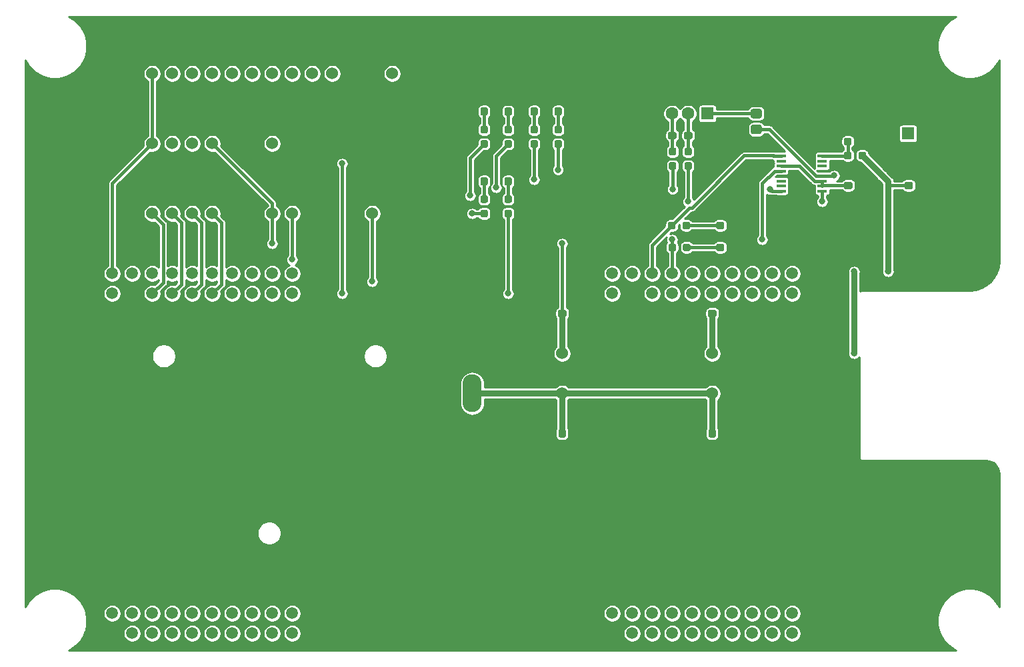
<source format=gbr>
%TF.GenerationSoftware,KiCad,Pcbnew,(5.1.7)-1*%
%TF.CreationDate,2020-11-30T14:39:19-06:00*%
%TF.ProjectId,2021_Rev1,32303231-5f52-4657-9631-2e6b69636164,rev?*%
%TF.SameCoordinates,Original*%
%TF.FileFunction,Copper,L1,Top*%
%TF.FilePolarity,Positive*%
%FSLAX46Y46*%
G04 Gerber Fmt 4.6, Leading zero omitted, Abs format (unit mm)*
G04 Created by KiCad (PCBNEW (5.1.7)-1) date 2020-11-30 14:39:19*
%MOMM*%
%LPD*%
G01*
G04 APERTURE LIST*
%TA.AperFunction,ComponentPad*%
%ADD10C,1.520000*%
%TD*%
%TA.AperFunction,ComponentPad*%
%ADD11O,2.410000X4.820000*%
%TD*%
%TA.AperFunction,ComponentPad*%
%ADD12C,1.524000*%
%TD*%
%TA.AperFunction,ComponentPad*%
%ADD13C,2.999999*%
%TD*%
%TA.AperFunction,ComponentPad*%
%ADD14R,1.600000X1.600000*%
%TD*%
%TA.AperFunction,ComponentPad*%
%ADD15C,1.600000*%
%TD*%
%TA.AperFunction,SMDPad,CuDef*%
%ADD16R,1.200000X0.400000*%
%TD*%
%TA.AperFunction,ViaPad*%
%ADD17C,0.800000*%
%TD*%
%TA.AperFunction,Conductor*%
%ADD18C,0.762000*%
%TD*%
%TA.AperFunction,Conductor*%
%ADD19C,0.381000*%
%TD*%
%TA.AperFunction,Conductor*%
%ADD20C,0.254000*%
%TD*%
%TA.AperFunction,Conductor*%
%ADD21C,0.100000*%
%TD*%
G04 APERTURE END LIST*
D10*
%TO.P,U1,+3V3`*%
%TO.N,N/C*%
X971550000Y212090000D03*
%TO.P,U1,PM6*%
%TO.N,Net-(U1-PadPM6)*%
X994410000Y166370000D03*
%TO.P,U1,PQ1*%
%TO.N,Net-(U1-PadPQ1)*%
X991870000Y166370000D03*
%TO.P,U1,PQ2*%
%TO.N,Net-(U1-PadPQ2)*%
X984250000Y166370000D03*
%TO.P,U1,PK0*%
%TO.N,Net-(U1-PadPK0)*%
X981710000Y209550000D03*
%TO.P,U1,PQ3*%
%TO.N,Net-(U1-PadPQ3)*%
X986790000Y166370000D03*
%TO.P,U1,PP3*%
%TO.N,Net-(U1-PadPP3)*%
X989330000Y166370000D03*
%TO.P,U1,PQ0*%
%TO.N,Net-(U1-PadPQ0)*%
X986790000Y212090000D03*
%TO.P,U1,PA4*%
%TO.N,Net-(U1-PadPA4)*%
X991870000Y209550000D03*
%TO.P,U1,Rese'*%
%TO.N,Net-(U1-PadRese')*%
X981710000Y166370000D03*
%TO.P,U1,PA7*%
%TO.N,Net-(U1-PadPA7)*%
X979170000Y166370000D03*
%TO.P,U1,PN5*%
%TO.N,Net-(U1-PadPN5)*%
X991870000Y212090000D03*
%TO.P,U1,PK2*%
%TO.N,Net-(U1-PadPK2)*%
X986790000Y209550000D03*
%TO.P,U1,PK1*%
%TO.N,Net-(U1-PadPK1)*%
X984250000Y209550000D03*
%TO.P,U1,+5V`*%
%TO.N,N/C*%
X971550000Y209550000D03*
%TO.P,U1,GND*%
%TO.N,GND*%
X974090000Y209550000D03*
%TO.P,U1,PB4*%
%TO.N,Net-(U1-PadPB4)*%
X976630000Y209550000D03*
%TO.P,U1,PB5*%
%TO.N,Net-(U1-PadPB5)*%
X979170000Y209550000D03*
%TO.P,U1,PK3*%
%TO.N,Net-(U1-PadPK3)*%
X989330000Y209550000D03*
%TO.P,U1,PA5*%
%TO.N,Net-(U1-PadPA5)*%
X994410000Y209550000D03*
%TO.P,U1,PD2*%
%TO.N,Net-(U1-PadPD2)*%
X974090000Y212090000D03*
%TO.P,U1,PP0*%
%TO.N,KBoard_RX*%
X976630000Y212090000D03*
%TO.P,U1,PP1*%
%TO.N,KBoard_TX*%
X979170000Y212090000D03*
%TO.P,U1,PD4*%
%TO.N,Net-(U1-PadPD4)*%
X981710000Y212090000D03*
%TO.P,U1,PD5*%
%TO.N,Net-(U1-PadPD5)*%
X984250000Y212090000D03*
%TO.P,U1,PP4*%
%TO.N,Net-(U1-PadPP4)*%
X989330000Y212090000D03*
%TO.P,U1,PN4*%
%TO.N,Net-(U1-PadPN4)*%
X994410000Y212090000D03*
%TO.P,U1,PG1*%
%TO.N,Net-(U1-PadPG1)*%
X971550000Y168910000D03*
%TO.P,U1,PK4*%
%TO.N,Net-(U1-PadPK4)*%
X974090000Y168910000D03*
%TO.P,U1,PK5*%
%TO.N,Net-(U1-PadPK5)*%
X976630000Y168910000D03*
%TO.P,U1,PM0*%
%TO.N,Net-(U1-PadPM0)*%
X979170000Y168910000D03*
%TO.P,U1,PM1*%
%TO.N,Net-(U1-PadPM1)*%
X981710000Y168910000D03*
%TO.P,U1,PM2*%
%TO.N,Net-(U1-PadPM2)*%
X984250000Y168910000D03*
%TO.P,U1,PH0*%
%TO.N,Net-(U1-PadPH0)*%
X986790000Y168910000D03*
%TO.P,U1,PH1*%
%TO.N,Net-(U1-PadPH1)*%
X989330000Y168910000D03*
%TO.P,U1,PK6*%
%TO.N,Net-(U1-PadPK6)*%
X991870000Y168910000D03*
%TO.P,U1,PK7*%
%TO.N,Net-(U1-PadPK7)*%
X994410000Y168910000D03*
%TO.P,U1,GND*%
%TO.N,GND*%
X971550000Y166370000D03*
%TO.P,U1,PM7*%
%TO.N,Net-(U1-PadPM7)*%
X974090000Y166370000D03*
%TO.P,U1,PP5*%
%TO.N,Net-(U1-PadPP5)*%
X976630000Y166370000D03*
%TO.P,U1,+5V*%
%TO.N,Net-(U1-Pad+5V)*%
X908050000Y209550000D03*
%TO.P,U1,GND*%
%TO.N,GND*%
X910590000Y209550000D03*
%TO.P,U1,PE0*%
%TO.N,ELEV_PLUS*%
X913130000Y209550000D03*
%TO.P,U1,PE1*%
%TO.N,ELEV_MINUS*%
X915670000Y209550000D03*
%TO.P,U1,PE2*%
%TO.N,AZI_PLUS*%
X918210000Y209550000D03*
%TO.P,U1,PE3*%
%TO.N,AZI_MINUS*%
X920750000Y209550000D03*
%TO.P,U1,PD7*%
%TO.N,Net-(U1-PadPD7)*%
X923290000Y209550000D03*
%TO.P,U1,PA6*%
%TO.N,Net-(U1-PadPA6)*%
X925830000Y209550000D03*
%TO.P,U1,PM4*%
%TO.N,AZI_CTL*%
X928370000Y209550000D03*
%TO.P,U1,PM5*%
%TO.N,ELEV_CTL*%
X930910000Y209550000D03*
%TO.P,U1,+3V3*%
%TO.N,+3V3*%
X908050000Y212090000D03*
%TO.P,U1,PE4*%
%TO.N,Net-(U1-PadPE4)*%
X910590000Y212090000D03*
%TO.P,U1,PC4*%
%TO.N,Net-(U1-PadPC4)*%
X913130000Y212090000D03*
%TO.P,U1,PC5*%
%TO.N,LCD_TX*%
X915670000Y212090000D03*
%TO.P,U1,PC6*%
%TO.N,Net-(U1-PadPC6)*%
X918210000Y212090000D03*
%TO.P,U1,PE5*%
%TO.N,Net-(U1-PadPE5)*%
X920750000Y212090000D03*
%TO.P,U1,PD3*%
%TO.N,Net-(U1-PadPD3)*%
X923290000Y212090000D03*
%TO.P,U1,PC7*%
%TO.N,Net-(U1-PadPC7)*%
X925830000Y212090000D03*
%TO.P,U1,PB2*%
%TO.N,Net-(U1-PadPB2)*%
X928370000Y212090000D03*
%TO.P,U1,PB3*%
%TO.N,Net-(U1-PadPB3)*%
X930910000Y212090000D03*
%TO.P,U1,PF1*%
%TO.N,Net-(U1-PadPF1)*%
X908050000Y168910000D03*
%TO.P,U1,PF2*%
%TO.N,Net-(U1-PadPF2)*%
X910590000Y168910000D03*
%TO.P,U1,PF3*%
%TO.N,Net-(U1-PadPF3)*%
X913130000Y168910000D03*
%TO.P,U1,PG0*%
%TO.N,Net-(U1-PadPG0)*%
X915670000Y168910000D03*
%TO.P,U1,PL4*%
%TO.N,Net-(U1-PadPL4)*%
X918210000Y168910000D03*
%TO.P,U1,PL5*%
%TO.N,Net-(U1-PadPL5)*%
X920750000Y168910000D03*
%TO.P,U1,PL0*%
%TO.N,Net-(U1-PadPL0)*%
X923290000Y168910000D03*
%TO.P,U1,PL1*%
%TO.N,Net-(U1-PadPL1)*%
X925830000Y168910000D03*
%TO.P,U1,PL2*%
%TO.N,Net-(U1-PadPL2)*%
X928370000Y168910000D03*
%TO.P,U1,PL3*%
%TO.N,Net-(U1-PadPL3)*%
X930910000Y168910000D03*
%TO.P,U1,GND*%
%TO.N,GND*%
X908050000Y166370000D03*
%TO.P,U1,PM3*%
%TO.N,Net-(U1-PadPM3)*%
X910590000Y166370000D03*
%TO.P,U1,PH2*%
%TO.N,Net-(U1-PadPH2)*%
X913130000Y166370000D03*
%TO.P,U1,PH3*%
%TO.N,Net-(U1-PadPH3)*%
X915670000Y166370000D03*
%TO.P,U1,Rese*%
%TO.N,Net-(U1-PadRese)*%
X918210000Y166370000D03*
%TO.P,U1,PD1*%
%TO.N,Net-(U1-PadPD1)*%
X920750000Y166370000D03*
%TO.P,U1,PD0*%
%TO.N,Net-(U1-PadPD0)*%
X923290000Y166370000D03*
%TO.P,U1,PN2*%
%TO.N,Net-(U1-PadPN2)*%
X925830000Y166370000D03*
%TO.P,U1,PN3*%
%TO.N,Net-(U1-PadPN3)*%
X928370000Y166370000D03*
%TO.P,U1,PP2*%
%TO.N,Net-(U1-PadPP2)*%
X930910000Y166370000D03*
%TD*%
%TO.P,R12,2*%
%TO.N,ELEV_PLUS*%
%TA.AperFunction,SMDPad,CuDef*%
G36*
G01*
X964454500Y229040500D02*
X964929500Y229040500D01*
G75*
G02*
X965167000Y228803000I0J-237500D01*
G01*
X965167000Y228303000D01*
G75*
G02*
X964929500Y228065500I-237500J0D01*
G01*
X964454500Y228065500D01*
G75*
G02*
X964217000Y228303000I0J237500D01*
G01*
X964217000Y228803000D01*
G75*
G02*
X964454500Y229040500I237500J0D01*
G01*
G37*
%TD.AperFunction*%
%TO.P,R12,1*%
%TO.N,Net-(D8-Pad2)*%
%TA.AperFunction,SMDPad,CuDef*%
G36*
G01*
X964454500Y230865500D02*
X964929500Y230865500D01*
G75*
G02*
X965167000Y230628000I0J-237500D01*
G01*
X965167000Y230128000D01*
G75*
G02*
X964929500Y229890500I-237500J0D01*
G01*
X964454500Y229890500D01*
G75*
G02*
X964217000Y230128000I0J237500D01*
G01*
X964217000Y230628000D01*
G75*
G02*
X964454500Y230865500I237500J0D01*
G01*
G37*
%TD.AperFunction*%
%TD*%
%TO.P,R11,2*%
%TO.N,ELEV_MINUS*%
%TA.AperFunction,SMDPad,CuDef*%
G36*
G01*
X961406500Y229040500D02*
X961881500Y229040500D01*
G75*
G02*
X962119000Y228803000I0J-237500D01*
G01*
X962119000Y228303000D01*
G75*
G02*
X961881500Y228065500I-237500J0D01*
G01*
X961406500Y228065500D01*
G75*
G02*
X961169000Y228303000I0J237500D01*
G01*
X961169000Y228803000D01*
G75*
G02*
X961406500Y229040500I237500J0D01*
G01*
G37*
%TD.AperFunction*%
%TO.P,R11,1*%
%TO.N,Net-(D7-Pad2)*%
%TA.AperFunction,SMDPad,CuDef*%
G36*
G01*
X961406500Y230865500D02*
X961881500Y230865500D01*
G75*
G02*
X962119000Y230628000I0J-237500D01*
G01*
X962119000Y230128000D01*
G75*
G02*
X961881500Y229890500I-237500J0D01*
G01*
X961406500Y229890500D01*
G75*
G02*
X961169000Y230128000I0J237500D01*
G01*
X961169000Y230628000D01*
G75*
G02*
X961406500Y230865500I237500J0D01*
G01*
G37*
%TD.AperFunction*%
%TD*%
%TO.P,R10,2*%
%TO.N,AZI_PLUS*%
%TA.AperFunction,SMDPad,CuDef*%
G36*
G01*
X958104500Y229040500D02*
X958579500Y229040500D01*
G75*
G02*
X958817000Y228803000I0J-237500D01*
G01*
X958817000Y228303000D01*
G75*
G02*
X958579500Y228065500I-237500J0D01*
G01*
X958104500Y228065500D01*
G75*
G02*
X957867000Y228303000I0J237500D01*
G01*
X957867000Y228803000D01*
G75*
G02*
X958104500Y229040500I237500J0D01*
G01*
G37*
%TD.AperFunction*%
%TO.P,R10,1*%
%TO.N,Net-(D6-Pad2)*%
%TA.AperFunction,SMDPad,CuDef*%
G36*
G01*
X958104500Y230865500D02*
X958579500Y230865500D01*
G75*
G02*
X958817000Y230628000I0J-237500D01*
G01*
X958817000Y230128000D01*
G75*
G02*
X958579500Y229890500I-237500J0D01*
G01*
X958104500Y229890500D01*
G75*
G02*
X957867000Y230128000I0J237500D01*
G01*
X957867000Y230628000D01*
G75*
G02*
X958104500Y230865500I237500J0D01*
G01*
G37*
%TD.AperFunction*%
%TD*%
%TO.P,R9,2*%
%TO.N,AZI_MINUS*%
%TA.AperFunction,SMDPad,CuDef*%
G36*
G01*
X955056500Y229040500D02*
X955531500Y229040500D01*
G75*
G02*
X955769000Y228803000I0J-237500D01*
G01*
X955769000Y228303000D01*
G75*
G02*
X955531500Y228065500I-237500J0D01*
G01*
X955056500Y228065500D01*
G75*
G02*
X954819000Y228303000I0J237500D01*
G01*
X954819000Y228803000D01*
G75*
G02*
X955056500Y229040500I237500J0D01*
G01*
G37*
%TD.AperFunction*%
%TO.P,R9,1*%
%TO.N,Net-(D5-Pad2)*%
%TA.AperFunction,SMDPad,CuDef*%
G36*
G01*
X955056500Y230865500D02*
X955531500Y230865500D01*
G75*
G02*
X955769000Y230628000I0J-237500D01*
G01*
X955769000Y230128000D01*
G75*
G02*
X955531500Y229890500I-237500J0D01*
G01*
X955056500Y229890500D01*
G75*
G02*
X954819000Y230128000I0J237500D01*
G01*
X954819000Y230628000D01*
G75*
G02*
X955056500Y230865500I237500J0D01*
G01*
G37*
%TD.AperFunction*%
%TD*%
%TO.P,D8,2*%
%TO.N,Net-(D8-Pad2)*%
%TA.AperFunction,SMDPad,CuDef*%
G36*
G01*
X964454500Y233217000D02*
X964929500Y233217000D01*
G75*
G02*
X965167000Y232979500I0J-237500D01*
G01*
X965167000Y232404500D01*
G75*
G02*
X964929500Y232167000I-237500J0D01*
G01*
X964454500Y232167000D01*
G75*
G02*
X964217000Y232404500I0J237500D01*
G01*
X964217000Y232979500D01*
G75*
G02*
X964454500Y233217000I237500J0D01*
G01*
G37*
%TD.AperFunction*%
%TO.P,D8,1*%
%TO.N,GND*%
%TA.AperFunction,SMDPad,CuDef*%
G36*
G01*
X964454500Y234967000D02*
X964929500Y234967000D01*
G75*
G02*
X965167000Y234729500I0J-237500D01*
G01*
X965167000Y234154500D01*
G75*
G02*
X964929500Y233917000I-237500J0D01*
G01*
X964454500Y233917000D01*
G75*
G02*
X964217000Y234154500I0J237500D01*
G01*
X964217000Y234729500D01*
G75*
G02*
X964454500Y234967000I237500J0D01*
G01*
G37*
%TD.AperFunction*%
%TD*%
%TO.P,D7,2*%
%TO.N,Net-(D7-Pad2)*%
%TA.AperFunction,SMDPad,CuDef*%
G36*
G01*
X961406500Y233217000D02*
X961881500Y233217000D01*
G75*
G02*
X962119000Y232979500I0J-237500D01*
G01*
X962119000Y232404500D01*
G75*
G02*
X961881500Y232167000I-237500J0D01*
G01*
X961406500Y232167000D01*
G75*
G02*
X961169000Y232404500I0J237500D01*
G01*
X961169000Y232979500D01*
G75*
G02*
X961406500Y233217000I237500J0D01*
G01*
G37*
%TD.AperFunction*%
%TO.P,D7,1*%
%TO.N,GND*%
%TA.AperFunction,SMDPad,CuDef*%
G36*
G01*
X961406500Y234967000D02*
X961881500Y234967000D01*
G75*
G02*
X962119000Y234729500I0J-237500D01*
G01*
X962119000Y234154500D01*
G75*
G02*
X961881500Y233917000I-237500J0D01*
G01*
X961406500Y233917000D01*
G75*
G02*
X961169000Y234154500I0J237500D01*
G01*
X961169000Y234729500D01*
G75*
G02*
X961406500Y234967000I237500J0D01*
G01*
G37*
%TD.AperFunction*%
%TD*%
%TO.P,D6,2*%
%TO.N,Net-(D6-Pad2)*%
%TA.AperFunction,SMDPad,CuDef*%
G36*
G01*
X958104500Y233189000D02*
X958579500Y233189000D01*
G75*
G02*
X958817000Y232951500I0J-237500D01*
G01*
X958817000Y232376500D01*
G75*
G02*
X958579500Y232139000I-237500J0D01*
G01*
X958104500Y232139000D01*
G75*
G02*
X957867000Y232376500I0J237500D01*
G01*
X957867000Y232951500D01*
G75*
G02*
X958104500Y233189000I237500J0D01*
G01*
G37*
%TD.AperFunction*%
%TO.P,D6,1*%
%TO.N,GND*%
%TA.AperFunction,SMDPad,CuDef*%
G36*
G01*
X958104500Y234939000D02*
X958579500Y234939000D01*
G75*
G02*
X958817000Y234701500I0J-237500D01*
G01*
X958817000Y234126500D01*
G75*
G02*
X958579500Y233889000I-237500J0D01*
G01*
X958104500Y233889000D01*
G75*
G02*
X957867000Y234126500I0J237500D01*
G01*
X957867000Y234701500D01*
G75*
G02*
X958104500Y234939000I237500J0D01*
G01*
G37*
%TD.AperFunction*%
%TD*%
%TO.P,D5,2*%
%TO.N,Net-(D5-Pad2)*%
%TA.AperFunction,SMDPad,CuDef*%
G36*
G01*
X955056500Y233217000D02*
X955531500Y233217000D01*
G75*
G02*
X955769000Y232979500I0J-237500D01*
G01*
X955769000Y232404500D01*
G75*
G02*
X955531500Y232167000I-237500J0D01*
G01*
X955056500Y232167000D01*
G75*
G02*
X954819000Y232404500I0J237500D01*
G01*
X954819000Y232979500D01*
G75*
G02*
X955056500Y233217000I237500J0D01*
G01*
G37*
%TD.AperFunction*%
%TO.P,D5,1*%
%TO.N,GND*%
%TA.AperFunction,SMDPad,CuDef*%
G36*
G01*
X955056500Y234967000D02*
X955531500Y234967000D01*
G75*
G02*
X955769000Y234729500I0J-237500D01*
G01*
X955769000Y234154500D01*
G75*
G02*
X955531500Y233917000I-237500J0D01*
G01*
X955056500Y233917000D01*
G75*
G02*
X954819000Y234154500I0J237500D01*
G01*
X954819000Y234729500D01*
G75*
G02*
X955056500Y234967000I237500J0D01*
G01*
G37*
%TD.AperFunction*%
%TD*%
%TO.P,D4,2*%
%TO.N,Net-(D4-Pad2)*%
%TA.AperFunction,SMDPad,CuDef*%
G36*
G01*
X955056500Y224327000D02*
X955531500Y224327000D01*
G75*
G02*
X955769000Y224089500I0J-237500D01*
G01*
X955769000Y223514500D01*
G75*
G02*
X955531500Y223277000I-237500J0D01*
G01*
X955056500Y223277000D01*
G75*
G02*
X954819000Y223514500I0J237500D01*
G01*
X954819000Y224089500D01*
G75*
G02*
X955056500Y224327000I237500J0D01*
G01*
G37*
%TD.AperFunction*%
%TO.P,D4,1*%
%TO.N,GND*%
%TA.AperFunction,SMDPad,CuDef*%
G36*
G01*
X955056500Y226077000D02*
X955531500Y226077000D01*
G75*
G02*
X955769000Y225839500I0J-237500D01*
G01*
X955769000Y225264500D01*
G75*
G02*
X955531500Y225027000I-237500J0D01*
G01*
X955056500Y225027000D01*
G75*
G02*
X954819000Y225264500I0J237500D01*
G01*
X954819000Y225839500D01*
G75*
G02*
X955056500Y226077000I237500J0D01*
G01*
G37*
%TD.AperFunction*%
%TD*%
%TO.P,D3,2*%
%TO.N,Net-(D3-Pad2)*%
%TA.AperFunction,SMDPad,CuDef*%
G36*
G01*
X958104500Y224327000D02*
X958579500Y224327000D01*
G75*
G02*
X958817000Y224089500I0J-237500D01*
G01*
X958817000Y223514500D01*
G75*
G02*
X958579500Y223277000I-237500J0D01*
G01*
X958104500Y223277000D01*
G75*
G02*
X957867000Y223514500I0J237500D01*
G01*
X957867000Y224089500D01*
G75*
G02*
X958104500Y224327000I237500J0D01*
G01*
G37*
%TD.AperFunction*%
%TO.P,D3,1*%
%TO.N,GND*%
%TA.AperFunction,SMDPad,CuDef*%
G36*
G01*
X958104500Y226077000D02*
X958579500Y226077000D01*
G75*
G02*
X958817000Y225839500I0J-237500D01*
G01*
X958817000Y225264500D01*
G75*
G02*
X958579500Y225027000I-237500J0D01*
G01*
X958104500Y225027000D01*
G75*
G02*
X957867000Y225264500I0J237500D01*
G01*
X957867000Y225839500D01*
G75*
G02*
X958104500Y226077000I237500J0D01*
G01*
G37*
%TD.AperFunction*%
%TD*%
D11*
%TO.P,BT1,N*%
%TO.N,GND*%
X953770000Y183896000D03*
%TO.P,BT1,P*%
%TO.N,+9V*%
X953770000Y196850000D03*
%TD*%
%TO.P,C1,1*%
%TO.N,+9V*%
%TA.AperFunction,SMDPad,CuDef*%
G36*
G01*
X964962500Y192307500D02*
X965437500Y192307500D01*
G75*
G02*
X965675000Y192070000I0J-237500D01*
G01*
X965675000Y191470000D01*
G75*
G02*
X965437500Y191232500I-237500J0D01*
G01*
X964962500Y191232500D01*
G75*
G02*
X964725000Y191470000I0J237500D01*
G01*
X964725000Y192070000D01*
G75*
G02*
X964962500Y192307500I237500J0D01*
G01*
G37*
%TD.AperFunction*%
%TO.P,C1,2*%
%TO.N,GND*%
%TA.AperFunction,SMDPad,CuDef*%
G36*
G01*
X964962500Y190582500D02*
X965437500Y190582500D01*
G75*
G02*
X965675000Y190345000I0J-237500D01*
G01*
X965675000Y189745000D01*
G75*
G02*
X965437500Y189507500I-237500J0D01*
G01*
X964962500Y189507500D01*
G75*
G02*
X964725000Y189745000I0J237500D01*
G01*
X964725000Y190345000D01*
G75*
G02*
X964962500Y190582500I237500J0D01*
G01*
G37*
%TD.AperFunction*%
%TD*%
%TO.P,C2,2*%
%TO.N,GND*%
%TA.AperFunction,SMDPad,CuDef*%
G36*
G01*
X966387500Y206772500D02*
X966387500Y207247500D01*
G75*
G02*
X966625000Y207485000I237500J0D01*
G01*
X967225000Y207485000D01*
G75*
G02*
X967462500Y207247500I0J-237500D01*
G01*
X967462500Y206772500D01*
G75*
G02*
X967225000Y206535000I-237500J0D01*
G01*
X966625000Y206535000D01*
G75*
G02*
X966387500Y206772500I0J237500D01*
G01*
G37*
%TD.AperFunction*%
%TO.P,C2,1*%
%TO.N,+3V3*%
%TA.AperFunction,SMDPad,CuDef*%
G36*
G01*
X964662500Y206772500D02*
X964662500Y207247500D01*
G75*
G02*
X964900000Y207485000I237500J0D01*
G01*
X965500000Y207485000D01*
G75*
G02*
X965737500Y207247500I0J-237500D01*
G01*
X965737500Y206772500D01*
G75*
G02*
X965500000Y206535000I-237500J0D01*
G01*
X964900000Y206535000D01*
G75*
G02*
X964662500Y206772500I0J237500D01*
G01*
G37*
%TD.AperFunction*%
%TD*%
%TO.P,C3,2*%
%TO.N,GND*%
%TA.AperFunction,SMDPad,CuDef*%
G36*
G01*
X984012500Y190582500D02*
X984487500Y190582500D01*
G75*
G02*
X984725000Y190345000I0J-237500D01*
G01*
X984725000Y189745000D01*
G75*
G02*
X984487500Y189507500I-237500J0D01*
G01*
X984012500Y189507500D01*
G75*
G02*
X983775000Y189745000I0J237500D01*
G01*
X983775000Y190345000D01*
G75*
G02*
X984012500Y190582500I237500J0D01*
G01*
G37*
%TD.AperFunction*%
%TO.P,C3,1*%
%TO.N,+9V*%
%TA.AperFunction,SMDPad,CuDef*%
G36*
G01*
X984012500Y192307500D02*
X984487500Y192307500D01*
G75*
G02*
X984725000Y192070000I0J-237500D01*
G01*
X984725000Y191470000D01*
G75*
G02*
X984487500Y191232500I-237500J0D01*
G01*
X984012500Y191232500D01*
G75*
G02*
X983775000Y191470000I0J237500D01*
G01*
X983775000Y192070000D01*
G75*
G02*
X984012500Y192307500I237500J0D01*
G01*
G37*
%TD.AperFunction*%
%TD*%
%TO.P,C4,1*%
%TO.N,+5V*%
%TA.AperFunction,SMDPad,CuDef*%
G36*
G01*
X983712500Y206772500D02*
X983712500Y207247500D01*
G75*
G02*
X983950000Y207485000I237500J0D01*
G01*
X984550000Y207485000D01*
G75*
G02*
X984787500Y207247500I0J-237500D01*
G01*
X984787500Y206772500D01*
G75*
G02*
X984550000Y206535000I-237500J0D01*
G01*
X983950000Y206535000D01*
G75*
G02*
X983712500Y206772500I0J237500D01*
G01*
G37*
%TD.AperFunction*%
%TO.P,C4,2*%
%TO.N,GND*%
%TA.AperFunction,SMDPad,CuDef*%
G36*
G01*
X985437500Y206772500D02*
X985437500Y207247500D01*
G75*
G02*
X985675000Y207485000I237500J0D01*
G01*
X986275000Y207485000D01*
G75*
G02*
X986512500Y207247500I0J-237500D01*
G01*
X986512500Y206772500D01*
G75*
G02*
X986275000Y206535000I-237500J0D01*
G01*
X985675000Y206535000D01*
G75*
G02*
X985437500Y206772500I0J237500D01*
G01*
G37*
%TD.AperFunction*%
%TD*%
%TO.P,C5,1*%
%TO.N,Net-(C5-Pad1)*%
%TA.AperFunction,SMDPad,CuDef*%
G36*
G01*
X980664500Y229378500D02*
X980664500Y229853500D01*
G75*
G02*
X980902000Y230091000I237500J0D01*
G01*
X981502000Y230091000D01*
G75*
G02*
X981739500Y229853500I0J-237500D01*
G01*
X981739500Y229378500D01*
G75*
G02*
X981502000Y229141000I-237500J0D01*
G01*
X980902000Y229141000D01*
G75*
G02*
X980664500Y229378500I0J237500D01*
G01*
G37*
%TD.AperFunction*%
%TO.P,C5,2*%
%TO.N,GND*%
%TA.AperFunction,SMDPad,CuDef*%
G36*
G01*
X982389500Y229378500D02*
X982389500Y229853500D01*
G75*
G02*
X982627000Y230091000I237500J0D01*
G01*
X983227000Y230091000D01*
G75*
G02*
X983464500Y229853500I0J-237500D01*
G01*
X983464500Y229378500D01*
G75*
G02*
X983227000Y229141000I-237500J0D01*
G01*
X982627000Y229141000D01*
G75*
G02*
X982389500Y229378500I0J237500D01*
G01*
G37*
%TD.AperFunction*%
%TD*%
%TO.P,C6,2*%
%TO.N,GND*%
%TA.AperFunction,SMDPad,CuDef*%
G36*
G01*
X977982500Y229853500D02*
X977982500Y229378500D01*
G75*
G02*
X977745000Y229141000I-237500J0D01*
G01*
X977145000Y229141000D01*
G75*
G02*
X976907500Y229378500I0J237500D01*
G01*
X976907500Y229853500D01*
G75*
G02*
X977145000Y230091000I237500J0D01*
G01*
X977745000Y230091000D01*
G75*
G02*
X977982500Y229853500I0J-237500D01*
G01*
G37*
%TD.AperFunction*%
%TO.P,C6,1*%
%TO.N,Net-(C6-Pad1)*%
%TA.AperFunction,SMDPad,CuDef*%
G36*
G01*
X979707500Y229853500D02*
X979707500Y229378500D01*
G75*
G02*
X979470000Y229141000I-237500J0D01*
G01*
X978870000Y229141000D01*
G75*
G02*
X978632500Y229378500I0J237500D01*
G01*
X978632500Y229853500D01*
G75*
G02*
X978870000Y230091000I237500J0D01*
G01*
X979470000Y230091000D01*
G75*
G02*
X979707500Y229853500I0J-237500D01*
G01*
G37*
%TD.AperFunction*%
%TD*%
%TO.P,C7,1*%
%TO.N,Net-(C7-Pad1)*%
%TA.AperFunction,SMDPad,CuDef*%
G36*
G01*
X1000984500Y223028500D02*
X1000984500Y223503500D01*
G75*
G02*
X1001222000Y223741000I237500J0D01*
G01*
X1001822000Y223741000D01*
G75*
G02*
X1002059500Y223503500I0J-237500D01*
G01*
X1002059500Y223028500D01*
G75*
G02*
X1001822000Y222791000I-237500J0D01*
G01*
X1001222000Y222791000D01*
G75*
G02*
X1000984500Y223028500I0J237500D01*
G01*
G37*
%TD.AperFunction*%
%TO.P,C7,2*%
%TO.N,GND*%
%TA.AperFunction,SMDPad,CuDef*%
G36*
G01*
X1002709500Y223028500D02*
X1002709500Y223503500D01*
G75*
G02*
X1002947000Y223741000I237500J0D01*
G01*
X1003547000Y223741000D01*
G75*
G02*
X1003784500Y223503500I0J-237500D01*
G01*
X1003784500Y223028500D01*
G75*
G02*
X1003547000Y222791000I-237500J0D01*
G01*
X1002947000Y222791000D01*
G75*
G02*
X1002709500Y223028500I0J237500D01*
G01*
G37*
%TD.AperFunction*%
%TD*%
D12*
%TO.P,Conn2,1*%
%TO.N,ELEV_PLUS*%
X913130000Y219710000D03*
%TO.P,Conn2,2*%
%TO.N,ELEV_MINUS*%
X915670000Y219710000D03*
%TO.P,Conn2,3*%
%TO.N,AZI_PLUS*%
X918210000Y219710000D03*
%TO.P,Conn2,4*%
%TO.N,AZI_MINUS*%
X920750000Y219710000D03*
X920750000Y219710000D03*
%TD*%
%TO.P,Conn3,4*%
%TO.N,+3V3*%
X920750000Y228600000D03*
X920750000Y228600000D03*
%TO.P,Conn3,3*%
X918210000Y228600000D03*
%TO.P,Conn3,2*%
X915670000Y228600000D03*
%TO.P,Conn3,1*%
X913130000Y228600000D03*
%TD*%
%TO.P,Conn4,2*%
%TO.N,GND*%
X930910000Y228600000D03*
%TO.P,Conn4,1*%
%TO.N,ELEV_CTL*%
X928370000Y228600000D03*
%TD*%
%TO.P,Conn5,1*%
%TO.N,AZI_CTL*%
X941070000Y219710000D03*
%TO.P,Conn5,2*%
%TO.N,GND*%
X943610000Y219710000D03*
%TD*%
%TO.P,Conn6,1*%
%TO.N,+3V3*%
X913130000Y237490000D03*
%TO.P,Conn6,2*%
%TO.N,Net-(Conn6-Pad2)*%
X915670000Y237490000D03*
%TO.P,Conn6,3*%
X918210000Y237490000D03*
%TO.P,Conn6,4*%
%TO.N,Net-(Conn6-Pad4)*%
X920750000Y237490000D03*
%TO.P,Conn6,5*%
X923290000Y237490000D03*
%TO.P,Conn6,6*%
%TO.N,Net-(Conn6-Pad6)*%
X925830000Y237490000D03*
%TO.P,Conn6,7*%
X928370000Y237490000D03*
%TO.P,Conn6,8*%
%TO.N,Net-(Conn6-Pad8)*%
X930910000Y237490000D03*
%TO.P,Conn6,9*%
X933450000Y237490000D03*
%TO.P,Conn6,10*%
%TO.N,Net-(Conn6-Pad10)*%
X935990000Y237490000D03*
%TD*%
%TO.P,Conn7,1*%
%TO.N,Net-(Conn6-Pad10)*%
X943610000Y237490000D03*
%TO.P,Conn7,2*%
%TO.N,GND*%
X946150000Y237490000D03*
%TD*%
%TO.P,Conn8,1*%
%TO.N,+3V3*%
X928370000Y219710000D03*
%TO.P,Conn8,2*%
%TO.N,LCD_TX*%
X930910000Y219710000D03*
%TO.P,Conn8,3*%
%TO.N,GND*%
X933450000Y219710000D03*
%TD*%
%TO.P,D1,2*%
%TO.N,Net-(D1-Pad2)*%
%TA.AperFunction,SMDPad,CuDef*%
G36*
G01*
X985791000Y218423500D02*
X985791000Y217948500D01*
G75*
G02*
X985553500Y217711000I-237500J0D01*
G01*
X984978500Y217711000D01*
G75*
G02*
X984741000Y217948500I0J237500D01*
G01*
X984741000Y218423500D01*
G75*
G02*
X984978500Y218661000I237500J0D01*
G01*
X985553500Y218661000D01*
G75*
G02*
X985791000Y218423500I0J-237500D01*
G01*
G37*
%TD.AperFunction*%
%TO.P,D1,1*%
%TO.N,GND*%
%TA.AperFunction,SMDPad,CuDef*%
G36*
G01*
X987541000Y218423500D02*
X987541000Y217948500D01*
G75*
G02*
X987303500Y217711000I-237500J0D01*
G01*
X986728500Y217711000D01*
G75*
G02*
X986491000Y217948500I0J237500D01*
G01*
X986491000Y218423500D01*
G75*
G02*
X986728500Y218661000I237500J0D01*
G01*
X987303500Y218661000D01*
G75*
G02*
X987541000Y218423500I0J-237500D01*
G01*
G37*
%TD.AperFunction*%
%TD*%
%TO.P,D2,1*%
%TO.N,GND*%
%TA.AperFunction,SMDPad,CuDef*%
G36*
G01*
X987541000Y215629500D02*
X987541000Y215154500D01*
G75*
G02*
X987303500Y214917000I-237500J0D01*
G01*
X986728500Y214917000D01*
G75*
G02*
X986491000Y215154500I0J237500D01*
G01*
X986491000Y215629500D01*
G75*
G02*
X986728500Y215867000I237500J0D01*
G01*
X987303500Y215867000D01*
G75*
G02*
X987541000Y215629500I0J-237500D01*
G01*
G37*
%TD.AperFunction*%
%TO.P,D2,2*%
%TO.N,Net-(D2-Pad2)*%
%TA.AperFunction,SMDPad,CuDef*%
G36*
G01*
X985791000Y215629500D02*
X985791000Y215154500D01*
G75*
G02*
X985553500Y214917000I-237500J0D01*
G01*
X984978500Y214917000D01*
G75*
G02*
X984741000Y215154500I0J237500D01*
G01*
X984741000Y215629500D01*
G75*
G02*
X984978500Y215867000I237500J0D01*
G01*
X985553500Y215867000D01*
G75*
G02*
X985791000Y215629500I0J-237500D01*
G01*
G37*
%TD.AperFunction*%
%TD*%
D13*
%TO.P,J1,5*%
%TO.N,GND*%
X973600000Y235120000D03*
%TO.P,J1,e5*%
X986740000Y235120000D03*
D14*
%TO.P,J1,1*%
%TO.N,Net-(FB1-Pad2)*%
X983670000Y232410000D03*
D15*
%TO.P,J1,2*%
%TO.N,Net-(C5-Pad1)*%
X981170000Y232410000D03*
%TO.P,J1,3*%
%TO.N,Net-(C6-Pad1)*%
X979170000Y232410000D03*
%TO.P,J1,4*%
%TO.N,GND*%
X976670000Y232410000D03*
%TD*%
%TO.P,R1,1*%
%TO.N,Net-(R1-Pad1)*%
%TA.AperFunction,SMDPad,CuDef*%
G36*
G01*
X981439500Y225271500D02*
X980964500Y225271500D01*
G75*
G02*
X980727000Y225509000I0J237500D01*
G01*
X980727000Y226009000D01*
G75*
G02*
X980964500Y226246500I237500J0D01*
G01*
X981439500Y226246500D01*
G75*
G02*
X981677000Y226009000I0J-237500D01*
G01*
X981677000Y225509000D01*
G75*
G02*
X981439500Y225271500I-237500J0D01*
G01*
G37*
%TD.AperFunction*%
%TO.P,R1,2*%
%TO.N,Net-(C5-Pad1)*%
%TA.AperFunction,SMDPad,CuDef*%
G36*
G01*
X981439500Y227096500D02*
X980964500Y227096500D01*
G75*
G02*
X980727000Y227334000I0J237500D01*
G01*
X980727000Y227834000D01*
G75*
G02*
X980964500Y228071500I237500J0D01*
G01*
X981439500Y228071500D01*
G75*
G02*
X981677000Y227834000I0J-237500D01*
G01*
X981677000Y227334000D01*
G75*
G02*
X981439500Y227096500I-237500J0D01*
G01*
G37*
%TD.AperFunction*%
%TD*%
%TO.P,R2,2*%
%TO.N,Net-(C6-Pad1)*%
%TA.AperFunction,SMDPad,CuDef*%
G36*
G01*
X979454500Y227096500D02*
X978979500Y227096500D01*
G75*
G02*
X978742000Y227334000I0J237500D01*
G01*
X978742000Y227834000D01*
G75*
G02*
X978979500Y228071500I237500J0D01*
G01*
X979454500Y228071500D01*
G75*
G02*
X979692000Y227834000I0J-237500D01*
G01*
X979692000Y227334000D01*
G75*
G02*
X979454500Y227096500I-237500J0D01*
G01*
G37*
%TD.AperFunction*%
%TO.P,R2,1*%
%TO.N,Net-(R2-Pad1)*%
%TA.AperFunction,SMDPad,CuDef*%
G36*
G01*
X979454500Y225271500D02*
X978979500Y225271500D01*
G75*
G02*
X978742000Y225509000I0J237500D01*
G01*
X978742000Y226009000D01*
G75*
G02*
X978979500Y226246500I237500J0D01*
G01*
X979454500Y226246500D01*
G75*
G02*
X979692000Y226009000I0J-237500D01*
G01*
X979692000Y225509000D01*
G75*
G02*
X979454500Y225271500I-237500J0D01*
G01*
G37*
%TD.AperFunction*%
%TD*%
%TO.P,R3,2*%
%TO.N,Net-(R3-Pad2)*%
%TA.AperFunction,SMDPad,CuDef*%
G36*
G01*
X1001962500Y227313500D02*
X1001962500Y226838500D01*
G75*
G02*
X1001725000Y226601000I-237500J0D01*
G01*
X1001225000Y226601000D01*
G75*
G02*
X1000987500Y226838500I0J237500D01*
G01*
X1000987500Y227313500D01*
G75*
G02*
X1001225000Y227551000I237500J0D01*
G01*
X1001725000Y227551000D01*
G75*
G02*
X1001962500Y227313500I0J-237500D01*
G01*
G37*
%TD.AperFunction*%
%TO.P,R3,1*%
%TO.N,+5V*%
%TA.AperFunction,SMDPad,CuDef*%
G36*
G01*
X1003787500Y227313500D02*
X1003787500Y226838500D01*
G75*
G02*
X1003550000Y226601000I-237500J0D01*
G01*
X1003050000Y226601000D01*
G75*
G02*
X1002812500Y226838500I0J237500D01*
G01*
X1002812500Y227313500D01*
G75*
G02*
X1003050000Y227551000I237500J0D01*
G01*
X1003550000Y227551000D01*
G75*
G02*
X1003787500Y227313500I0J-237500D01*
G01*
G37*
%TD.AperFunction*%
%TD*%
%TO.P,R4,1*%
%TO.N,Net-(R3-Pad2)*%
%TA.AperFunction,SMDPad,CuDef*%
G36*
G01*
X1000987500Y228616500D02*
X1000987500Y229091500D01*
G75*
G02*
X1001225000Y229329000I237500J0D01*
G01*
X1001725000Y229329000D01*
G75*
G02*
X1001962500Y229091500I0J-237500D01*
G01*
X1001962500Y228616500D01*
G75*
G02*
X1001725000Y228379000I-237500J0D01*
G01*
X1001225000Y228379000D01*
G75*
G02*
X1000987500Y228616500I0J237500D01*
G01*
G37*
%TD.AperFunction*%
%TO.P,R4,2*%
%TO.N,GND*%
%TA.AperFunction,SMDPad,CuDef*%
G36*
G01*
X1002812500Y228616500D02*
X1002812500Y229091500D01*
G75*
G02*
X1003050000Y229329000I237500J0D01*
G01*
X1003550000Y229329000D01*
G75*
G02*
X1003787500Y229091500I0J-237500D01*
G01*
X1003787500Y228616500D01*
G75*
G02*
X1003550000Y228379000I-237500J0D01*
G01*
X1003050000Y228379000D01*
G75*
G02*
X1002812500Y228616500I0J237500D01*
G01*
G37*
%TD.AperFunction*%
%TD*%
%TO.P,R5,2*%
%TO.N,KBoard_RX*%
%TA.AperFunction,SMDPad,CuDef*%
G36*
G01*
X979610500Y218423500D02*
X979610500Y217948500D01*
G75*
G02*
X979373000Y217711000I-237500J0D01*
G01*
X978873000Y217711000D01*
G75*
G02*
X978635500Y217948500I0J237500D01*
G01*
X978635500Y218423500D01*
G75*
G02*
X978873000Y218661000I237500J0D01*
G01*
X979373000Y218661000D01*
G75*
G02*
X979610500Y218423500I0J-237500D01*
G01*
G37*
%TD.AperFunction*%
%TO.P,R5,1*%
%TO.N,Net-(D1-Pad2)*%
%TA.AperFunction,SMDPad,CuDef*%
G36*
G01*
X981435500Y218423500D02*
X981435500Y217948500D01*
G75*
G02*
X981198000Y217711000I-237500J0D01*
G01*
X980698000Y217711000D01*
G75*
G02*
X980460500Y217948500I0J237500D01*
G01*
X980460500Y218423500D01*
G75*
G02*
X980698000Y218661000I237500J0D01*
G01*
X981198000Y218661000D01*
G75*
G02*
X981435500Y218423500I0J-237500D01*
G01*
G37*
%TD.AperFunction*%
%TD*%
%TO.P,R6,1*%
%TO.N,Net-(D2-Pad2)*%
%TA.AperFunction,SMDPad,CuDef*%
G36*
G01*
X981482500Y215629500D02*
X981482500Y215154500D01*
G75*
G02*
X981245000Y214917000I-237500J0D01*
G01*
X980745000Y214917000D01*
G75*
G02*
X980507500Y215154500I0J237500D01*
G01*
X980507500Y215629500D01*
G75*
G02*
X980745000Y215867000I237500J0D01*
G01*
X981245000Y215867000D01*
G75*
G02*
X981482500Y215629500I0J-237500D01*
G01*
G37*
%TD.AperFunction*%
%TO.P,R6,2*%
%TO.N,KBoard_TX*%
%TA.AperFunction,SMDPad,CuDef*%
G36*
G01*
X979657500Y215629500D02*
X979657500Y215154500D01*
G75*
G02*
X979420000Y214917000I-237500J0D01*
G01*
X978920000Y214917000D01*
G75*
G02*
X978682500Y215154500I0J237500D01*
G01*
X978682500Y215629500D01*
G75*
G02*
X978920000Y215867000I237500J0D01*
G01*
X979420000Y215867000D01*
G75*
G02*
X979657500Y215629500I0J-237500D01*
G01*
G37*
%TD.AperFunction*%
%TD*%
D12*
%TO.P,U2,3*%
%TO.N,+3V3*%
X965200000Y201930000D03*
%TO.P,U2,2*%
%TO.N,GND*%
X965200000Y199390000D03*
%TO.P,U2,1*%
%TO.N,+9V*%
X965200000Y196850000D03*
%TD*%
%TO.P,U3,1*%
%TO.N,+9V*%
X984250000Y196850000D03*
%TO.P,U3,2*%
%TO.N,GND*%
X984250000Y199390000D03*
%TO.P,U3,3*%
%TO.N,+5V*%
X984250000Y201930000D03*
%TD*%
D16*
%TO.P,U4,1*%
%TO.N,KBoard_RX*%
X993020000Y227012500D03*
%TO.P,U4,2*%
%TO.N,Net-(U4-Pad2)*%
X993020000Y226377500D03*
%TO.P,U4,3*%
%TO.N,Net-(C7-Pad1)*%
X993020000Y225742500D03*
%TO.P,U4,4*%
%TO.N,KBoard_TX*%
X993020000Y225107500D03*
%TO.P,U4,5*%
%TO.N,GND*%
X993020000Y224472500D03*
%TO.P,U4,6*%
%TO.N,Net-(U4-Pad6)*%
X993020000Y223837500D03*
%TO.P,U4,7*%
%TO.N,Net-(U4-Pad7)*%
X993020000Y223202500D03*
%TO.P,U4,8*%
%TO.N,Net-(R2-Pad1)*%
X993020000Y222567500D03*
%TO.P,U4,9*%
%TO.N,Net-(R1-Pad1)*%
X998220000Y222567500D03*
%TO.P,U4,10*%
%TO.N,Net-(C7-Pad1)*%
X998220000Y223202500D03*
%TO.P,U4,11*%
X998220000Y223837500D03*
%TO.P,U4,12*%
%TO.N,+5V*%
X998220000Y224472500D03*
%TO.P,U4,13*%
%TO.N,GND*%
X998220000Y225107500D03*
%TO.P,U4,14*%
%TO.N,Net-(U4-Pad14)*%
X998220000Y225742500D03*
%TO.P,U4,15*%
%TO.N,Net-(U4-Pad15)*%
X998220000Y226377500D03*
%TO.P,U4,16*%
%TO.N,Net-(R3-Pad2)*%
X998220000Y227012500D03*
%TD*%
%TO.P,100nF1,1*%
%TO.N,+5V*%
%TA.AperFunction,SMDPad,CuDef*%
G36*
G01*
X1008657500Y223028500D02*
X1008657500Y223503500D01*
G75*
G02*
X1008895000Y223741000I237500J0D01*
G01*
X1009495000Y223741000D01*
G75*
G02*
X1009732500Y223503500I0J-237500D01*
G01*
X1009732500Y223028500D01*
G75*
G02*
X1009495000Y222791000I-237500J0D01*
G01*
X1008895000Y222791000D01*
G75*
G02*
X1008657500Y223028500I0J237500D01*
G01*
G37*
%TD.AperFunction*%
%TO.P,100nF1,2*%
%TO.N,GND*%
%TA.AperFunction,SMDPad,CuDef*%
G36*
G01*
X1010382500Y223028500D02*
X1010382500Y223503500D01*
G75*
G02*
X1010620000Y223741000I237500J0D01*
G01*
X1011220000Y223741000D01*
G75*
G02*
X1011457500Y223503500I0J-237500D01*
G01*
X1011457500Y223028500D01*
G75*
G02*
X1011220000Y222791000I-237500J0D01*
G01*
X1010620000Y222791000D01*
G75*
G02*
X1010382500Y223028500I0J237500D01*
G01*
G37*
%TD.AperFunction*%
%TD*%
D14*
%TO.P,4.7uF1,1*%
%TO.N,+5V*%
X1009142000Y229870000D03*
D15*
%TO.P,4.7uF1,2*%
%TO.N,GND*%
X1011642000Y229870000D03*
%TD*%
%TO.P,FB1,1*%
%TO.N,+5V*%
%TA.AperFunction,SMDPad,CuDef*%
G36*
G01*
X990288001Y229810000D02*
X989387999Y229810000D01*
G75*
G02*
X989138000Y230059999I0J249999D01*
G01*
X989138000Y230760001D01*
G75*
G02*
X989387999Y231010000I249999J0D01*
G01*
X990288001Y231010000D01*
G75*
G02*
X990538000Y230760001I0J-249999D01*
G01*
X990538000Y230059999D01*
G75*
G02*
X990288001Y229810000I-249999J0D01*
G01*
G37*
%TD.AperFunction*%
%TO.P,FB1,2*%
%TO.N,Net-(FB1-Pad2)*%
%TA.AperFunction,SMDPad,CuDef*%
G36*
G01*
X990288001Y231810000D02*
X989387999Y231810000D01*
G75*
G02*
X989138000Y232059999I0J249999D01*
G01*
X989138000Y232760001D01*
G75*
G02*
X989387999Y233010000I249999J0D01*
G01*
X990288001Y233010000D01*
G75*
G02*
X990538000Y232760001I0J-249999D01*
G01*
X990538000Y232059999D01*
G75*
G02*
X990288001Y231810000I-249999J0D01*
G01*
G37*
%TD.AperFunction*%
%TD*%
%TO.P,R7,1*%
%TO.N,Net-(D4-Pad2)*%
%TA.AperFunction,SMDPad,CuDef*%
G36*
G01*
X955056500Y222022500D02*
X955531500Y222022500D01*
G75*
G02*
X955769000Y221785000I0J-237500D01*
G01*
X955769000Y221285000D01*
G75*
G02*
X955531500Y221047500I-237500J0D01*
G01*
X955056500Y221047500D01*
G75*
G02*
X954819000Y221285000I0J237500D01*
G01*
X954819000Y221785000D01*
G75*
G02*
X955056500Y222022500I237500J0D01*
G01*
G37*
%TD.AperFunction*%
%TO.P,R7,2*%
%TO.N,AZI_CTL*%
%TA.AperFunction,SMDPad,CuDef*%
G36*
G01*
X955056500Y220197500D02*
X955531500Y220197500D01*
G75*
G02*
X955769000Y219960000I0J-237500D01*
G01*
X955769000Y219460000D01*
G75*
G02*
X955531500Y219222500I-237500J0D01*
G01*
X955056500Y219222500D01*
G75*
G02*
X954819000Y219460000I0J237500D01*
G01*
X954819000Y219960000D01*
G75*
G02*
X955056500Y220197500I237500J0D01*
G01*
G37*
%TD.AperFunction*%
%TD*%
%TO.P,R8,2*%
%TO.N,ELEV_CTL*%
%TA.AperFunction,SMDPad,CuDef*%
G36*
G01*
X958104500Y220197500D02*
X958579500Y220197500D01*
G75*
G02*
X958817000Y219960000I0J-237500D01*
G01*
X958817000Y219460000D01*
G75*
G02*
X958579500Y219222500I-237500J0D01*
G01*
X958104500Y219222500D01*
G75*
G02*
X957867000Y219460000I0J237500D01*
G01*
X957867000Y219960000D01*
G75*
G02*
X958104500Y220197500I237500J0D01*
G01*
G37*
%TD.AperFunction*%
%TO.P,R8,1*%
%TO.N,Net-(D3-Pad2)*%
%TA.AperFunction,SMDPad,CuDef*%
G36*
G01*
X958104500Y222022500D02*
X958579500Y222022500D01*
G75*
G02*
X958817000Y221785000I0J-237500D01*
G01*
X958817000Y221285000D01*
G75*
G02*
X958579500Y221047500I-237500J0D01*
G01*
X958104500Y221047500D01*
G75*
G02*
X957867000Y221285000I0J237500D01*
G01*
X957867000Y221785000D01*
G75*
G02*
X958104500Y222022500I237500J0D01*
G01*
G37*
%TD.AperFunction*%
%TD*%
D17*
%TO.N,+3V3*%
X965200000Y215900000D03*
X928370000Y215900000D03*
%TO.N,+5V*%
X1002284000Y201930000D03*
X1002284000Y212344000D03*
X1006602000Y212344000D03*
X1005840000Y224536000D03*
X999744000Y224536000D03*
%TO.N,ELEV_PLUS*%
X964663499Y225269499D03*
%TO.N,ELEV_MINUS*%
X961644000Y224028000D03*
%TO.N,AZI_PLUS*%
X956818000Y223012000D03*
%TO.N,AZI_MINUS*%
X953516000Y221996000D03*
%TO.N,ELEV_CTL*%
X958342000Y209550000D03*
X937260000Y209550000D03*
X937260000Y226060000D03*
%TO.N,AZI_CTL*%
X953770000Y219710000D03*
X941070000Y211074000D03*
%TO.N,LCD_TX*%
X930910000Y213868000D03*
%TO.N,Net-(R1-Pad1)*%
X981202000Y221234000D03*
X981202000Y221234000D03*
X998220000Y221234000D03*
%TO.N,Net-(R2-Pad1)*%
X979217000Y222805000D03*
X991569000Y222805000D03*
%TO.N,KBoard_TX*%
X979170000Y216408000D03*
X990600000Y216408000D03*
%TD*%
D18*
%TO.N,+9V*%
X965200000Y191770000D02*
X965200000Y196850000D01*
X953770000Y196850000D02*
X984250000Y196850000D01*
X984250000Y191770000D02*
X984250000Y196850000D01*
%TO.N,+3V3*%
X965200000Y207010000D02*
X965200000Y201930000D01*
D19*
X913130000Y237490000D02*
X913130000Y228600000D01*
X908050000Y223520000D02*
X908050000Y212090000D01*
X913130000Y228600000D02*
X908050000Y223520000D01*
X928370000Y220980000D02*
X928370000Y219710000D01*
X920750000Y228600000D02*
X928370000Y220980000D01*
X965200000Y207010000D02*
X965200000Y215900000D01*
X965200000Y215900000D02*
X965200000Y215900000D01*
X928370000Y215900000D02*
X928370000Y219710000D01*
D18*
%TO.N,+5V*%
X984250000Y207010000D02*
X984250000Y201930000D01*
X1002284000Y201930000D02*
X1002284000Y212344000D01*
X1002284000Y212344000D02*
X1002284000Y212344000D01*
X1006602000Y223774000D02*
X1005840000Y224536000D01*
D19*
X991488172Y230410000D02*
X989838000Y230410000D01*
X997425672Y224472500D02*
X991488172Y230410000D01*
X998220000Y224472500D02*
X997425672Y224472500D01*
D18*
X1005840000Y224536000D02*
X1003300000Y227076000D01*
D19*
X999680500Y224472500D02*
X998220000Y224472500D01*
X999744000Y224536000D02*
X999680500Y224472500D01*
X1006856000Y223266000D02*
X1006602000Y223520000D01*
X1009195000Y223266000D02*
X1006856000Y223266000D01*
D18*
X1006602000Y223520000D02*
X1006602000Y223774000D01*
X1006602000Y212344000D02*
X1006602000Y223520000D01*
D19*
%TO.N,Net-(C5-Pad1)*%
X981170000Y227616000D02*
X981202000Y227584000D01*
X981170000Y232410000D02*
X981170000Y227616000D01*
%TO.N,Net-(C6-Pad1)*%
X979170000Y232410000D02*
X979170000Y229616000D01*
X979170000Y227631000D02*
X979217000Y227584000D01*
X979170000Y232410000D02*
X979170000Y227631000D01*
%TO.N,Net-(C7-Pad1)*%
X998283500Y223266000D02*
X998220000Y223202500D01*
X1001522000Y223266000D02*
X998283500Y223266000D01*
X998220000Y223837500D02*
X998220000Y223202500D01*
X995334000Y225742500D02*
X993020000Y225742500D01*
X997239000Y223837500D02*
X995334000Y225742500D01*
X998220000Y223837500D02*
X997239000Y223837500D01*
%TO.N,ELEV_PLUS*%
X914519499Y218320501D02*
X913130000Y219710000D01*
X914519499Y210939499D02*
X914519499Y218320501D01*
X913130000Y209550000D02*
X914519499Y210939499D01*
X964663499Y228524499D02*
X964692000Y228553000D01*
X964663499Y225269499D02*
X964663499Y228524499D01*
%TO.N,ELEV_MINUS*%
X916820501Y218559499D02*
X915670000Y219710000D01*
X916820501Y210700501D02*
X916820501Y218559499D01*
X915670000Y209550000D02*
X916820501Y210700501D01*
X961644000Y224028000D02*
X961644000Y228553000D01*
%TO.N,AZI_PLUS*%
X919360501Y218559499D02*
X918210000Y219710000D01*
X919360501Y210700501D02*
X919360501Y218559499D01*
X918210000Y209550000D02*
X919360501Y210700501D01*
X956818000Y227029000D02*
X958342000Y228553000D01*
X956818000Y223012000D02*
X956818000Y227029000D01*
%TO.N,AZI_MINUS*%
X921900501Y218559499D02*
X920750000Y219710000D01*
X921900501Y210700501D02*
X921900501Y218559499D01*
X920750000Y209550000D02*
X921900501Y210700501D01*
X953516000Y226775000D02*
X955294000Y228553000D01*
X953516000Y221996000D02*
X953516000Y226775000D01*
%TO.N,ELEV_CTL*%
X958342000Y219710000D02*
X958342000Y209550000D01*
X937260000Y209550000D02*
X937260000Y226060000D01*
X937260000Y226060000D02*
X937260000Y226060000D01*
%TO.N,AZI_CTL*%
X955294000Y219710000D02*
X953770000Y219710000D01*
X953770000Y219710000D02*
X953516000Y219710000D01*
X941070000Y219710000D02*
X941070000Y211074000D01*
X941070000Y211074000D02*
X941070000Y211074000D01*
%TO.N,LCD_TX*%
X930910000Y219710000D02*
X930910000Y213868000D01*
X930910000Y213868000D02*
X930910000Y213868000D01*
%TO.N,Net-(D1-Pad2)*%
X985266000Y218186000D02*
X980948000Y218186000D01*
%TO.N,Net-(D2-Pad2)*%
X985266000Y215392000D02*
X980995000Y215392000D01*
%TO.N,Net-(R1-Pad1)*%
X981202000Y225759000D02*
X981202000Y221234000D01*
X981202000Y221234000D02*
X981202000Y221234000D01*
X981202000Y221234000D02*
X981202000Y221234000D01*
X998220000Y221234000D02*
X998220000Y222567500D01*
%TO.N,Net-(R2-Pad1)*%
X979217000Y225759000D02*
X979217000Y222805000D01*
X991806500Y222567500D02*
X993020000Y222567500D01*
X991569000Y222805000D02*
X991806500Y222567500D01*
%TO.N,Net-(R3-Pad2)*%
X1001411500Y227012500D02*
X1001475000Y227076000D01*
X998220000Y227012500D02*
X1001411500Y227012500D01*
X1001475000Y228854000D02*
X1001475000Y227076000D01*
%TO.N,KBoard_RX*%
X976630000Y215693000D02*
X976630000Y212090000D01*
X979123000Y218186000D02*
X976630000Y215693000D01*
X992039000Y227012500D02*
X991975500Y227076000D01*
X993020000Y227012500D02*
X992039000Y227012500D01*
X991975500Y227076000D02*
X988314000Y227076000D01*
X981380499Y220443499D02*
X979123000Y218186000D01*
X981681499Y220443499D02*
X981380499Y220443499D01*
X988314000Y227076000D02*
X981681499Y220443499D01*
%TO.N,KBoard_TX*%
X979170000Y215392000D02*
X979170000Y212090000D01*
X979170000Y215392000D02*
X979170000Y216408000D01*
X979170000Y216408000D02*
X979170000Y216408000D01*
X992187500Y225107500D02*
X993020000Y225107500D01*
X990600000Y223520000D02*
X992187500Y225107500D01*
X990600000Y216408000D02*
X990600000Y223520000D01*
%TO.N,Net-(FB1-Pad2)*%
X983670000Y232410000D02*
X989838000Y232410000D01*
%TO.N,Net-(D3-Pad2)*%
X958342000Y223802000D02*
X958342000Y221535000D01*
%TO.N,Net-(D4-Pad2)*%
X955294000Y223802000D02*
X955294000Y221535000D01*
%TO.N,Net-(D5-Pad2)*%
X955294000Y232692000D02*
X955294000Y230378000D01*
%TO.N,Net-(D6-Pad2)*%
X958342000Y232664000D02*
X958342000Y230378000D01*
%TO.N,Net-(D7-Pad2)*%
X961644000Y232692000D02*
X961644000Y230378000D01*
%TO.N,Net-(D8-Pad2)*%
X964692000Y232692000D02*
X964692000Y230378000D01*
%TD*%
D20*
%TO.N,GND*%
X1015017947Y244623670D02*
X1014346395Y244174953D01*
X1013775287Y243603845D01*
X1013326570Y242932293D01*
X1013017488Y242186104D01*
X1012859920Y241393954D01*
X1012859920Y240586286D01*
X1013017488Y239794136D01*
X1013326570Y239047947D01*
X1013775287Y238376395D01*
X1014346395Y237805287D01*
X1015017947Y237356570D01*
X1015764136Y237047488D01*
X1016556286Y236889920D01*
X1017363954Y236889920D01*
X1018156104Y237047488D01*
X1018902293Y237356570D01*
X1019573845Y237805287D01*
X1020144953Y238376395D01*
X1020593670Y239047947D01*
X1020674000Y239241881D01*
X1020674001Y213633863D01*
X1020602425Y212903872D01*
X1020396189Y212220788D01*
X1020061203Y211590770D01*
X1019610228Y211037820D01*
X1019060439Y210582994D01*
X1018432780Y210243620D01*
X1017751151Y210032621D01*
X1017022392Y209956025D01*
X1017015156Y209956000D01*
X1003319940Y209956000D01*
X1003300000Y209957964D01*
X1003280059Y209956000D01*
X1003220410Y209950125D01*
X1003143879Y209926910D01*
X1003073347Y209889210D01*
X1003046000Y209866767D01*
X1003046000Y212171558D01*
X1003065000Y212267078D01*
X1003065000Y212420922D01*
X1003034987Y212571809D01*
X1002976113Y212713942D01*
X1002890642Y212841859D01*
X1002781859Y212950642D01*
X1002653942Y213036113D01*
X1002511809Y213094987D01*
X1002360922Y213125000D01*
X1002207078Y213125000D01*
X1002056191Y213094987D01*
X1001914058Y213036113D01*
X1001786141Y212950642D01*
X1001677358Y212841859D01*
X1001591887Y212713942D01*
X1001533013Y212571809D01*
X1001503000Y212420922D01*
X1001503000Y212267078D01*
X1001522001Y212171553D01*
X1001522000Y202102442D01*
X1001503000Y202006922D01*
X1001503000Y201853078D01*
X1001533013Y201702191D01*
X1001591887Y201560058D01*
X1001677358Y201432141D01*
X1001786141Y201323358D01*
X1001914058Y201237887D01*
X1002056191Y201179013D01*
X1002207078Y201149000D01*
X1002360922Y201149000D01*
X1002511809Y201179013D01*
X1002653942Y201237887D01*
X1002781859Y201323358D01*
X1002890642Y201432141D01*
X1002894000Y201437167D01*
X1002894001Y188741951D01*
X1002892036Y188722000D01*
X1002899875Y188642410D01*
X1002923090Y188565879D01*
X1002960790Y188495347D01*
X1003011526Y188433526D01*
X1003073347Y188382790D01*
X1003143879Y188345090D01*
X1003220410Y188321875D01*
X1003280059Y188316000D01*
X1003280060Y188316000D01*
X1003300000Y188314036D01*
X1003319941Y188316000D01*
X1019028146Y188316000D01*
X1019363444Y188283124D01*
X1019666878Y188191512D01*
X1019946734Y188042710D01*
X1020192363Y187842380D01*
X1020394402Y187598157D01*
X1020545155Y187319346D01*
X1020638882Y187016561D01*
X1020674000Y186682432D01*
X1020674001Y178581950D01*
X1020674000Y178581940D01*
X1020674001Y174517950D01*
X1020674000Y174517940D01*
X1020674001Y169698119D01*
X1020593670Y169892053D01*
X1020144953Y170563605D01*
X1019573845Y171134713D01*
X1018902293Y171583430D01*
X1018156104Y171892512D01*
X1017363954Y172050080D01*
X1016556286Y172050080D01*
X1015764136Y171892512D01*
X1015017947Y171583430D01*
X1014346395Y171134713D01*
X1013775287Y170563605D01*
X1013326570Y169892053D01*
X1013017488Y169145864D01*
X1012859920Y168353714D01*
X1012859920Y167546046D01*
X1013017488Y166753896D01*
X1013326570Y166007707D01*
X1013775287Y165336155D01*
X1014346395Y164765047D01*
X1015017947Y164316330D01*
X1015211881Y164236000D01*
X902488119Y164236000D01*
X902682053Y164316330D01*
X903353605Y164765047D01*
X903924713Y165336155D01*
X904373430Y166007707D01*
X904570045Y166482379D01*
X909449000Y166482379D01*
X909449000Y166257621D01*
X909492848Y166037183D01*
X909578859Y165829534D01*
X909703727Y165642655D01*
X909862655Y165483727D01*
X910049534Y165358859D01*
X910257183Y165272848D01*
X910477621Y165229000D01*
X910702379Y165229000D01*
X910922817Y165272848D01*
X911130466Y165358859D01*
X911317345Y165483727D01*
X911476273Y165642655D01*
X911601141Y165829534D01*
X911687152Y166037183D01*
X911731000Y166257621D01*
X911731000Y166482379D01*
X911989000Y166482379D01*
X911989000Y166257621D01*
X912032848Y166037183D01*
X912118859Y165829534D01*
X912243727Y165642655D01*
X912402655Y165483727D01*
X912589534Y165358859D01*
X912797183Y165272848D01*
X913017621Y165229000D01*
X913242379Y165229000D01*
X913462817Y165272848D01*
X913670466Y165358859D01*
X913857345Y165483727D01*
X914016273Y165642655D01*
X914141141Y165829534D01*
X914227152Y166037183D01*
X914271000Y166257621D01*
X914271000Y166482379D01*
X914529000Y166482379D01*
X914529000Y166257621D01*
X914572848Y166037183D01*
X914658859Y165829534D01*
X914783727Y165642655D01*
X914942655Y165483727D01*
X915129534Y165358859D01*
X915337183Y165272848D01*
X915557621Y165229000D01*
X915782379Y165229000D01*
X916002817Y165272848D01*
X916210466Y165358859D01*
X916397345Y165483727D01*
X916556273Y165642655D01*
X916681141Y165829534D01*
X916767152Y166037183D01*
X916811000Y166257621D01*
X916811000Y166482379D01*
X917069000Y166482379D01*
X917069000Y166257621D01*
X917112848Y166037183D01*
X917198859Y165829534D01*
X917323727Y165642655D01*
X917482655Y165483727D01*
X917669534Y165358859D01*
X917877183Y165272848D01*
X918097621Y165229000D01*
X918322379Y165229000D01*
X918542817Y165272848D01*
X918750466Y165358859D01*
X918937345Y165483727D01*
X919096273Y165642655D01*
X919221141Y165829534D01*
X919307152Y166037183D01*
X919351000Y166257621D01*
X919351000Y166482379D01*
X919609000Y166482379D01*
X919609000Y166257621D01*
X919652848Y166037183D01*
X919738859Y165829534D01*
X919863727Y165642655D01*
X920022655Y165483727D01*
X920209534Y165358859D01*
X920417183Y165272848D01*
X920637621Y165229000D01*
X920862379Y165229000D01*
X921082817Y165272848D01*
X921290466Y165358859D01*
X921477345Y165483727D01*
X921636273Y165642655D01*
X921761141Y165829534D01*
X921847152Y166037183D01*
X921891000Y166257621D01*
X921891000Y166482379D01*
X922149000Y166482379D01*
X922149000Y166257621D01*
X922192848Y166037183D01*
X922278859Y165829534D01*
X922403727Y165642655D01*
X922562655Y165483727D01*
X922749534Y165358859D01*
X922957183Y165272848D01*
X923177621Y165229000D01*
X923402379Y165229000D01*
X923622817Y165272848D01*
X923830466Y165358859D01*
X924017345Y165483727D01*
X924176273Y165642655D01*
X924301141Y165829534D01*
X924387152Y166037183D01*
X924431000Y166257621D01*
X924431000Y166482379D01*
X924689000Y166482379D01*
X924689000Y166257621D01*
X924732848Y166037183D01*
X924818859Y165829534D01*
X924943727Y165642655D01*
X925102655Y165483727D01*
X925289534Y165358859D01*
X925497183Y165272848D01*
X925717621Y165229000D01*
X925942379Y165229000D01*
X926162817Y165272848D01*
X926370466Y165358859D01*
X926557345Y165483727D01*
X926716273Y165642655D01*
X926841141Y165829534D01*
X926927152Y166037183D01*
X926971000Y166257621D01*
X926971000Y166482379D01*
X927229000Y166482379D01*
X927229000Y166257621D01*
X927272848Y166037183D01*
X927358859Y165829534D01*
X927483727Y165642655D01*
X927642655Y165483727D01*
X927829534Y165358859D01*
X928037183Y165272848D01*
X928257621Y165229000D01*
X928482379Y165229000D01*
X928702817Y165272848D01*
X928910466Y165358859D01*
X929097345Y165483727D01*
X929256273Y165642655D01*
X929381141Y165829534D01*
X929467152Y166037183D01*
X929511000Y166257621D01*
X929511000Y166482379D01*
X929769000Y166482379D01*
X929769000Y166257621D01*
X929812848Y166037183D01*
X929898859Y165829534D01*
X930023727Y165642655D01*
X930182655Y165483727D01*
X930369534Y165358859D01*
X930577183Y165272848D01*
X930797621Y165229000D01*
X931022379Y165229000D01*
X931242817Y165272848D01*
X931450466Y165358859D01*
X931637345Y165483727D01*
X931796273Y165642655D01*
X931921141Y165829534D01*
X932007152Y166037183D01*
X932051000Y166257621D01*
X932051000Y166482379D01*
X972949000Y166482379D01*
X972949000Y166257621D01*
X972992848Y166037183D01*
X973078859Y165829534D01*
X973203727Y165642655D01*
X973362655Y165483727D01*
X973549534Y165358859D01*
X973757183Y165272848D01*
X973977621Y165229000D01*
X974202379Y165229000D01*
X974422817Y165272848D01*
X974630466Y165358859D01*
X974817345Y165483727D01*
X974976273Y165642655D01*
X975101141Y165829534D01*
X975187152Y166037183D01*
X975231000Y166257621D01*
X975231000Y166482379D01*
X975489000Y166482379D01*
X975489000Y166257621D01*
X975532848Y166037183D01*
X975618859Y165829534D01*
X975743727Y165642655D01*
X975902655Y165483727D01*
X976089534Y165358859D01*
X976297183Y165272848D01*
X976517621Y165229000D01*
X976742379Y165229000D01*
X976962817Y165272848D01*
X977170466Y165358859D01*
X977357345Y165483727D01*
X977516273Y165642655D01*
X977641141Y165829534D01*
X977727152Y166037183D01*
X977771000Y166257621D01*
X977771000Y166482379D01*
X978029000Y166482379D01*
X978029000Y166257621D01*
X978072848Y166037183D01*
X978158859Y165829534D01*
X978283727Y165642655D01*
X978442655Y165483727D01*
X978629534Y165358859D01*
X978837183Y165272848D01*
X979057621Y165229000D01*
X979282379Y165229000D01*
X979502817Y165272848D01*
X979710466Y165358859D01*
X979897345Y165483727D01*
X980056273Y165642655D01*
X980181141Y165829534D01*
X980267152Y166037183D01*
X980311000Y166257621D01*
X980311000Y166482379D01*
X980569000Y166482379D01*
X980569000Y166257621D01*
X980612848Y166037183D01*
X980698859Y165829534D01*
X980823727Y165642655D01*
X980982655Y165483727D01*
X981169534Y165358859D01*
X981377183Y165272848D01*
X981597621Y165229000D01*
X981822379Y165229000D01*
X982042817Y165272848D01*
X982250466Y165358859D01*
X982437345Y165483727D01*
X982596273Y165642655D01*
X982721141Y165829534D01*
X982807152Y166037183D01*
X982851000Y166257621D01*
X982851000Y166482379D01*
X983109000Y166482379D01*
X983109000Y166257621D01*
X983152848Y166037183D01*
X983238859Y165829534D01*
X983363727Y165642655D01*
X983522655Y165483727D01*
X983709534Y165358859D01*
X983917183Y165272848D01*
X984137621Y165229000D01*
X984362379Y165229000D01*
X984582817Y165272848D01*
X984790466Y165358859D01*
X984977345Y165483727D01*
X985136273Y165642655D01*
X985261141Y165829534D01*
X985347152Y166037183D01*
X985391000Y166257621D01*
X985391000Y166482379D01*
X985649000Y166482379D01*
X985649000Y166257621D01*
X985692848Y166037183D01*
X985778859Y165829534D01*
X985903727Y165642655D01*
X986062655Y165483727D01*
X986249534Y165358859D01*
X986457183Y165272848D01*
X986677621Y165229000D01*
X986902379Y165229000D01*
X987122817Y165272848D01*
X987330466Y165358859D01*
X987517345Y165483727D01*
X987676273Y165642655D01*
X987801141Y165829534D01*
X987887152Y166037183D01*
X987931000Y166257621D01*
X987931000Y166482379D01*
X988189000Y166482379D01*
X988189000Y166257621D01*
X988232848Y166037183D01*
X988318859Y165829534D01*
X988443727Y165642655D01*
X988602655Y165483727D01*
X988789534Y165358859D01*
X988997183Y165272848D01*
X989217621Y165229000D01*
X989442379Y165229000D01*
X989662817Y165272848D01*
X989870466Y165358859D01*
X990057345Y165483727D01*
X990216273Y165642655D01*
X990341141Y165829534D01*
X990427152Y166037183D01*
X990471000Y166257621D01*
X990471000Y166482379D01*
X990729000Y166482379D01*
X990729000Y166257621D01*
X990772848Y166037183D01*
X990858859Y165829534D01*
X990983727Y165642655D01*
X991142655Y165483727D01*
X991329534Y165358859D01*
X991537183Y165272848D01*
X991757621Y165229000D01*
X991982379Y165229000D01*
X992202817Y165272848D01*
X992410466Y165358859D01*
X992597345Y165483727D01*
X992756273Y165642655D01*
X992881141Y165829534D01*
X992967152Y166037183D01*
X993011000Y166257621D01*
X993011000Y166482379D01*
X993269000Y166482379D01*
X993269000Y166257621D01*
X993312848Y166037183D01*
X993398859Y165829534D01*
X993523727Y165642655D01*
X993682655Y165483727D01*
X993869534Y165358859D01*
X994077183Y165272848D01*
X994297621Y165229000D01*
X994522379Y165229000D01*
X994742817Y165272848D01*
X994950466Y165358859D01*
X995137345Y165483727D01*
X995296273Y165642655D01*
X995421141Y165829534D01*
X995507152Y166037183D01*
X995551000Y166257621D01*
X995551000Y166482379D01*
X995507152Y166702817D01*
X995421141Y166910466D01*
X995296273Y167097345D01*
X995137345Y167256273D01*
X994950466Y167381141D01*
X994742817Y167467152D01*
X994522379Y167511000D01*
X994297621Y167511000D01*
X994077183Y167467152D01*
X993869534Y167381141D01*
X993682655Y167256273D01*
X993523727Y167097345D01*
X993398859Y166910466D01*
X993312848Y166702817D01*
X993269000Y166482379D01*
X993011000Y166482379D01*
X992967152Y166702817D01*
X992881141Y166910466D01*
X992756273Y167097345D01*
X992597345Y167256273D01*
X992410466Y167381141D01*
X992202817Y167467152D01*
X991982379Y167511000D01*
X991757621Y167511000D01*
X991537183Y167467152D01*
X991329534Y167381141D01*
X991142655Y167256273D01*
X990983727Y167097345D01*
X990858859Y166910466D01*
X990772848Y166702817D01*
X990729000Y166482379D01*
X990471000Y166482379D01*
X990427152Y166702817D01*
X990341141Y166910466D01*
X990216273Y167097345D01*
X990057345Y167256273D01*
X989870466Y167381141D01*
X989662817Y167467152D01*
X989442379Y167511000D01*
X989217621Y167511000D01*
X988997183Y167467152D01*
X988789534Y167381141D01*
X988602655Y167256273D01*
X988443727Y167097345D01*
X988318859Y166910466D01*
X988232848Y166702817D01*
X988189000Y166482379D01*
X987931000Y166482379D01*
X987887152Y166702817D01*
X987801141Y166910466D01*
X987676273Y167097345D01*
X987517345Y167256273D01*
X987330466Y167381141D01*
X987122817Y167467152D01*
X986902379Y167511000D01*
X986677621Y167511000D01*
X986457183Y167467152D01*
X986249534Y167381141D01*
X986062655Y167256273D01*
X985903727Y167097345D01*
X985778859Y166910466D01*
X985692848Y166702817D01*
X985649000Y166482379D01*
X985391000Y166482379D01*
X985347152Y166702817D01*
X985261141Y166910466D01*
X985136273Y167097345D01*
X984977345Y167256273D01*
X984790466Y167381141D01*
X984582817Y167467152D01*
X984362379Y167511000D01*
X984137621Y167511000D01*
X983917183Y167467152D01*
X983709534Y167381141D01*
X983522655Y167256273D01*
X983363727Y167097345D01*
X983238859Y166910466D01*
X983152848Y166702817D01*
X983109000Y166482379D01*
X982851000Y166482379D01*
X982807152Y166702817D01*
X982721141Y166910466D01*
X982596273Y167097345D01*
X982437345Y167256273D01*
X982250466Y167381141D01*
X982042817Y167467152D01*
X981822379Y167511000D01*
X981597621Y167511000D01*
X981377183Y167467152D01*
X981169534Y167381141D01*
X980982655Y167256273D01*
X980823727Y167097345D01*
X980698859Y166910466D01*
X980612848Y166702817D01*
X980569000Y166482379D01*
X980311000Y166482379D01*
X980267152Y166702817D01*
X980181141Y166910466D01*
X980056273Y167097345D01*
X979897345Y167256273D01*
X979710466Y167381141D01*
X979502817Y167467152D01*
X979282379Y167511000D01*
X979057621Y167511000D01*
X978837183Y167467152D01*
X978629534Y167381141D01*
X978442655Y167256273D01*
X978283727Y167097345D01*
X978158859Y166910466D01*
X978072848Y166702817D01*
X978029000Y166482379D01*
X977771000Y166482379D01*
X977727152Y166702817D01*
X977641141Y166910466D01*
X977516273Y167097345D01*
X977357345Y167256273D01*
X977170466Y167381141D01*
X976962817Y167467152D01*
X976742379Y167511000D01*
X976517621Y167511000D01*
X976297183Y167467152D01*
X976089534Y167381141D01*
X975902655Y167256273D01*
X975743727Y167097345D01*
X975618859Y166910466D01*
X975532848Y166702817D01*
X975489000Y166482379D01*
X975231000Y166482379D01*
X975187152Y166702817D01*
X975101141Y166910466D01*
X974976273Y167097345D01*
X974817345Y167256273D01*
X974630466Y167381141D01*
X974422817Y167467152D01*
X974202379Y167511000D01*
X973977621Y167511000D01*
X973757183Y167467152D01*
X973549534Y167381141D01*
X973362655Y167256273D01*
X973203727Y167097345D01*
X973078859Y166910466D01*
X972992848Y166702817D01*
X972949000Y166482379D01*
X932051000Y166482379D01*
X932007152Y166702817D01*
X931921141Y166910466D01*
X931796273Y167097345D01*
X931637345Y167256273D01*
X931450466Y167381141D01*
X931242817Y167467152D01*
X931022379Y167511000D01*
X930797621Y167511000D01*
X930577183Y167467152D01*
X930369534Y167381141D01*
X930182655Y167256273D01*
X930023727Y167097345D01*
X929898859Y166910466D01*
X929812848Y166702817D01*
X929769000Y166482379D01*
X929511000Y166482379D01*
X929467152Y166702817D01*
X929381141Y166910466D01*
X929256273Y167097345D01*
X929097345Y167256273D01*
X928910466Y167381141D01*
X928702817Y167467152D01*
X928482379Y167511000D01*
X928257621Y167511000D01*
X928037183Y167467152D01*
X927829534Y167381141D01*
X927642655Y167256273D01*
X927483727Y167097345D01*
X927358859Y166910466D01*
X927272848Y166702817D01*
X927229000Y166482379D01*
X926971000Y166482379D01*
X926927152Y166702817D01*
X926841141Y166910466D01*
X926716273Y167097345D01*
X926557345Y167256273D01*
X926370466Y167381141D01*
X926162817Y167467152D01*
X925942379Y167511000D01*
X925717621Y167511000D01*
X925497183Y167467152D01*
X925289534Y167381141D01*
X925102655Y167256273D01*
X924943727Y167097345D01*
X924818859Y166910466D01*
X924732848Y166702817D01*
X924689000Y166482379D01*
X924431000Y166482379D01*
X924387152Y166702817D01*
X924301141Y166910466D01*
X924176273Y167097345D01*
X924017345Y167256273D01*
X923830466Y167381141D01*
X923622817Y167467152D01*
X923402379Y167511000D01*
X923177621Y167511000D01*
X922957183Y167467152D01*
X922749534Y167381141D01*
X922562655Y167256273D01*
X922403727Y167097345D01*
X922278859Y166910466D01*
X922192848Y166702817D01*
X922149000Y166482379D01*
X921891000Y166482379D01*
X921847152Y166702817D01*
X921761141Y166910466D01*
X921636273Y167097345D01*
X921477345Y167256273D01*
X921290466Y167381141D01*
X921082817Y167467152D01*
X920862379Y167511000D01*
X920637621Y167511000D01*
X920417183Y167467152D01*
X920209534Y167381141D01*
X920022655Y167256273D01*
X919863727Y167097345D01*
X919738859Y166910466D01*
X919652848Y166702817D01*
X919609000Y166482379D01*
X919351000Y166482379D01*
X919307152Y166702817D01*
X919221141Y166910466D01*
X919096273Y167097345D01*
X918937345Y167256273D01*
X918750466Y167381141D01*
X918542817Y167467152D01*
X918322379Y167511000D01*
X918097621Y167511000D01*
X917877183Y167467152D01*
X917669534Y167381141D01*
X917482655Y167256273D01*
X917323727Y167097345D01*
X917198859Y166910466D01*
X917112848Y166702817D01*
X917069000Y166482379D01*
X916811000Y166482379D01*
X916767152Y166702817D01*
X916681141Y166910466D01*
X916556273Y167097345D01*
X916397345Y167256273D01*
X916210466Y167381141D01*
X916002817Y167467152D01*
X915782379Y167511000D01*
X915557621Y167511000D01*
X915337183Y167467152D01*
X915129534Y167381141D01*
X914942655Y167256273D01*
X914783727Y167097345D01*
X914658859Y166910466D01*
X914572848Y166702817D01*
X914529000Y166482379D01*
X914271000Y166482379D01*
X914227152Y166702817D01*
X914141141Y166910466D01*
X914016273Y167097345D01*
X913857345Y167256273D01*
X913670466Y167381141D01*
X913462817Y167467152D01*
X913242379Y167511000D01*
X913017621Y167511000D01*
X912797183Y167467152D01*
X912589534Y167381141D01*
X912402655Y167256273D01*
X912243727Y167097345D01*
X912118859Y166910466D01*
X912032848Y166702817D01*
X911989000Y166482379D01*
X911731000Y166482379D01*
X911687152Y166702817D01*
X911601141Y166910466D01*
X911476273Y167097345D01*
X911317345Y167256273D01*
X911130466Y167381141D01*
X910922817Y167467152D01*
X910702379Y167511000D01*
X910477621Y167511000D01*
X910257183Y167467152D01*
X910049534Y167381141D01*
X909862655Y167256273D01*
X909703727Y167097345D01*
X909578859Y166910466D01*
X909492848Y166702817D01*
X909449000Y166482379D01*
X904570045Y166482379D01*
X904682512Y166753896D01*
X904840080Y167546046D01*
X904840080Y168353714D01*
X904707075Y169022379D01*
X906909000Y169022379D01*
X906909000Y168797621D01*
X906952848Y168577183D01*
X907038859Y168369534D01*
X907163727Y168182655D01*
X907322655Y168023727D01*
X907509534Y167898859D01*
X907717183Y167812848D01*
X907937621Y167769000D01*
X908162379Y167769000D01*
X908382817Y167812848D01*
X908590466Y167898859D01*
X908777345Y168023727D01*
X908936273Y168182655D01*
X909061141Y168369534D01*
X909147152Y168577183D01*
X909191000Y168797621D01*
X909191000Y169022379D01*
X909449000Y169022379D01*
X909449000Y168797621D01*
X909492848Y168577183D01*
X909578859Y168369534D01*
X909703727Y168182655D01*
X909862655Y168023727D01*
X910049534Y167898859D01*
X910257183Y167812848D01*
X910477621Y167769000D01*
X910702379Y167769000D01*
X910922817Y167812848D01*
X911130466Y167898859D01*
X911317345Y168023727D01*
X911476273Y168182655D01*
X911601141Y168369534D01*
X911687152Y168577183D01*
X911731000Y168797621D01*
X911731000Y169022379D01*
X911989000Y169022379D01*
X911989000Y168797621D01*
X912032848Y168577183D01*
X912118859Y168369534D01*
X912243727Y168182655D01*
X912402655Y168023727D01*
X912589534Y167898859D01*
X912797183Y167812848D01*
X913017621Y167769000D01*
X913242379Y167769000D01*
X913462817Y167812848D01*
X913670466Y167898859D01*
X913857345Y168023727D01*
X914016273Y168182655D01*
X914141141Y168369534D01*
X914227152Y168577183D01*
X914271000Y168797621D01*
X914271000Y169022379D01*
X914529000Y169022379D01*
X914529000Y168797621D01*
X914572848Y168577183D01*
X914658859Y168369534D01*
X914783727Y168182655D01*
X914942655Y168023727D01*
X915129534Y167898859D01*
X915337183Y167812848D01*
X915557621Y167769000D01*
X915782379Y167769000D01*
X916002817Y167812848D01*
X916210466Y167898859D01*
X916397345Y168023727D01*
X916556273Y168182655D01*
X916681141Y168369534D01*
X916767152Y168577183D01*
X916811000Y168797621D01*
X916811000Y169022379D01*
X917069000Y169022379D01*
X917069000Y168797621D01*
X917112848Y168577183D01*
X917198859Y168369534D01*
X917323727Y168182655D01*
X917482655Y168023727D01*
X917669534Y167898859D01*
X917877183Y167812848D01*
X918097621Y167769000D01*
X918322379Y167769000D01*
X918542817Y167812848D01*
X918750466Y167898859D01*
X918937345Y168023727D01*
X919096273Y168182655D01*
X919221141Y168369534D01*
X919307152Y168577183D01*
X919351000Y168797621D01*
X919351000Y169022379D01*
X919609000Y169022379D01*
X919609000Y168797621D01*
X919652848Y168577183D01*
X919738859Y168369534D01*
X919863727Y168182655D01*
X920022655Y168023727D01*
X920209534Y167898859D01*
X920417183Y167812848D01*
X920637621Y167769000D01*
X920862379Y167769000D01*
X921082817Y167812848D01*
X921290466Y167898859D01*
X921477345Y168023727D01*
X921636273Y168182655D01*
X921761141Y168369534D01*
X921847152Y168577183D01*
X921891000Y168797621D01*
X921891000Y169022379D01*
X922149000Y169022379D01*
X922149000Y168797621D01*
X922192848Y168577183D01*
X922278859Y168369534D01*
X922403727Y168182655D01*
X922562655Y168023727D01*
X922749534Y167898859D01*
X922957183Y167812848D01*
X923177621Y167769000D01*
X923402379Y167769000D01*
X923622817Y167812848D01*
X923830466Y167898859D01*
X924017345Y168023727D01*
X924176273Y168182655D01*
X924301141Y168369534D01*
X924387152Y168577183D01*
X924431000Y168797621D01*
X924431000Y169022379D01*
X924689000Y169022379D01*
X924689000Y168797621D01*
X924732848Y168577183D01*
X924818859Y168369534D01*
X924943727Y168182655D01*
X925102655Y168023727D01*
X925289534Y167898859D01*
X925497183Y167812848D01*
X925717621Y167769000D01*
X925942379Y167769000D01*
X926162817Y167812848D01*
X926370466Y167898859D01*
X926557345Y168023727D01*
X926716273Y168182655D01*
X926841141Y168369534D01*
X926927152Y168577183D01*
X926971000Y168797621D01*
X926971000Y169022379D01*
X927229000Y169022379D01*
X927229000Y168797621D01*
X927272848Y168577183D01*
X927358859Y168369534D01*
X927483727Y168182655D01*
X927642655Y168023727D01*
X927829534Y167898859D01*
X928037183Y167812848D01*
X928257621Y167769000D01*
X928482379Y167769000D01*
X928702817Y167812848D01*
X928910466Y167898859D01*
X929097345Y168023727D01*
X929256273Y168182655D01*
X929381141Y168369534D01*
X929467152Y168577183D01*
X929511000Y168797621D01*
X929511000Y169022379D01*
X929769000Y169022379D01*
X929769000Y168797621D01*
X929812848Y168577183D01*
X929898859Y168369534D01*
X930023727Y168182655D01*
X930182655Y168023727D01*
X930369534Y167898859D01*
X930577183Y167812848D01*
X930797621Y167769000D01*
X931022379Y167769000D01*
X931242817Y167812848D01*
X931450466Y167898859D01*
X931637345Y168023727D01*
X931796273Y168182655D01*
X931921141Y168369534D01*
X932007152Y168577183D01*
X932051000Y168797621D01*
X932051000Y169022379D01*
X970409000Y169022379D01*
X970409000Y168797621D01*
X970452848Y168577183D01*
X970538859Y168369534D01*
X970663727Y168182655D01*
X970822655Y168023727D01*
X971009534Y167898859D01*
X971217183Y167812848D01*
X971437621Y167769000D01*
X971662379Y167769000D01*
X971882817Y167812848D01*
X972090466Y167898859D01*
X972277345Y168023727D01*
X972436273Y168182655D01*
X972561141Y168369534D01*
X972647152Y168577183D01*
X972691000Y168797621D01*
X972691000Y169022379D01*
X972949000Y169022379D01*
X972949000Y168797621D01*
X972992848Y168577183D01*
X973078859Y168369534D01*
X973203727Y168182655D01*
X973362655Y168023727D01*
X973549534Y167898859D01*
X973757183Y167812848D01*
X973977621Y167769000D01*
X974202379Y167769000D01*
X974422817Y167812848D01*
X974630466Y167898859D01*
X974817345Y168023727D01*
X974976273Y168182655D01*
X975101141Y168369534D01*
X975187152Y168577183D01*
X975231000Y168797621D01*
X975231000Y169022379D01*
X975489000Y169022379D01*
X975489000Y168797621D01*
X975532848Y168577183D01*
X975618859Y168369534D01*
X975743727Y168182655D01*
X975902655Y168023727D01*
X976089534Y167898859D01*
X976297183Y167812848D01*
X976517621Y167769000D01*
X976742379Y167769000D01*
X976962817Y167812848D01*
X977170466Y167898859D01*
X977357345Y168023727D01*
X977516273Y168182655D01*
X977641141Y168369534D01*
X977727152Y168577183D01*
X977771000Y168797621D01*
X977771000Y169022379D01*
X978029000Y169022379D01*
X978029000Y168797621D01*
X978072848Y168577183D01*
X978158859Y168369534D01*
X978283727Y168182655D01*
X978442655Y168023727D01*
X978629534Y167898859D01*
X978837183Y167812848D01*
X979057621Y167769000D01*
X979282379Y167769000D01*
X979502817Y167812848D01*
X979710466Y167898859D01*
X979897345Y168023727D01*
X980056273Y168182655D01*
X980181141Y168369534D01*
X980267152Y168577183D01*
X980311000Y168797621D01*
X980311000Y169022379D01*
X980569000Y169022379D01*
X980569000Y168797621D01*
X980612848Y168577183D01*
X980698859Y168369534D01*
X980823727Y168182655D01*
X980982655Y168023727D01*
X981169534Y167898859D01*
X981377183Y167812848D01*
X981597621Y167769000D01*
X981822379Y167769000D01*
X982042817Y167812848D01*
X982250466Y167898859D01*
X982437345Y168023727D01*
X982596273Y168182655D01*
X982721141Y168369534D01*
X982807152Y168577183D01*
X982851000Y168797621D01*
X982851000Y169022379D01*
X983109000Y169022379D01*
X983109000Y168797621D01*
X983152848Y168577183D01*
X983238859Y168369534D01*
X983363727Y168182655D01*
X983522655Y168023727D01*
X983709534Y167898859D01*
X983917183Y167812848D01*
X984137621Y167769000D01*
X984362379Y167769000D01*
X984582817Y167812848D01*
X984790466Y167898859D01*
X984977345Y168023727D01*
X985136273Y168182655D01*
X985261141Y168369534D01*
X985347152Y168577183D01*
X985391000Y168797621D01*
X985391000Y169022379D01*
X985649000Y169022379D01*
X985649000Y168797621D01*
X985692848Y168577183D01*
X985778859Y168369534D01*
X985903727Y168182655D01*
X986062655Y168023727D01*
X986249534Y167898859D01*
X986457183Y167812848D01*
X986677621Y167769000D01*
X986902379Y167769000D01*
X987122817Y167812848D01*
X987330466Y167898859D01*
X987517345Y168023727D01*
X987676273Y168182655D01*
X987801141Y168369534D01*
X987887152Y168577183D01*
X987931000Y168797621D01*
X987931000Y169022379D01*
X988189000Y169022379D01*
X988189000Y168797621D01*
X988232848Y168577183D01*
X988318859Y168369534D01*
X988443727Y168182655D01*
X988602655Y168023727D01*
X988789534Y167898859D01*
X988997183Y167812848D01*
X989217621Y167769000D01*
X989442379Y167769000D01*
X989662817Y167812848D01*
X989870466Y167898859D01*
X990057345Y168023727D01*
X990216273Y168182655D01*
X990341141Y168369534D01*
X990427152Y168577183D01*
X990471000Y168797621D01*
X990471000Y169022379D01*
X990729000Y169022379D01*
X990729000Y168797621D01*
X990772848Y168577183D01*
X990858859Y168369534D01*
X990983727Y168182655D01*
X991142655Y168023727D01*
X991329534Y167898859D01*
X991537183Y167812848D01*
X991757621Y167769000D01*
X991982379Y167769000D01*
X992202817Y167812848D01*
X992410466Y167898859D01*
X992597345Y168023727D01*
X992756273Y168182655D01*
X992881141Y168369534D01*
X992967152Y168577183D01*
X993011000Y168797621D01*
X993011000Y169022379D01*
X993269000Y169022379D01*
X993269000Y168797621D01*
X993312848Y168577183D01*
X993398859Y168369534D01*
X993523727Y168182655D01*
X993682655Y168023727D01*
X993869534Y167898859D01*
X994077183Y167812848D01*
X994297621Y167769000D01*
X994522379Y167769000D01*
X994742817Y167812848D01*
X994950466Y167898859D01*
X995137345Y168023727D01*
X995296273Y168182655D01*
X995421141Y168369534D01*
X995507152Y168577183D01*
X995551000Y168797621D01*
X995551000Y169022379D01*
X995507152Y169242817D01*
X995421141Y169450466D01*
X995296273Y169637345D01*
X995137345Y169796273D01*
X994950466Y169921141D01*
X994742817Y170007152D01*
X994522379Y170051000D01*
X994297621Y170051000D01*
X994077183Y170007152D01*
X993869534Y169921141D01*
X993682655Y169796273D01*
X993523727Y169637345D01*
X993398859Y169450466D01*
X993312848Y169242817D01*
X993269000Y169022379D01*
X993011000Y169022379D01*
X992967152Y169242817D01*
X992881141Y169450466D01*
X992756273Y169637345D01*
X992597345Y169796273D01*
X992410466Y169921141D01*
X992202817Y170007152D01*
X991982379Y170051000D01*
X991757621Y170051000D01*
X991537183Y170007152D01*
X991329534Y169921141D01*
X991142655Y169796273D01*
X990983727Y169637345D01*
X990858859Y169450466D01*
X990772848Y169242817D01*
X990729000Y169022379D01*
X990471000Y169022379D01*
X990427152Y169242817D01*
X990341141Y169450466D01*
X990216273Y169637345D01*
X990057345Y169796273D01*
X989870466Y169921141D01*
X989662817Y170007152D01*
X989442379Y170051000D01*
X989217621Y170051000D01*
X988997183Y170007152D01*
X988789534Y169921141D01*
X988602655Y169796273D01*
X988443727Y169637345D01*
X988318859Y169450466D01*
X988232848Y169242817D01*
X988189000Y169022379D01*
X987931000Y169022379D01*
X987887152Y169242817D01*
X987801141Y169450466D01*
X987676273Y169637345D01*
X987517345Y169796273D01*
X987330466Y169921141D01*
X987122817Y170007152D01*
X986902379Y170051000D01*
X986677621Y170051000D01*
X986457183Y170007152D01*
X986249534Y169921141D01*
X986062655Y169796273D01*
X985903727Y169637345D01*
X985778859Y169450466D01*
X985692848Y169242817D01*
X985649000Y169022379D01*
X985391000Y169022379D01*
X985347152Y169242817D01*
X985261141Y169450466D01*
X985136273Y169637345D01*
X984977345Y169796273D01*
X984790466Y169921141D01*
X984582817Y170007152D01*
X984362379Y170051000D01*
X984137621Y170051000D01*
X983917183Y170007152D01*
X983709534Y169921141D01*
X983522655Y169796273D01*
X983363727Y169637345D01*
X983238859Y169450466D01*
X983152848Y169242817D01*
X983109000Y169022379D01*
X982851000Y169022379D01*
X982807152Y169242817D01*
X982721141Y169450466D01*
X982596273Y169637345D01*
X982437345Y169796273D01*
X982250466Y169921141D01*
X982042817Y170007152D01*
X981822379Y170051000D01*
X981597621Y170051000D01*
X981377183Y170007152D01*
X981169534Y169921141D01*
X980982655Y169796273D01*
X980823727Y169637345D01*
X980698859Y169450466D01*
X980612848Y169242817D01*
X980569000Y169022379D01*
X980311000Y169022379D01*
X980267152Y169242817D01*
X980181141Y169450466D01*
X980056273Y169637345D01*
X979897345Y169796273D01*
X979710466Y169921141D01*
X979502817Y170007152D01*
X979282379Y170051000D01*
X979057621Y170051000D01*
X978837183Y170007152D01*
X978629534Y169921141D01*
X978442655Y169796273D01*
X978283727Y169637345D01*
X978158859Y169450466D01*
X978072848Y169242817D01*
X978029000Y169022379D01*
X977771000Y169022379D01*
X977727152Y169242817D01*
X977641141Y169450466D01*
X977516273Y169637345D01*
X977357345Y169796273D01*
X977170466Y169921141D01*
X976962817Y170007152D01*
X976742379Y170051000D01*
X976517621Y170051000D01*
X976297183Y170007152D01*
X976089534Y169921141D01*
X975902655Y169796273D01*
X975743727Y169637345D01*
X975618859Y169450466D01*
X975532848Y169242817D01*
X975489000Y169022379D01*
X975231000Y169022379D01*
X975187152Y169242817D01*
X975101141Y169450466D01*
X974976273Y169637345D01*
X974817345Y169796273D01*
X974630466Y169921141D01*
X974422817Y170007152D01*
X974202379Y170051000D01*
X973977621Y170051000D01*
X973757183Y170007152D01*
X973549534Y169921141D01*
X973362655Y169796273D01*
X973203727Y169637345D01*
X973078859Y169450466D01*
X972992848Y169242817D01*
X972949000Y169022379D01*
X972691000Y169022379D01*
X972647152Y169242817D01*
X972561141Y169450466D01*
X972436273Y169637345D01*
X972277345Y169796273D01*
X972090466Y169921141D01*
X971882817Y170007152D01*
X971662379Y170051000D01*
X971437621Y170051000D01*
X971217183Y170007152D01*
X971009534Y169921141D01*
X970822655Y169796273D01*
X970663727Y169637345D01*
X970538859Y169450466D01*
X970452848Y169242817D01*
X970409000Y169022379D01*
X932051000Y169022379D01*
X932007152Y169242817D01*
X931921141Y169450466D01*
X931796273Y169637345D01*
X931637345Y169796273D01*
X931450466Y169921141D01*
X931242817Y170007152D01*
X931022379Y170051000D01*
X930797621Y170051000D01*
X930577183Y170007152D01*
X930369534Y169921141D01*
X930182655Y169796273D01*
X930023727Y169637345D01*
X929898859Y169450466D01*
X929812848Y169242817D01*
X929769000Y169022379D01*
X929511000Y169022379D01*
X929467152Y169242817D01*
X929381141Y169450466D01*
X929256273Y169637345D01*
X929097345Y169796273D01*
X928910466Y169921141D01*
X928702817Y170007152D01*
X928482379Y170051000D01*
X928257621Y170051000D01*
X928037183Y170007152D01*
X927829534Y169921141D01*
X927642655Y169796273D01*
X927483727Y169637345D01*
X927358859Y169450466D01*
X927272848Y169242817D01*
X927229000Y169022379D01*
X926971000Y169022379D01*
X926927152Y169242817D01*
X926841141Y169450466D01*
X926716273Y169637345D01*
X926557345Y169796273D01*
X926370466Y169921141D01*
X926162817Y170007152D01*
X925942379Y170051000D01*
X925717621Y170051000D01*
X925497183Y170007152D01*
X925289534Y169921141D01*
X925102655Y169796273D01*
X924943727Y169637345D01*
X924818859Y169450466D01*
X924732848Y169242817D01*
X924689000Y169022379D01*
X924431000Y169022379D01*
X924387152Y169242817D01*
X924301141Y169450466D01*
X924176273Y169637345D01*
X924017345Y169796273D01*
X923830466Y169921141D01*
X923622817Y170007152D01*
X923402379Y170051000D01*
X923177621Y170051000D01*
X922957183Y170007152D01*
X922749534Y169921141D01*
X922562655Y169796273D01*
X922403727Y169637345D01*
X922278859Y169450466D01*
X922192848Y169242817D01*
X922149000Y169022379D01*
X921891000Y169022379D01*
X921847152Y169242817D01*
X921761141Y169450466D01*
X921636273Y169637345D01*
X921477345Y169796273D01*
X921290466Y169921141D01*
X921082817Y170007152D01*
X920862379Y170051000D01*
X920637621Y170051000D01*
X920417183Y170007152D01*
X920209534Y169921141D01*
X920022655Y169796273D01*
X919863727Y169637345D01*
X919738859Y169450466D01*
X919652848Y169242817D01*
X919609000Y169022379D01*
X919351000Y169022379D01*
X919307152Y169242817D01*
X919221141Y169450466D01*
X919096273Y169637345D01*
X918937345Y169796273D01*
X918750466Y169921141D01*
X918542817Y170007152D01*
X918322379Y170051000D01*
X918097621Y170051000D01*
X917877183Y170007152D01*
X917669534Y169921141D01*
X917482655Y169796273D01*
X917323727Y169637345D01*
X917198859Y169450466D01*
X917112848Y169242817D01*
X917069000Y169022379D01*
X916811000Y169022379D01*
X916767152Y169242817D01*
X916681141Y169450466D01*
X916556273Y169637345D01*
X916397345Y169796273D01*
X916210466Y169921141D01*
X916002817Y170007152D01*
X915782379Y170051000D01*
X915557621Y170051000D01*
X915337183Y170007152D01*
X915129534Y169921141D01*
X914942655Y169796273D01*
X914783727Y169637345D01*
X914658859Y169450466D01*
X914572848Y169242817D01*
X914529000Y169022379D01*
X914271000Y169022379D01*
X914227152Y169242817D01*
X914141141Y169450466D01*
X914016273Y169637345D01*
X913857345Y169796273D01*
X913670466Y169921141D01*
X913462817Y170007152D01*
X913242379Y170051000D01*
X913017621Y170051000D01*
X912797183Y170007152D01*
X912589534Y169921141D01*
X912402655Y169796273D01*
X912243727Y169637345D01*
X912118859Y169450466D01*
X912032848Y169242817D01*
X911989000Y169022379D01*
X911731000Y169022379D01*
X911687152Y169242817D01*
X911601141Y169450466D01*
X911476273Y169637345D01*
X911317345Y169796273D01*
X911130466Y169921141D01*
X910922817Y170007152D01*
X910702379Y170051000D01*
X910477621Y170051000D01*
X910257183Y170007152D01*
X910049534Y169921141D01*
X909862655Y169796273D01*
X909703727Y169637345D01*
X909578859Y169450466D01*
X909492848Y169242817D01*
X909449000Y169022379D01*
X909191000Y169022379D01*
X909147152Y169242817D01*
X909061141Y169450466D01*
X908936273Y169637345D01*
X908777345Y169796273D01*
X908590466Y169921141D01*
X908382817Y170007152D01*
X908162379Y170051000D01*
X907937621Y170051000D01*
X907717183Y170007152D01*
X907509534Y169921141D01*
X907322655Y169796273D01*
X907163727Y169637345D01*
X907038859Y169450466D01*
X906952848Y169242817D01*
X906909000Y169022379D01*
X904707075Y169022379D01*
X904682512Y169145864D01*
X904373430Y169892053D01*
X903924713Y170563605D01*
X903353605Y171134713D01*
X902682053Y171583430D01*
X901935864Y171892512D01*
X901143714Y172050080D01*
X900336046Y172050080D01*
X899543896Y171892512D01*
X898797707Y171583430D01*
X898126155Y171134713D01*
X897555047Y170563605D01*
X897106330Y169892053D01*
X897026000Y169698119D01*
X897026000Y179245501D01*
X926465000Y179245501D01*
X926465000Y178945299D01*
X926523566Y178650866D01*
X926638449Y178373515D01*
X926805232Y178123907D01*
X927017507Y177911632D01*
X927267115Y177744849D01*
X927544466Y177629966D01*
X927838899Y177571400D01*
X928139101Y177571400D01*
X928433534Y177629966D01*
X928710885Y177744849D01*
X928960493Y177911632D01*
X929172768Y178123907D01*
X929339551Y178373515D01*
X929454434Y178650866D01*
X929513000Y178945299D01*
X929513000Y179245501D01*
X929454434Y179539934D01*
X929339551Y179817285D01*
X929172768Y180066893D01*
X928960493Y180279168D01*
X928710885Y180445951D01*
X928433534Y180560834D01*
X928139101Y180619400D01*
X927838899Y180619400D01*
X927544466Y180560834D01*
X927267115Y180445951D01*
X927017507Y180279168D01*
X926805232Y180066893D01*
X926638449Y179817285D01*
X926523566Y179539934D01*
X926465000Y179245501D01*
X897026000Y179245501D01*
X897026000Y198132904D01*
X952184000Y198132904D01*
X952184001Y195567095D01*
X952206950Y195334090D01*
X952297639Y195035128D01*
X952444910Y194759603D01*
X952643104Y194518103D01*
X952884604Y194319909D01*
X953160129Y194172638D01*
X953459091Y194081949D01*
X953770000Y194051327D01*
X954080910Y194081949D01*
X954379872Y194172638D01*
X954655397Y194319909D01*
X954896897Y194518103D01*
X955095091Y194759603D01*
X955242362Y195035128D01*
X955333051Y195334090D01*
X955356000Y195567095D01*
X955356000Y196088000D01*
X964345554Y196088000D01*
X964438001Y195995553D01*
X964438000Y192398360D01*
X964389378Y192307395D01*
X964354077Y192191023D01*
X964342157Y192070000D01*
X964342157Y191470000D01*
X964354077Y191348977D01*
X964389378Y191232605D01*
X964446704Y191125356D01*
X964523851Y191031351D01*
X964617856Y190954204D01*
X964725105Y190896878D01*
X964841477Y190861577D01*
X964962500Y190849657D01*
X965437500Y190849657D01*
X965558523Y190861577D01*
X965674895Y190896878D01*
X965782144Y190954204D01*
X965876149Y191031351D01*
X965953296Y191125356D01*
X966010622Y191232605D01*
X966045923Y191348977D01*
X966057843Y191470000D01*
X966057843Y192070000D01*
X966045923Y192191023D01*
X966010622Y192307395D01*
X965962000Y192398360D01*
X965962000Y195995554D01*
X966054446Y196088000D01*
X983395554Y196088000D01*
X983488001Y195995553D01*
X983488000Y192398360D01*
X983439378Y192307395D01*
X983404077Y192191023D01*
X983392157Y192070000D01*
X983392157Y191470000D01*
X983404077Y191348977D01*
X983439378Y191232605D01*
X983496704Y191125356D01*
X983573851Y191031351D01*
X983667856Y190954204D01*
X983775105Y190896878D01*
X983891477Y190861577D01*
X984012500Y190849657D01*
X984487500Y190849657D01*
X984608523Y190861577D01*
X984724895Y190896878D01*
X984832144Y190954204D01*
X984926149Y191031351D01*
X985003296Y191125356D01*
X985060622Y191232605D01*
X985095923Y191348977D01*
X985107843Y191470000D01*
X985107843Y192070000D01*
X985095923Y192191023D01*
X985060622Y192307395D01*
X985012000Y192398360D01*
X985012000Y195995554D01*
X985137826Y196121380D01*
X985262913Y196308587D01*
X985349075Y196516599D01*
X985393000Y196737424D01*
X985393000Y196962576D01*
X985349075Y197183401D01*
X985262913Y197391413D01*
X985137826Y197578620D01*
X984978620Y197737826D01*
X984791413Y197862913D01*
X984583401Y197949075D01*
X984362576Y197993000D01*
X984137424Y197993000D01*
X983916599Y197949075D01*
X983708587Y197862913D01*
X983521380Y197737826D01*
X983395554Y197612000D01*
X966054446Y197612000D01*
X965928620Y197737826D01*
X965741413Y197862913D01*
X965533401Y197949075D01*
X965312576Y197993000D01*
X965087424Y197993000D01*
X964866599Y197949075D01*
X964658587Y197862913D01*
X964471380Y197737826D01*
X964345554Y197612000D01*
X955356000Y197612000D01*
X955356000Y198132905D01*
X955333051Y198365910D01*
X955242362Y198664872D01*
X955095091Y198940397D01*
X954896897Y199181897D01*
X954655396Y199380091D01*
X954379871Y199527362D01*
X954080909Y199618051D01*
X953770000Y199648673D01*
X953459090Y199618051D01*
X953160128Y199527362D01*
X952884603Y199380091D01*
X952643103Y199181897D01*
X952444909Y198940396D01*
X952297638Y198664871D01*
X952206949Y198365909D01*
X952184000Y198132904D01*
X897026000Y198132904D01*
X897026000Y201749901D01*
X913079200Y201749901D01*
X913079200Y201449699D01*
X913137766Y201155266D01*
X913252649Y200877915D01*
X913419432Y200628307D01*
X913631707Y200416032D01*
X913881315Y200249249D01*
X914158666Y200134366D01*
X914453099Y200075800D01*
X914753301Y200075800D01*
X915047734Y200134366D01*
X915325085Y200249249D01*
X915574693Y200416032D01*
X915786968Y200628307D01*
X915953751Y200877915D01*
X916068634Y201155266D01*
X916127200Y201449699D01*
X916127200Y201749901D01*
X939952400Y201749901D01*
X939952400Y201449699D01*
X940010966Y201155266D01*
X940125849Y200877915D01*
X940292632Y200628307D01*
X940504907Y200416032D01*
X940754515Y200249249D01*
X941031866Y200134366D01*
X941326299Y200075800D01*
X941626501Y200075800D01*
X941920934Y200134366D01*
X942198285Y200249249D01*
X942447893Y200416032D01*
X942660168Y200628307D01*
X942826951Y200877915D01*
X942941834Y201155266D01*
X943000400Y201449699D01*
X943000400Y201749901D01*
X942942184Y202042576D01*
X964057000Y202042576D01*
X964057000Y201817424D01*
X964100925Y201596599D01*
X964187087Y201388587D01*
X964312174Y201201380D01*
X964471380Y201042174D01*
X964658587Y200917087D01*
X964866599Y200830925D01*
X965087424Y200787000D01*
X965312576Y200787000D01*
X965533401Y200830925D01*
X965741413Y200917087D01*
X965928620Y201042174D01*
X966087826Y201201380D01*
X966212913Y201388587D01*
X966299075Y201596599D01*
X966343000Y201817424D01*
X966343000Y202042576D01*
X983107000Y202042576D01*
X983107000Y201817424D01*
X983150925Y201596599D01*
X983237087Y201388587D01*
X983362174Y201201380D01*
X983521380Y201042174D01*
X983708587Y200917087D01*
X983916599Y200830925D01*
X984137424Y200787000D01*
X984362576Y200787000D01*
X984583401Y200830925D01*
X984791413Y200917087D01*
X984978620Y201042174D01*
X985137826Y201201380D01*
X985262913Y201388587D01*
X985349075Y201596599D01*
X985393000Y201817424D01*
X985393000Y202042576D01*
X985349075Y202263401D01*
X985262913Y202471413D01*
X985137826Y202658620D01*
X985012000Y202784446D01*
X985012000Y206362305D01*
X985065796Y206427856D01*
X985123122Y206535105D01*
X985158423Y206651477D01*
X985170343Y206772500D01*
X985170343Y207247500D01*
X985158423Y207368523D01*
X985123122Y207484895D01*
X985065796Y207592144D01*
X984988649Y207686149D01*
X984894644Y207763296D01*
X984787395Y207820622D01*
X984671023Y207855923D01*
X984550000Y207867843D01*
X983950000Y207867843D01*
X983828977Y207855923D01*
X983712605Y207820622D01*
X983605356Y207763296D01*
X983511351Y207686149D01*
X983434204Y207592144D01*
X983376878Y207484895D01*
X983341577Y207368523D01*
X983329657Y207247500D01*
X983329657Y206772500D01*
X983341577Y206651477D01*
X983376878Y206535105D01*
X983434204Y206427856D01*
X983488000Y206362304D01*
X983488001Y202784447D01*
X983362174Y202658620D01*
X983237087Y202471413D01*
X983150925Y202263401D01*
X983107000Y202042576D01*
X966343000Y202042576D01*
X966299075Y202263401D01*
X966212913Y202471413D01*
X966087826Y202658620D01*
X965962000Y202784446D01*
X965962000Y206362305D01*
X966015796Y206427856D01*
X966073122Y206535105D01*
X966108423Y206651477D01*
X966120343Y206772500D01*
X966120343Y207247500D01*
X966108423Y207368523D01*
X966073122Y207484895D01*
X966015796Y207592144D01*
X965938649Y207686149D01*
X965844644Y207763296D01*
X965771500Y207802392D01*
X965771500Y209662379D01*
X970409000Y209662379D01*
X970409000Y209437621D01*
X970452848Y209217183D01*
X970538859Y209009534D01*
X970663727Y208822655D01*
X970822655Y208663727D01*
X971009534Y208538859D01*
X971217183Y208452848D01*
X971437621Y208409000D01*
X971662379Y208409000D01*
X971882817Y208452848D01*
X972090466Y208538859D01*
X972277345Y208663727D01*
X972436273Y208822655D01*
X972561141Y209009534D01*
X972647152Y209217183D01*
X972691000Y209437621D01*
X972691000Y209662379D01*
X975489000Y209662379D01*
X975489000Y209437621D01*
X975532848Y209217183D01*
X975618859Y209009534D01*
X975743727Y208822655D01*
X975902655Y208663727D01*
X976089534Y208538859D01*
X976297183Y208452848D01*
X976517621Y208409000D01*
X976742379Y208409000D01*
X976962817Y208452848D01*
X977170466Y208538859D01*
X977357345Y208663727D01*
X977516273Y208822655D01*
X977641141Y209009534D01*
X977727152Y209217183D01*
X977771000Y209437621D01*
X977771000Y209662379D01*
X978029000Y209662379D01*
X978029000Y209437621D01*
X978072848Y209217183D01*
X978158859Y209009534D01*
X978283727Y208822655D01*
X978442655Y208663727D01*
X978629534Y208538859D01*
X978837183Y208452848D01*
X979057621Y208409000D01*
X979282379Y208409000D01*
X979502817Y208452848D01*
X979710466Y208538859D01*
X979897345Y208663727D01*
X980056273Y208822655D01*
X980181141Y209009534D01*
X980267152Y209217183D01*
X980311000Y209437621D01*
X980311000Y209662379D01*
X980569000Y209662379D01*
X980569000Y209437621D01*
X980612848Y209217183D01*
X980698859Y209009534D01*
X980823727Y208822655D01*
X980982655Y208663727D01*
X981169534Y208538859D01*
X981377183Y208452848D01*
X981597621Y208409000D01*
X981822379Y208409000D01*
X982042817Y208452848D01*
X982250466Y208538859D01*
X982437345Y208663727D01*
X982596273Y208822655D01*
X982721141Y209009534D01*
X982807152Y209217183D01*
X982851000Y209437621D01*
X982851000Y209662379D01*
X983109000Y209662379D01*
X983109000Y209437621D01*
X983152848Y209217183D01*
X983238859Y209009534D01*
X983363727Y208822655D01*
X983522655Y208663727D01*
X983709534Y208538859D01*
X983917183Y208452848D01*
X984137621Y208409000D01*
X984362379Y208409000D01*
X984582817Y208452848D01*
X984790466Y208538859D01*
X984977345Y208663727D01*
X985136273Y208822655D01*
X985261141Y209009534D01*
X985347152Y209217183D01*
X985391000Y209437621D01*
X985391000Y209662379D01*
X985649000Y209662379D01*
X985649000Y209437621D01*
X985692848Y209217183D01*
X985778859Y209009534D01*
X985903727Y208822655D01*
X986062655Y208663727D01*
X986249534Y208538859D01*
X986457183Y208452848D01*
X986677621Y208409000D01*
X986902379Y208409000D01*
X987122817Y208452848D01*
X987330466Y208538859D01*
X987517345Y208663727D01*
X987676273Y208822655D01*
X987801141Y209009534D01*
X987887152Y209217183D01*
X987931000Y209437621D01*
X987931000Y209662379D01*
X988189000Y209662379D01*
X988189000Y209437621D01*
X988232848Y209217183D01*
X988318859Y209009534D01*
X988443727Y208822655D01*
X988602655Y208663727D01*
X988789534Y208538859D01*
X988997183Y208452848D01*
X989217621Y208409000D01*
X989442379Y208409000D01*
X989662817Y208452848D01*
X989870466Y208538859D01*
X990057345Y208663727D01*
X990216273Y208822655D01*
X990341141Y209009534D01*
X990427152Y209217183D01*
X990471000Y209437621D01*
X990471000Y209662379D01*
X990729000Y209662379D01*
X990729000Y209437621D01*
X990772848Y209217183D01*
X990858859Y209009534D01*
X990983727Y208822655D01*
X991142655Y208663727D01*
X991329534Y208538859D01*
X991537183Y208452848D01*
X991757621Y208409000D01*
X991982379Y208409000D01*
X992202817Y208452848D01*
X992410466Y208538859D01*
X992597345Y208663727D01*
X992756273Y208822655D01*
X992881141Y209009534D01*
X992967152Y209217183D01*
X993011000Y209437621D01*
X993011000Y209662379D01*
X993269000Y209662379D01*
X993269000Y209437621D01*
X993312848Y209217183D01*
X993398859Y209009534D01*
X993523727Y208822655D01*
X993682655Y208663727D01*
X993869534Y208538859D01*
X994077183Y208452848D01*
X994297621Y208409000D01*
X994522379Y208409000D01*
X994742817Y208452848D01*
X994950466Y208538859D01*
X995137345Y208663727D01*
X995296273Y208822655D01*
X995421141Y209009534D01*
X995507152Y209217183D01*
X995551000Y209437621D01*
X995551000Y209662379D01*
X995507152Y209882817D01*
X995421141Y210090466D01*
X995296273Y210277345D01*
X995137345Y210436273D01*
X994950466Y210561141D01*
X994742817Y210647152D01*
X994522379Y210691000D01*
X994297621Y210691000D01*
X994077183Y210647152D01*
X993869534Y210561141D01*
X993682655Y210436273D01*
X993523727Y210277345D01*
X993398859Y210090466D01*
X993312848Y209882817D01*
X993269000Y209662379D01*
X993011000Y209662379D01*
X992967152Y209882817D01*
X992881141Y210090466D01*
X992756273Y210277345D01*
X992597345Y210436273D01*
X992410466Y210561141D01*
X992202817Y210647152D01*
X991982379Y210691000D01*
X991757621Y210691000D01*
X991537183Y210647152D01*
X991329534Y210561141D01*
X991142655Y210436273D01*
X990983727Y210277345D01*
X990858859Y210090466D01*
X990772848Y209882817D01*
X990729000Y209662379D01*
X990471000Y209662379D01*
X990427152Y209882817D01*
X990341141Y210090466D01*
X990216273Y210277345D01*
X990057345Y210436273D01*
X989870466Y210561141D01*
X989662817Y210647152D01*
X989442379Y210691000D01*
X989217621Y210691000D01*
X988997183Y210647152D01*
X988789534Y210561141D01*
X988602655Y210436273D01*
X988443727Y210277345D01*
X988318859Y210090466D01*
X988232848Y209882817D01*
X988189000Y209662379D01*
X987931000Y209662379D01*
X987887152Y209882817D01*
X987801141Y210090466D01*
X987676273Y210277345D01*
X987517345Y210436273D01*
X987330466Y210561141D01*
X987122817Y210647152D01*
X986902379Y210691000D01*
X986677621Y210691000D01*
X986457183Y210647152D01*
X986249534Y210561141D01*
X986062655Y210436273D01*
X985903727Y210277345D01*
X985778859Y210090466D01*
X985692848Y209882817D01*
X985649000Y209662379D01*
X985391000Y209662379D01*
X985347152Y209882817D01*
X985261141Y210090466D01*
X985136273Y210277345D01*
X984977345Y210436273D01*
X984790466Y210561141D01*
X984582817Y210647152D01*
X984362379Y210691000D01*
X984137621Y210691000D01*
X983917183Y210647152D01*
X983709534Y210561141D01*
X983522655Y210436273D01*
X983363727Y210277345D01*
X983238859Y210090466D01*
X983152848Y209882817D01*
X983109000Y209662379D01*
X982851000Y209662379D01*
X982807152Y209882817D01*
X982721141Y210090466D01*
X982596273Y210277345D01*
X982437345Y210436273D01*
X982250466Y210561141D01*
X982042817Y210647152D01*
X981822379Y210691000D01*
X981597621Y210691000D01*
X981377183Y210647152D01*
X981169534Y210561141D01*
X980982655Y210436273D01*
X980823727Y210277345D01*
X980698859Y210090466D01*
X980612848Y209882817D01*
X980569000Y209662379D01*
X980311000Y209662379D01*
X980267152Y209882817D01*
X980181141Y210090466D01*
X980056273Y210277345D01*
X979897345Y210436273D01*
X979710466Y210561141D01*
X979502817Y210647152D01*
X979282379Y210691000D01*
X979057621Y210691000D01*
X978837183Y210647152D01*
X978629534Y210561141D01*
X978442655Y210436273D01*
X978283727Y210277345D01*
X978158859Y210090466D01*
X978072848Y209882817D01*
X978029000Y209662379D01*
X977771000Y209662379D01*
X977727152Y209882817D01*
X977641141Y210090466D01*
X977516273Y210277345D01*
X977357345Y210436273D01*
X977170466Y210561141D01*
X976962817Y210647152D01*
X976742379Y210691000D01*
X976517621Y210691000D01*
X976297183Y210647152D01*
X976089534Y210561141D01*
X975902655Y210436273D01*
X975743727Y210277345D01*
X975618859Y210090466D01*
X975532848Y209882817D01*
X975489000Y209662379D01*
X972691000Y209662379D01*
X972647152Y209882817D01*
X972561141Y210090466D01*
X972436273Y210277345D01*
X972277345Y210436273D01*
X972090466Y210561141D01*
X971882817Y210647152D01*
X971662379Y210691000D01*
X971437621Y210691000D01*
X971217183Y210647152D01*
X971009534Y210561141D01*
X970822655Y210436273D01*
X970663727Y210277345D01*
X970538859Y210090466D01*
X970452848Y209882817D01*
X970409000Y209662379D01*
X965771500Y209662379D01*
X965771500Y212202379D01*
X970409000Y212202379D01*
X970409000Y211977621D01*
X970452848Y211757183D01*
X970538859Y211549534D01*
X970663727Y211362655D01*
X970822655Y211203727D01*
X971009534Y211078859D01*
X971217183Y210992848D01*
X971437621Y210949000D01*
X971662379Y210949000D01*
X971882817Y210992848D01*
X972090466Y211078859D01*
X972277345Y211203727D01*
X972436273Y211362655D01*
X972561141Y211549534D01*
X972647152Y211757183D01*
X972691000Y211977621D01*
X972691000Y212202379D01*
X972949000Y212202379D01*
X972949000Y211977621D01*
X972992848Y211757183D01*
X973078859Y211549534D01*
X973203727Y211362655D01*
X973362655Y211203727D01*
X973549534Y211078859D01*
X973757183Y210992848D01*
X973977621Y210949000D01*
X974202379Y210949000D01*
X974422817Y210992848D01*
X974630466Y211078859D01*
X974817345Y211203727D01*
X974976273Y211362655D01*
X975101141Y211549534D01*
X975187152Y211757183D01*
X975231000Y211977621D01*
X975231000Y212202379D01*
X975489000Y212202379D01*
X975489000Y211977621D01*
X975532848Y211757183D01*
X975618859Y211549534D01*
X975743727Y211362655D01*
X975902655Y211203727D01*
X976089534Y211078859D01*
X976297183Y210992848D01*
X976517621Y210949000D01*
X976742379Y210949000D01*
X976962817Y210992848D01*
X977170466Y211078859D01*
X977357345Y211203727D01*
X977516273Y211362655D01*
X977641141Y211549534D01*
X977727152Y211757183D01*
X977771000Y211977621D01*
X977771000Y212202379D01*
X977727152Y212422817D01*
X977641141Y212630466D01*
X977516273Y212817345D01*
X977357345Y212976273D01*
X977201500Y213080405D01*
X977201500Y215456278D01*
X978445870Y216700648D01*
X978419013Y216635809D01*
X978389000Y216484922D01*
X978389000Y216331078D01*
X978419013Y216180191D01*
X978470766Y216055250D01*
X978404204Y215974144D01*
X978346878Y215866895D01*
X978311577Y215750523D01*
X978299657Y215629500D01*
X978299657Y215154500D01*
X978311577Y215033477D01*
X978346878Y214917105D01*
X978404204Y214809856D01*
X978481351Y214715851D01*
X978575356Y214638704D01*
X978598500Y214626333D01*
X978598501Y213080405D01*
X978442655Y212976273D01*
X978283727Y212817345D01*
X978158859Y212630466D01*
X978072848Y212422817D01*
X978029000Y212202379D01*
X978029000Y211977621D01*
X978072848Y211757183D01*
X978158859Y211549534D01*
X978283727Y211362655D01*
X978442655Y211203727D01*
X978629534Y211078859D01*
X978837183Y210992848D01*
X979057621Y210949000D01*
X979282379Y210949000D01*
X979502817Y210992848D01*
X979710466Y211078859D01*
X979897345Y211203727D01*
X980056273Y211362655D01*
X980181141Y211549534D01*
X980267152Y211757183D01*
X980311000Y211977621D01*
X980311000Y212202379D01*
X980569000Y212202379D01*
X980569000Y211977621D01*
X980612848Y211757183D01*
X980698859Y211549534D01*
X980823727Y211362655D01*
X980982655Y211203727D01*
X981169534Y211078859D01*
X981377183Y210992848D01*
X981597621Y210949000D01*
X981822379Y210949000D01*
X982042817Y210992848D01*
X982250466Y211078859D01*
X982437345Y211203727D01*
X982596273Y211362655D01*
X982721141Y211549534D01*
X982807152Y211757183D01*
X982851000Y211977621D01*
X982851000Y212202379D01*
X983109000Y212202379D01*
X983109000Y211977621D01*
X983152848Y211757183D01*
X983238859Y211549534D01*
X983363727Y211362655D01*
X983522655Y211203727D01*
X983709534Y211078859D01*
X983917183Y210992848D01*
X984137621Y210949000D01*
X984362379Y210949000D01*
X984582817Y210992848D01*
X984790466Y211078859D01*
X984977345Y211203727D01*
X985136273Y211362655D01*
X985261141Y211549534D01*
X985347152Y211757183D01*
X985391000Y211977621D01*
X985391000Y212202379D01*
X985649000Y212202379D01*
X985649000Y211977621D01*
X985692848Y211757183D01*
X985778859Y211549534D01*
X985903727Y211362655D01*
X986062655Y211203727D01*
X986249534Y211078859D01*
X986457183Y210992848D01*
X986677621Y210949000D01*
X986902379Y210949000D01*
X987122817Y210992848D01*
X987330466Y211078859D01*
X987517345Y211203727D01*
X987676273Y211362655D01*
X987801141Y211549534D01*
X987887152Y211757183D01*
X987931000Y211977621D01*
X987931000Y212202379D01*
X988189000Y212202379D01*
X988189000Y211977621D01*
X988232848Y211757183D01*
X988318859Y211549534D01*
X988443727Y211362655D01*
X988602655Y211203727D01*
X988789534Y211078859D01*
X988997183Y210992848D01*
X989217621Y210949000D01*
X989442379Y210949000D01*
X989662817Y210992848D01*
X989870466Y211078859D01*
X990057345Y211203727D01*
X990216273Y211362655D01*
X990341141Y211549534D01*
X990427152Y211757183D01*
X990471000Y211977621D01*
X990471000Y212202379D01*
X990729000Y212202379D01*
X990729000Y211977621D01*
X990772848Y211757183D01*
X990858859Y211549534D01*
X990983727Y211362655D01*
X991142655Y211203727D01*
X991329534Y211078859D01*
X991537183Y210992848D01*
X991757621Y210949000D01*
X991982379Y210949000D01*
X992202817Y210992848D01*
X992410466Y211078859D01*
X992597345Y211203727D01*
X992756273Y211362655D01*
X992881141Y211549534D01*
X992967152Y211757183D01*
X993011000Y211977621D01*
X993011000Y212202379D01*
X993269000Y212202379D01*
X993269000Y211977621D01*
X993312848Y211757183D01*
X993398859Y211549534D01*
X993523727Y211362655D01*
X993682655Y211203727D01*
X993869534Y211078859D01*
X994077183Y210992848D01*
X994297621Y210949000D01*
X994522379Y210949000D01*
X994742817Y210992848D01*
X994950466Y211078859D01*
X995137345Y211203727D01*
X995296273Y211362655D01*
X995421141Y211549534D01*
X995507152Y211757183D01*
X995551000Y211977621D01*
X995551000Y212202379D01*
X995507152Y212422817D01*
X995421141Y212630466D01*
X995296273Y212817345D01*
X995137345Y212976273D01*
X994950466Y213101141D01*
X994742817Y213187152D01*
X994522379Y213231000D01*
X994297621Y213231000D01*
X994077183Y213187152D01*
X993869534Y213101141D01*
X993682655Y212976273D01*
X993523727Y212817345D01*
X993398859Y212630466D01*
X993312848Y212422817D01*
X993269000Y212202379D01*
X993011000Y212202379D01*
X992967152Y212422817D01*
X992881141Y212630466D01*
X992756273Y212817345D01*
X992597345Y212976273D01*
X992410466Y213101141D01*
X992202817Y213187152D01*
X991982379Y213231000D01*
X991757621Y213231000D01*
X991537183Y213187152D01*
X991329534Y213101141D01*
X991142655Y212976273D01*
X990983727Y212817345D01*
X990858859Y212630466D01*
X990772848Y212422817D01*
X990729000Y212202379D01*
X990471000Y212202379D01*
X990427152Y212422817D01*
X990341141Y212630466D01*
X990216273Y212817345D01*
X990057345Y212976273D01*
X989870466Y213101141D01*
X989662817Y213187152D01*
X989442379Y213231000D01*
X989217621Y213231000D01*
X988997183Y213187152D01*
X988789534Y213101141D01*
X988602655Y212976273D01*
X988443727Y212817345D01*
X988318859Y212630466D01*
X988232848Y212422817D01*
X988189000Y212202379D01*
X987931000Y212202379D01*
X987887152Y212422817D01*
X987801141Y212630466D01*
X987676273Y212817345D01*
X987517345Y212976273D01*
X987330466Y213101141D01*
X987122817Y213187152D01*
X986902379Y213231000D01*
X986677621Y213231000D01*
X986457183Y213187152D01*
X986249534Y213101141D01*
X986062655Y212976273D01*
X985903727Y212817345D01*
X985778859Y212630466D01*
X985692848Y212422817D01*
X985649000Y212202379D01*
X985391000Y212202379D01*
X985347152Y212422817D01*
X985261141Y212630466D01*
X985136273Y212817345D01*
X984977345Y212976273D01*
X984790466Y213101141D01*
X984582817Y213187152D01*
X984362379Y213231000D01*
X984137621Y213231000D01*
X983917183Y213187152D01*
X983709534Y213101141D01*
X983522655Y212976273D01*
X983363727Y212817345D01*
X983238859Y212630466D01*
X983152848Y212422817D01*
X983109000Y212202379D01*
X982851000Y212202379D01*
X982807152Y212422817D01*
X982721141Y212630466D01*
X982596273Y212817345D01*
X982437345Y212976273D01*
X982250466Y213101141D01*
X982042817Y213187152D01*
X981822379Y213231000D01*
X981597621Y213231000D01*
X981377183Y213187152D01*
X981169534Y213101141D01*
X980982655Y212976273D01*
X980823727Y212817345D01*
X980698859Y212630466D01*
X980612848Y212422817D01*
X980569000Y212202379D01*
X980311000Y212202379D01*
X980267152Y212422817D01*
X980181141Y212630466D01*
X980056273Y212817345D01*
X979897345Y212976273D01*
X979741500Y213080405D01*
X979741500Y214626333D01*
X979764644Y214638704D01*
X979858649Y214715851D01*
X979935796Y214809856D01*
X979993122Y214917105D01*
X980028423Y215033477D01*
X980040343Y215154500D01*
X980040343Y215629500D01*
X980124657Y215629500D01*
X980124657Y215154500D01*
X980136577Y215033477D01*
X980171878Y214917105D01*
X980229204Y214809856D01*
X980306351Y214715851D01*
X980400356Y214638704D01*
X980507605Y214581378D01*
X980623977Y214546077D01*
X980745000Y214534157D01*
X981245000Y214534157D01*
X981366023Y214546077D01*
X981482395Y214581378D01*
X981589644Y214638704D01*
X981683649Y214715851D01*
X981760796Y214809856D01*
X981766485Y214820500D01*
X984457015Y214820500D01*
X984462704Y214809856D01*
X984539851Y214715851D01*
X984633856Y214638704D01*
X984741105Y214581378D01*
X984857477Y214546077D01*
X984978500Y214534157D01*
X985553500Y214534157D01*
X985674523Y214546077D01*
X985790895Y214581378D01*
X985898144Y214638704D01*
X985992149Y214715851D01*
X986069296Y214809856D01*
X986126622Y214917105D01*
X986161923Y215033477D01*
X986173843Y215154500D01*
X986173843Y215629500D01*
X986161923Y215750523D01*
X986126622Y215866895D01*
X986069296Y215974144D01*
X985992149Y216068149D01*
X985898144Y216145296D01*
X985790895Y216202622D01*
X985674523Y216237923D01*
X985553500Y216249843D01*
X984978500Y216249843D01*
X984857477Y216237923D01*
X984741105Y216202622D01*
X984633856Y216145296D01*
X984539851Y216068149D01*
X984462704Y215974144D01*
X984457015Y215963500D01*
X981766485Y215963500D01*
X981760796Y215974144D01*
X981683649Y216068149D01*
X981589644Y216145296D01*
X981482395Y216202622D01*
X981366023Y216237923D01*
X981245000Y216249843D01*
X980745000Y216249843D01*
X980623977Y216237923D01*
X980507605Y216202622D01*
X980400356Y216145296D01*
X980306351Y216068149D01*
X980229204Y215974144D01*
X980171878Y215866895D01*
X980136577Y215750523D01*
X980124657Y215629500D01*
X980040343Y215629500D01*
X980028423Y215750523D01*
X979993122Y215866895D01*
X979935796Y215974144D01*
X979869234Y216055250D01*
X979920987Y216180191D01*
X979951000Y216331078D01*
X979951000Y216484922D01*
X979920987Y216635809D01*
X979862113Y216777942D01*
X979776642Y216905859D01*
X979667859Y217014642D01*
X979539942Y217100113D01*
X979397809Y217158987D01*
X979246922Y217189000D01*
X979093078Y217189000D01*
X978942191Y217158987D01*
X978877352Y217132130D01*
X979073380Y217328157D01*
X979373000Y217328157D01*
X979494023Y217340077D01*
X979610395Y217375378D01*
X979717644Y217432704D01*
X979811649Y217509851D01*
X979888796Y217603856D01*
X979946122Y217711105D01*
X979981423Y217827477D01*
X979993343Y217948500D01*
X979993343Y218248121D01*
X980077657Y218332435D01*
X980077657Y217948500D01*
X980089577Y217827477D01*
X980124878Y217711105D01*
X980182204Y217603856D01*
X980259351Y217509851D01*
X980353356Y217432704D01*
X980460605Y217375378D01*
X980576977Y217340077D01*
X980698000Y217328157D01*
X981198000Y217328157D01*
X981319023Y217340077D01*
X981435395Y217375378D01*
X981542644Y217432704D01*
X981636649Y217509851D01*
X981713796Y217603856D01*
X981719485Y217614500D01*
X984457015Y217614500D01*
X984462704Y217603856D01*
X984539851Y217509851D01*
X984633856Y217432704D01*
X984741105Y217375378D01*
X984857477Y217340077D01*
X984978500Y217328157D01*
X985553500Y217328157D01*
X985674523Y217340077D01*
X985790895Y217375378D01*
X985898144Y217432704D01*
X985992149Y217509851D01*
X986069296Y217603856D01*
X986126622Y217711105D01*
X986161923Y217827477D01*
X986173843Y217948500D01*
X986173843Y218423500D01*
X986161923Y218544523D01*
X986126622Y218660895D01*
X986069296Y218768144D01*
X985992149Y218862149D01*
X985898144Y218939296D01*
X985790895Y218996622D01*
X985674523Y219031923D01*
X985553500Y219043843D01*
X984978500Y219043843D01*
X984857477Y219031923D01*
X984741105Y218996622D01*
X984633856Y218939296D01*
X984539851Y218862149D01*
X984462704Y218768144D01*
X984457015Y218757500D01*
X981719485Y218757500D01*
X981713796Y218768144D01*
X981636649Y218862149D01*
X981542644Y218939296D01*
X981435395Y218996622D01*
X981319023Y219031923D01*
X981198000Y219043843D01*
X980789066Y219043843D01*
X981617222Y219871999D01*
X981653425Y219871999D01*
X981681499Y219869234D01*
X981709573Y219871999D01*
X981793533Y219880268D01*
X981901261Y219912947D01*
X982000544Y219966015D01*
X982087566Y220037432D01*
X982105469Y220059247D01*
X988550723Y226504500D01*
X991777046Y226504500D01*
X991819238Y226481948D01*
X991926966Y226449269D01*
X992010926Y226441000D01*
X992037157Y226438417D01*
X992037157Y226177500D01*
X992044513Y226102811D01*
X992057500Y226060000D01*
X992044513Y226017189D01*
X992037157Y225942500D01*
X992037157Y225659110D01*
X991967738Y225638052D01*
X991868455Y225584984D01*
X991781433Y225513567D01*
X991763534Y225491757D01*
X990215744Y223943966D01*
X990193934Y223926067D01*
X990172013Y223899356D01*
X990122516Y223839044D01*
X990069448Y223739761D01*
X990036769Y223632033D01*
X990025735Y223520000D01*
X990028501Y223491916D01*
X990028500Y216941001D01*
X989993358Y216905859D01*
X989907887Y216777942D01*
X989849013Y216635809D01*
X989819000Y216484922D01*
X989819000Y216331078D01*
X989849013Y216180191D01*
X989907887Y216038058D01*
X989993358Y215910141D01*
X990102141Y215801358D01*
X990230058Y215715887D01*
X990372191Y215657013D01*
X990523078Y215627000D01*
X990676922Y215627000D01*
X990827809Y215657013D01*
X990969942Y215715887D01*
X991097859Y215801358D01*
X991206642Y215910141D01*
X991292113Y216038058D01*
X991350987Y216180191D01*
X991381000Y216331078D01*
X991381000Y216484922D01*
X991350987Y216635809D01*
X991292113Y216777942D01*
X991206642Y216905859D01*
X991171500Y216941001D01*
X991171500Y222131301D01*
X991199058Y222112887D01*
X991341191Y222054013D01*
X991492078Y222024000D01*
X991629422Y222024000D01*
X991694466Y222004269D01*
X991806500Y221993235D01*
X991834574Y221996000D01*
X992332168Y221996000D01*
X992345311Y221992013D01*
X992420000Y221984657D01*
X993620000Y221984657D01*
X993694689Y221992013D01*
X993766508Y222013799D01*
X993832696Y222049178D01*
X993890711Y222096789D01*
X993938322Y222154804D01*
X993973701Y222220992D01*
X993995487Y222292811D01*
X994002843Y222367500D01*
X994002843Y222767500D01*
X993995487Y222842189D01*
X993982500Y222885000D01*
X993995487Y222927811D01*
X994002843Y223002500D01*
X994002843Y223402500D01*
X993995487Y223477189D01*
X993982500Y223520000D01*
X993995487Y223562811D01*
X994002843Y223637500D01*
X994002843Y224037500D01*
X993995487Y224112189D01*
X993973701Y224184008D01*
X993938322Y224250196D01*
X993890711Y224308211D01*
X993832696Y224355822D01*
X993766508Y224391201D01*
X993694689Y224412987D01*
X993620000Y224420343D01*
X992420000Y224420343D01*
X992345311Y224412987D01*
X992282007Y224393784D01*
X992413518Y224525295D01*
X992420000Y224524657D01*
X993620000Y224524657D01*
X993694689Y224532013D01*
X993766508Y224553799D01*
X993832696Y224589178D01*
X993890711Y224636789D01*
X993938322Y224694804D01*
X993973701Y224760992D01*
X993995487Y224832811D01*
X994002843Y224907500D01*
X994002843Y225171000D01*
X995097278Y225171000D01*
X996815034Y223453243D01*
X996832933Y223431433D01*
X996879183Y223393477D01*
X996919955Y223360016D01*
X997019238Y223306948D01*
X997126966Y223274269D01*
X997237157Y223263417D01*
X997237157Y223002500D01*
X997244513Y222927811D01*
X997257500Y222885000D01*
X997244513Y222842189D01*
X997237157Y222767500D01*
X997237157Y222367500D01*
X997244513Y222292811D01*
X997266299Y222220992D01*
X997301678Y222154804D01*
X997349289Y222096789D01*
X997407304Y222049178D01*
X997473492Y222013799D01*
X997545311Y221992013D01*
X997620000Y221984657D01*
X997648501Y221984657D01*
X997648500Y221767001D01*
X997613358Y221731859D01*
X997527887Y221603942D01*
X997469013Y221461809D01*
X997439000Y221310922D01*
X997439000Y221157078D01*
X997469013Y221006191D01*
X997527887Y220864058D01*
X997613358Y220736141D01*
X997722141Y220627358D01*
X997850058Y220541887D01*
X997992191Y220483013D01*
X998143078Y220453000D01*
X998296922Y220453000D01*
X998447809Y220483013D01*
X998589942Y220541887D01*
X998717859Y220627358D01*
X998826642Y220736141D01*
X998912113Y220864058D01*
X998970987Y221006191D01*
X999001000Y221157078D01*
X999001000Y221310922D01*
X998970987Y221461809D01*
X998912113Y221603942D01*
X998826642Y221731859D01*
X998791500Y221767001D01*
X998791500Y221984657D01*
X998820000Y221984657D01*
X998894689Y221992013D01*
X998966508Y222013799D01*
X999032696Y222049178D01*
X999090711Y222096789D01*
X999138322Y222154804D01*
X999173701Y222220992D01*
X999195487Y222292811D01*
X999202843Y222367500D01*
X999202843Y222694500D01*
X1000700515Y222694500D01*
X1000706204Y222683856D01*
X1000783351Y222589851D01*
X1000877356Y222512704D01*
X1000984605Y222455378D01*
X1001100977Y222420077D01*
X1001222000Y222408157D01*
X1001822000Y222408157D01*
X1001943023Y222420077D01*
X1002059395Y222455378D01*
X1002166644Y222512704D01*
X1002260649Y222589851D01*
X1002337796Y222683856D01*
X1002395122Y222791105D01*
X1002430423Y222907477D01*
X1002442343Y223028500D01*
X1002442343Y223503500D01*
X1002430423Y223624523D01*
X1002395122Y223740895D01*
X1002337796Y223848144D01*
X1002260649Y223942149D01*
X1002166644Y224019296D01*
X1002059395Y224076622D01*
X1001943023Y224111923D01*
X1001822000Y224123843D01*
X1001222000Y224123843D01*
X1001100977Y224111923D01*
X1000984605Y224076622D01*
X1000877356Y224019296D01*
X1000783351Y223942149D01*
X1000706204Y223848144D01*
X1000700515Y223837500D01*
X1000098523Y223837500D01*
X1000113942Y223843887D01*
X1000241859Y223929358D01*
X1000350642Y224038141D01*
X1000436113Y224166058D01*
X1000494987Y224308191D01*
X1000525000Y224459078D01*
X1000525000Y224612922D01*
X1000494987Y224763809D01*
X1000436113Y224905942D01*
X1000350642Y225033859D01*
X1000241859Y225142642D01*
X1000113942Y225228113D01*
X999971809Y225286987D01*
X999820922Y225317000D01*
X999667078Y225317000D01*
X999516191Y225286987D01*
X999374058Y225228113D01*
X999246141Y225142642D01*
X999147499Y225044000D01*
X998907832Y225044000D01*
X998894689Y225047987D01*
X998820000Y225055343D01*
X997651052Y225055343D01*
X997536800Y225169595D01*
X997545311Y225167013D01*
X997620000Y225159657D01*
X998820000Y225159657D01*
X998894689Y225167013D01*
X998966508Y225188799D01*
X999032696Y225224178D01*
X999090711Y225271789D01*
X999138322Y225329804D01*
X999173701Y225395992D01*
X999195487Y225467811D01*
X999202843Y225542500D01*
X999202843Y225942500D01*
X999195487Y226017189D01*
X999182500Y226060000D01*
X999195487Y226102811D01*
X999202843Y226177500D01*
X999202843Y226441000D01*
X1000752581Y226441000D01*
X1000786351Y226399851D01*
X1000880356Y226322704D01*
X1000987605Y226265378D01*
X1001103977Y226230077D01*
X1001225000Y226218157D01*
X1001725000Y226218157D01*
X1001846023Y226230077D01*
X1001962395Y226265378D01*
X1002069644Y226322704D01*
X1002163649Y226399851D01*
X1002240796Y226493856D01*
X1002298122Y226601105D01*
X1002333423Y226717477D01*
X1002345343Y226838500D01*
X1002345343Y227313500D01*
X1002429657Y227313500D01*
X1002429657Y226838500D01*
X1002441577Y226717477D01*
X1002476878Y226601105D01*
X1002534204Y226493856D01*
X1002611351Y226399851D01*
X1002705356Y226322704D01*
X1002812605Y226265378D01*
X1002928977Y226230077D01*
X1003050000Y226218157D01*
X1003080213Y226218157D01*
X1005179251Y224119118D01*
X1005233358Y224038141D01*
X1005342141Y223929358D01*
X1005423120Y223875250D01*
X1005840001Y223458368D01*
X1005840000Y212516442D01*
X1005821000Y212420922D01*
X1005821000Y212267078D01*
X1005851013Y212116191D01*
X1005909887Y211974058D01*
X1005995358Y211846141D01*
X1006104141Y211737358D01*
X1006232058Y211651887D01*
X1006374191Y211593013D01*
X1006525078Y211563000D01*
X1006678922Y211563000D01*
X1006829809Y211593013D01*
X1006971942Y211651887D01*
X1007099859Y211737358D01*
X1007208642Y211846141D01*
X1007294113Y211974058D01*
X1007352987Y212116191D01*
X1007383000Y212267078D01*
X1007383000Y212420922D01*
X1007364000Y212516442D01*
X1007364000Y222694500D01*
X1008373515Y222694500D01*
X1008379204Y222683856D01*
X1008456351Y222589851D01*
X1008550356Y222512704D01*
X1008657605Y222455378D01*
X1008773977Y222420077D01*
X1008895000Y222408157D01*
X1009495000Y222408157D01*
X1009616023Y222420077D01*
X1009732395Y222455378D01*
X1009839644Y222512704D01*
X1009933649Y222589851D01*
X1010010796Y222683856D01*
X1010068122Y222791105D01*
X1010103423Y222907477D01*
X1010115343Y223028500D01*
X1010115343Y223503500D01*
X1010103423Y223624523D01*
X1010068122Y223740895D01*
X1010010796Y223848144D01*
X1009933649Y223942149D01*
X1009839644Y224019296D01*
X1009732395Y224076622D01*
X1009616023Y224111923D01*
X1009495000Y224123843D01*
X1008895000Y224123843D01*
X1008773977Y224111923D01*
X1008657605Y224076622D01*
X1008550356Y224019296D01*
X1008456351Y223942149D01*
X1008379204Y223848144D01*
X1008373515Y223837500D01*
X1007361432Y223837500D01*
X1007352974Y223923377D01*
X1007309402Y224067015D01*
X1007261494Y224156645D01*
X1007238645Y224199393D01*
X1007167279Y224286352D01*
X1007143422Y224315422D01*
X1007114351Y224339280D01*
X1006500750Y224952880D01*
X1006446642Y225033859D01*
X1006337859Y225142642D01*
X1006256882Y225196749D01*
X1004170343Y227283287D01*
X1004170343Y227313500D01*
X1004158423Y227434523D01*
X1004123122Y227550895D01*
X1004065796Y227658144D01*
X1003988649Y227752149D01*
X1003894644Y227829296D01*
X1003787395Y227886622D01*
X1003671023Y227921923D01*
X1003550000Y227933843D01*
X1003050000Y227933843D01*
X1002928977Y227921923D01*
X1002812605Y227886622D01*
X1002705356Y227829296D01*
X1002611351Y227752149D01*
X1002534204Y227658144D01*
X1002476878Y227550895D01*
X1002441577Y227434523D01*
X1002429657Y227313500D01*
X1002345343Y227313500D01*
X1002333423Y227434523D01*
X1002298122Y227550895D01*
X1002240796Y227658144D01*
X1002163649Y227752149D01*
X1002069644Y227829296D01*
X1002046500Y227841667D01*
X1002046500Y228088333D01*
X1002069644Y228100704D01*
X1002163649Y228177851D01*
X1002240796Y228271856D01*
X1002298122Y228379105D01*
X1002333423Y228495477D01*
X1002345343Y228616500D01*
X1002345343Y229091500D01*
X1002333423Y229212523D01*
X1002298122Y229328895D01*
X1002240796Y229436144D01*
X1002163649Y229530149D01*
X1002069644Y229607296D01*
X1001962395Y229664622D01*
X1001846023Y229699923D01*
X1001725000Y229711843D01*
X1001225000Y229711843D01*
X1001103977Y229699923D01*
X1000987605Y229664622D01*
X1000880356Y229607296D01*
X1000786351Y229530149D01*
X1000709204Y229436144D01*
X1000651878Y229328895D01*
X1000616577Y229212523D01*
X1000604657Y229091500D01*
X1000604657Y228616500D01*
X1000616577Y228495477D01*
X1000651878Y228379105D01*
X1000709204Y228271856D01*
X1000786351Y228177851D01*
X1000880356Y228100704D01*
X1000903500Y228088333D01*
X1000903501Y227841667D01*
X1000880356Y227829296D01*
X1000786351Y227752149D01*
X1000709204Y227658144D01*
X1000669573Y227584000D01*
X998907832Y227584000D01*
X998894689Y227587987D01*
X998820000Y227595343D01*
X997620000Y227595343D01*
X997545311Y227587987D01*
X997473492Y227566201D01*
X997407304Y227530822D01*
X997349289Y227483211D01*
X997301678Y227425196D01*
X997266299Y227359008D01*
X997244513Y227287189D01*
X997237157Y227212500D01*
X997237157Y226812500D01*
X997244513Y226737811D01*
X997257500Y226695000D01*
X997244513Y226652189D01*
X997237157Y226577500D01*
X997237157Y226177500D01*
X997244513Y226102811D01*
X997257500Y226060000D01*
X997244513Y226017189D01*
X997237157Y225942500D01*
X997237157Y225542500D01*
X997244513Y225467811D01*
X997247095Y225459300D01*
X992036395Y230670000D01*
X1007959157Y230670000D01*
X1007959157Y229070000D01*
X1007966513Y228995311D01*
X1007988299Y228923492D01*
X1008023678Y228857304D01*
X1008071289Y228799289D01*
X1008129304Y228751678D01*
X1008195492Y228716299D01*
X1008267311Y228694513D01*
X1008342000Y228687157D01*
X1009942000Y228687157D01*
X1010016689Y228694513D01*
X1010088508Y228716299D01*
X1010154696Y228751678D01*
X1010212711Y228799289D01*
X1010260322Y228857304D01*
X1010295701Y228923492D01*
X1010317487Y228995311D01*
X1010324843Y229070000D01*
X1010324843Y230670000D01*
X1010317487Y230744689D01*
X1010295701Y230816508D01*
X1010260322Y230882696D01*
X1010212711Y230940711D01*
X1010154696Y230988322D01*
X1010088508Y231023701D01*
X1010016689Y231045487D01*
X1009942000Y231052843D01*
X1008342000Y231052843D01*
X1008267311Y231045487D01*
X1008195492Y231023701D01*
X1008129304Y230988322D01*
X1008071289Y230940711D01*
X1008023678Y230882696D01*
X1007988299Y230816508D01*
X1007966513Y230744689D01*
X1007959157Y230670000D01*
X992036395Y230670000D01*
X991912142Y230794252D01*
X991894239Y230816067D01*
X991807217Y230887484D01*
X991707934Y230940552D01*
X991600206Y230973231D01*
X991516246Y230981500D01*
X991488172Y230984265D01*
X991460098Y230981500D01*
X990878944Y230981500D01*
X990872671Y231002179D01*
X990814190Y231111589D01*
X990735488Y231207488D01*
X990639589Y231286190D01*
X990530179Y231344671D01*
X990411462Y231380683D01*
X990288001Y231392843D01*
X989387999Y231392843D01*
X989264538Y231380683D01*
X989145821Y231344671D01*
X989036411Y231286190D01*
X988940512Y231207488D01*
X988861810Y231111589D01*
X988803329Y231002179D01*
X988767317Y230883462D01*
X988755157Y230760001D01*
X988755157Y230059999D01*
X988767317Y229936538D01*
X988803329Y229817821D01*
X988861810Y229708411D01*
X988940512Y229612512D01*
X989036411Y229533810D01*
X989145821Y229475329D01*
X989264538Y229439317D01*
X989387999Y229427157D01*
X990288001Y229427157D01*
X990411462Y229439317D01*
X990530179Y229475329D01*
X990639589Y229533810D01*
X990735488Y229612512D01*
X990814190Y229708411D01*
X990872671Y229817821D01*
X990878944Y229838500D01*
X991251450Y229838500D01*
X993494607Y227595343D01*
X992420000Y227595343D01*
X992345311Y227587987D01*
X992332168Y227584000D01*
X992237454Y227584000D01*
X992195262Y227606552D01*
X992087534Y227639231D01*
X992003574Y227647500D01*
X991975500Y227650265D01*
X991947426Y227647500D01*
X988342074Y227647500D01*
X988314000Y227650265D01*
X988201966Y227639231D01*
X988094238Y227606552D01*
X987994955Y227553484D01*
X987907933Y227482067D01*
X987890034Y227460257D01*
X981935003Y221505225D01*
X981894113Y221603942D01*
X981808642Y221731859D01*
X981773500Y221767001D01*
X981773500Y224987515D01*
X981784144Y224993204D01*
X981878149Y225070351D01*
X981955296Y225164356D01*
X982012622Y225271605D01*
X982047923Y225387977D01*
X982059843Y225509000D01*
X982059843Y226009000D01*
X982047923Y226130023D01*
X982012622Y226246395D01*
X981955296Y226353644D01*
X981878149Y226447649D01*
X981784144Y226524796D01*
X981676895Y226582122D01*
X981560523Y226617423D01*
X981439500Y226629343D01*
X980964500Y226629343D01*
X980843477Y226617423D01*
X980727105Y226582122D01*
X980619856Y226524796D01*
X980525851Y226447649D01*
X980448704Y226353644D01*
X980391378Y226246395D01*
X980356077Y226130023D01*
X980344157Y226009000D01*
X980344157Y225509000D01*
X980356077Y225387977D01*
X980391378Y225271605D01*
X980448704Y225164356D01*
X980525851Y225070351D01*
X980619856Y224993204D01*
X980630500Y224987515D01*
X980630501Y221767002D01*
X980595358Y221731859D01*
X980509887Y221603942D01*
X980451013Y221461809D01*
X980421000Y221310922D01*
X980421000Y221157078D01*
X980451013Y221006191D01*
X980509887Y220864058D01*
X980595358Y220736141D01*
X980704141Y220627358D01*
X980735309Y220606532D01*
X979172621Y219043843D01*
X978873000Y219043843D01*
X978751977Y219031923D01*
X978635605Y218996622D01*
X978528356Y218939296D01*
X978434351Y218862149D01*
X978357204Y218768144D01*
X978299878Y218660895D01*
X978264577Y218544523D01*
X978252657Y218423500D01*
X978252657Y218123880D01*
X976245748Y216116970D01*
X976223933Y216099067D01*
X976173865Y216038058D01*
X976152516Y216012044D01*
X976099448Y215912761D01*
X976066769Y215805033D01*
X976055735Y215693000D01*
X976058500Y215664926D01*
X976058501Y213080405D01*
X975902655Y212976273D01*
X975743727Y212817345D01*
X975618859Y212630466D01*
X975532848Y212422817D01*
X975489000Y212202379D01*
X975231000Y212202379D01*
X975187152Y212422817D01*
X975101141Y212630466D01*
X974976273Y212817345D01*
X974817345Y212976273D01*
X974630466Y213101141D01*
X974422817Y213187152D01*
X974202379Y213231000D01*
X973977621Y213231000D01*
X973757183Y213187152D01*
X973549534Y213101141D01*
X973362655Y212976273D01*
X973203727Y212817345D01*
X973078859Y212630466D01*
X972992848Y212422817D01*
X972949000Y212202379D01*
X972691000Y212202379D01*
X972647152Y212422817D01*
X972561141Y212630466D01*
X972436273Y212817345D01*
X972277345Y212976273D01*
X972090466Y213101141D01*
X971882817Y213187152D01*
X971662379Y213231000D01*
X971437621Y213231000D01*
X971217183Y213187152D01*
X971009534Y213101141D01*
X970822655Y212976273D01*
X970663727Y212817345D01*
X970538859Y212630466D01*
X970452848Y212422817D01*
X970409000Y212202379D01*
X965771500Y212202379D01*
X965771500Y215366999D01*
X965806642Y215402141D01*
X965892113Y215530058D01*
X965950987Y215672191D01*
X965981000Y215823078D01*
X965981000Y215976922D01*
X965950987Y216127809D01*
X965892113Y216269942D01*
X965806642Y216397859D01*
X965697859Y216506642D01*
X965569942Y216592113D01*
X965427809Y216650987D01*
X965276922Y216681000D01*
X965123078Y216681000D01*
X964972191Y216650987D01*
X964830058Y216592113D01*
X964702141Y216506642D01*
X964593358Y216397859D01*
X964507887Y216269942D01*
X964449013Y216127809D01*
X964419000Y215976922D01*
X964419000Y215823078D01*
X964449013Y215672191D01*
X964507887Y215530058D01*
X964593358Y215402141D01*
X964628501Y215366998D01*
X964628500Y207802392D01*
X964555356Y207763296D01*
X964461351Y207686149D01*
X964384204Y207592144D01*
X964326878Y207484895D01*
X964291577Y207368523D01*
X964279657Y207247500D01*
X964279657Y206772500D01*
X964291577Y206651477D01*
X964326878Y206535105D01*
X964384204Y206427856D01*
X964438000Y206362304D01*
X964438001Y202784447D01*
X964312174Y202658620D01*
X964187087Y202471413D01*
X964100925Y202263401D01*
X964057000Y202042576D01*
X942942184Y202042576D01*
X942941834Y202044334D01*
X942826951Y202321685D01*
X942660168Y202571293D01*
X942447893Y202783568D01*
X942198285Y202950351D01*
X941920934Y203065234D01*
X941626501Y203123800D01*
X941326299Y203123800D01*
X941031866Y203065234D01*
X940754515Y202950351D01*
X940504907Y202783568D01*
X940292632Y202571293D01*
X940125849Y202321685D01*
X940010966Y202044334D01*
X939952400Y201749901D01*
X916127200Y201749901D01*
X916068634Y202044334D01*
X915953751Y202321685D01*
X915786968Y202571293D01*
X915574693Y202783568D01*
X915325085Y202950351D01*
X915047734Y203065234D01*
X914753301Y203123800D01*
X914453099Y203123800D01*
X914158666Y203065234D01*
X913881315Y202950351D01*
X913631707Y202783568D01*
X913419432Y202571293D01*
X913252649Y202321685D01*
X913137766Y202044334D01*
X913079200Y201749901D01*
X897026000Y201749901D01*
X897026000Y209662379D01*
X906909000Y209662379D01*
X906909000Y209437621D01*
X906952848Y209217183D01*
X907038859Y209009534D01*
X907163727Y208822655D01*
X907322655Y208663727D01*
X907509534Y208538859D01*
X907717183Y208452848D01*
X907937621Y208409000D01*
X908162379Y208409000D01*
X908382817Y208452848D01*
X908590466Y208538859D01*
X908777345Y208663727D01*
X908936273Y208822655D01*
X909061141Y209009534D01*
X909147152Y209217183D01*
X909191000Y209437621D01*
X909191000Y209662379D01*
X909147152Y209882817D01*
X909061141Y210090466D01*
X908936273Y210277345D01*
X908777345Y210436273D01*
X908590466Y210561141D01*
X908382817Y210647152D01*
X908162379Y210691000D01*
X907937621Y210691000D01*
X907717183Y210647152D01*
X907509534Y210561141D01*
X907322655Y210436273D01*
X907163727Y210277345D01*
X907038859Y210090466D01*
X906952848Y209882817D01*
X906909000Y209662379D01*
X897026000Y209662379D01*
X897026000Y212202379D01*
X906909000Y212202379D01*
X906909000Y211977621D01*
X906952848Y211757183D01*
X907038859Y211549534D01*
X907163727Y211362655D01*
X907322655Y211203727D01*
X907509534Y211078859D01*
X907717183Y210992848D01*
X907937621Y210949000D01*
X908162379Y210949000D01*
X908382817Y210992848D01*
X908590466Y211078859D01*
X908777345Y211203727D01*
X908936273Y211362655D01*
X909061141Y211549534D01*
X909147152Y211757183D01*
X909191000Y211977621D01*
X909191000Y212202379D01*
X909449000Y212202379D01*
X909449000Y211977621D01*
X909492848Y211757183D01*
X909578859Y211549534D01*
X909703727Y211362655D01*
X909862655Y211203727D01*
X910049534Y211078859D01*
X910257183Y210992848D01*
X910477621Y210949000D01*
X910702379Y210949000D01*
X910922817Y210992848D01*
X911130466Y211078859D01*
X911317345Y211203727D01*
X911476273Y211362655D01*
X911601141Y211549534D01*
X911687152Y211757183D01*
X911731000Y211977621D01*
X911731000Y212202379D01*
X911687152Y212422817D01*
X911601141Y212630466D01*
X911476273Y212817345D01*
X911317345Y212976273D01*
X911130466Y213101141D01*
X910922817Y213187152D01*
X910702379Y213231000D01*
X910477621Y213231000D01*
X910257183Y213187152D01*
X910049534Y213101141D01*
X909862655Y212976273D01*
X909703727Y212817345D01*
X909578859Y212630466D01*
X909492848Y212422817D01*
X909449000Y212202379D01*
X909191000Y212202379D01*
X909147152Y212422817D01*
X909061141Y212630466D01*
X908936273Y212817345D01*
X908777345Y212976273D01*
X908621500Y213080405D01*
X908621500Y219822576D01*
X911987000Y219822576D01*
X911987000Y219597424D01*
X912030925Y219376599D01*
X912117087Y219168587D01*
X912242174Y218981380D01*
X912401380Y218822174D01*
X912588587Y218697087D01*
X912796599Y218610925D01*
X913017424Y218567000D01*
X913242576Y218567000D01*
X913427912Y218603866D01*
X913948000Y218083777D01*
X913947999Y212885619D01*
X913857345Y212976273D01*
X913670466Y213101141D01*
X913462817Y213187152D01*
X913242379Y213231000D01*
X913017621Y213231000D01*
X912797183Y213187152D01*
X912589534Y213101141D01*
X912402655Y212976273D01*
X912243727Y212817345D01*
X912118859Y212630466D01*
X912032848Y212422817D01*
X911989000Y212202379D01*
X911989000Y211977621D01*
X912032848Y211757183D01*
X912118859Y211549534D01*
X912243727Y211362655D01*
X912402655Y211203727D01*
X912589534Y211078859D01*
X912797183Y210992848D01*
X913017621Y210949000D01*
X913242379Y210949000D01*
X913462817Y210992848D01*
X913670466Y211078859D01*
X913857345Y211203727D01*
X913947999Y211294381D01*
X913947999Y211176222D01*
X913426211Y210654433D01*
X913242379Y210691000D01*
X913017621Y210691000D01*
X912797183Y210647152D01*
X912589534Y210561141D01*
X912402655Y210436273D01*
X912243727Y210277345D01*
X912118859Y210090466D01*
X912032848Y209882817D01*
X911989000Y209662379D01*
X911989000Y209437621D01*
X912032848Y209217183D01*
X912118859Y209009534D01*
X912243727Y208822655D01*
X912402655Y208663727D01*
X912589534Y208538859D01*
X912797183Y208452848D01*
X913017621Y208409000D01*
X913242379Y208409000D01*
X913462817Y208452848D01*
X913670466Y208538859D01*
X913857345Y208663727D01*
X914016273Y208822655D01*
X914141141Y209009534D01*
X914227152Y209217183D01*
X914271000Y209437621D01*
X914271000Y209662379D01*
X914234433Y209846211D01*
X914903757Y210515534D01*
X914925566Y210533432D01*
X914996983Y210620454D01*
X915050051Y210719737D01*
X915082730Y210827465D01*
X915090999Y210911425D01*
X915090999Y210911426D01*
X915093764Y210939498D01*
X915090999Y210967570D01*
X915090999Y211104607D01*
X915129534Y211078859D01*
X915337183Y210992848D01*
X915557621Y210949000D01*
X915782379Y210949000D01*
X916002817Y210992848D01*
X916210466Y211078859D01*
X916249001Y211104607D01*
X916249001Y210937224D01*
X915966211Y210654433D01*
X915782379Y210691000D01*
X915557621Y210691000D01*
X915337183Y210647152D01*
X915129534Y210561141D01*
X914942655Y210436273D01*
X914783727Y210277345D01*
X914658859Y210090466D01*
X914572848Y209882817D01*
X914529000Y209662379D01*
X914529000Y209437621D01*
X914572848Y209217183D01*
X914658859Y209009534D01*
X914783727Y208822655D01*
X914942655Y208663727D01*
X915129534Y208538859D01*
X915337183Y208452848D01*
X915557621Y208409000D01*
X915782379Y208409000D01*
X916002817Y208452848D01*
X916210466Y208538859D01*
X916397345Y208663727D01*
X916556273Y208822655D01*
X916681141Y209009534D01*
X916767152Y209217183D01*
X916811000Y209437621D01*
X916811000Y209662379D01*
X916774433Y209846211D01*
X917204759Y210276536D01*
X917226568Y210294434D01*
X917297985Y210381456D01*
X917351053Y210480739D01*
X917383732Y210588467D01*
X917392001Y210672427D01*
X917392001Y210672428D01*
X917394766Y210700500D01*
X917392001Y210728572D01*
X917392001Y211294381D01*
X917482655Y211203727D01*
X917669534Y211078859D01*
X917877183Y210992848D01*
X918097621Y210949000D01*
X918322379Y210949000D01*
X918542817Y210992848D01*
X918750466Y211078859D01*
X918789001Y211104607D01*
X918789001Y210937224D01*
X918506211Y210654433D01*
X918322379Y210691000D01*
X918097621Y210691000D01*
X917877183Y210647152D01*
X917669534Y210561141D01*
X917482655Y210436273D01*
X917323727Y210277345D01*
X917198859Y210090466D01*
X917112848Y209882817D01*
X917069000Y209662379D01*
X917069000Y209437621D01*
X917112848Y209217183D01*
X917198859Y209009534D01*
X917323727Y208822655D01*
X917482655Y208663727D01*
X917669534Y208538859D01*
X917877183Y208452848D01*
X918097621Y208409000D01*
X918322379Y208409000D01*
X918542817Y208452848D01*
X918750466Y208538859D01*
X918937345Y208663727D01*
X919096273Y208822655D01*
X919221141Y209009534D01*
X919307152Y209217183D01*
X919351000Y209437621D01*
X919351000Y209662379D01*
X919314433Y209846211D01*
X919744759Y210276536D01*
X919766568Y210294434D01*
X919837985Y210381456D01*
X919891053Y210480739D01*
X919923732Y210588467D01*
X919932001Y210672427D01*
X919932001Y210672428D01*
X919934766Y210700500D01*
X919932001Y210728572D01*
X919932001Y211294381D01*
X920022655Y211203727D01*
X920209534Y211078859D01*
X920417183Y210992848D01*
X920637621Y210949000D01*
X920862379Y210949000D01*
X921082817Y210992848D01*
X921290466Y211078859D01*
X921329001Y211104607D01*
X921329001Y210937224D01*
X921046211Y210654433D01*
X920862379Y210691000D01*
X920637621Y210691000D01*
X920417183Y210647152D01*
X920209534Y210561141D01*
X920022655Y210436273D01*
X919863727Y210277345D01*
X919738859Y210090466D01*
X919652848Y209882817D01*
X919609000Y209662379D01*
X919609000Y209437621D01*
X919652848Y209217183D01*
X919738859Y209009534D01*
X919863727Y208822655D01*
X920022655Y208663727D01*
X920209534Y208538859D01*
X920417183Y208452848D01*
X920637621Y208409000D01*
X920862379Y208409000D01*
X921082817Y208452848D01*
X921290466Y208538859D01*
X921477345Y208663727D01*
X921636273Y208822655D01*
X921761141Y209009534D01*
X921847152Y209217183D01*
X921891000Y209437621D01*
X921891000Y209662379D01*
X922149000Y209662379D01*
X922149000Y209437621D01*
X922192848Y209217183D01*
X922278859Y209009534D01*
X922403727Y208822655D01*
X922562655Y208663727D01*
X922749534Y208538859D01*
X922957183Y208452848D01*
X923177621Y208409000D01*
X923402379Y208409000D01*
X923622817Y208452848D01*
X923830466Y208538859D01*
X924017345Y208663727D01*
X924176273Y208822655D01*
X924301141Y209009534D01*
X924387152Y209217183D01*
X924431000Y209437621D01*
X924431000Y209662379D01*
X924689000Y209662379D01*
X924689000Y209437621D01*
X924732848Y209217183D01*
X924818859Y209009534D01*
X924943727Y208822655D01*
X925102655Y208663727D01*
X925289534Y208538859D01*
X925497183Y208452848D01*
X925717621Y208409000D01*
X925942379Y208409000D01*
X926162817Y208452848D01*
X926370466Y208538859D01*
X926557345Y208663727D01*
X926716273Y208822655D01*
X926841141Y209009534D01*
X926927152Y209217183D01*
X926971000Y209437621D01*
X926971000Y209662379D01*
X927229000Y209662379D01*
X927229000Y209437621D01*
X927272848Y209217183D01*
X927358859Y209009534D01*
X927483727Y208822655D01*
X927642655Y208663727D01*
X927829534Y208538859D01*
X928037183Y208452848D01*
X928257621Y208409000D01*
X928482379Y208409000D01*
X928702817Y208452848D01*
X928910466Y208538859D01*
X929097345Y208663727D01*
X929256273Y208822655D01*
X929381141Y209009534D01*
X929467152Y209217183D01*
X929511000Y209437621D01*
X929511000Y209662379D01*
X929769000Y209662379D01*
X929769000Y209437621D01*
X929812848Y209217183D01*
X929898859Y209009534D01*
X930023727Y208822655D01*
X930182655Y208663727D01*
X930369534Y208538859D01*
X930577183Y208452848D01*
X930797621Y208409000D01*
X931022379Y208409000D01*
X931242817Y208452848D01*
X931450466Y208538859D01*
X931637345Y208663727D01*
X931796273Y208822655D01*
X931921141Y209009534D01*
X932007152Y209217183D01*
X932051000Y209437621D01*
X932051000Y209662379D01*
X932007152Y209882817D01*
X931921141Y210090466D01*
X931796273Y210277345D01*
X931637345Y210436273D01*
X931450466Y210561141D01*
X931242817Y210647152D01*
X931022379Y210691000D01*
X930797621Y210691000D01*
X930577183Y210647152D01*
X930369534Y210561141D01*
X930182655Y210436273D01*
X930023727Y210277345D01*
X929898859Y210090466D01*
X929812848Y209882817D01*
X929769000Y209662379D01*
X929511000Y209662379D01*
X929467152Y209882817D01*
X929381141Y210090466D01*
X929256273Y210277345D01*
X929097345Y210436273D01*
X928910466Y210561141D01*
X928702817Y210647152D01*
X928482379Y210691000D01*
X928257621Y210691000D01*
X928037183Y210647152D01*
X927829534Y210561141D01*
X927642655Y210436273D01*
X927483727Y210277345D01*
X927358859Y210090466D01*
X927272848Y209882817D01*
X927229000Y209662379D01*
X926971000Y209662379D01*
X926927152Y209882817D01*
X926841141Y210090466D01*
X926716273Y210277345D01*
X926557345Y210436273D01*
X926370466Y210561141D01*
X926162817Y210647152D01*
X925942379Y210691000D01*
X925717621Y210691000D01*
X925497183Y210647152D01*
X925289534Y210561141D01*
X925102655Y210436273D01*
X924943727Y210277345D01*
X924818859Y210090466D01*
X924732848Y209882817D01*
X924689000Y209662379D01*
X924431000Y209662379D01*
X924387152Y209882817D01*
X924301141Y210090466D01*
X924176273Y210277345D01*
X924017345Y210436273D01*
X923830466Y210561141D01*
X923622817Y210647152D01*
X923402379Y210691000D01*
X923177621Y210691000D01*
X922957183Y210647152D01*
X922749534Y210561141D01*
X922562655Y210436273D01*
X922403727Y210277345D01*
X922278859Y210090466D01*
X922192848Y209882817D01*
X922149000Y209662379D01*
X921891000Y209662379D01*
X921854433Y209846211D01*
X922284759Y210276536D01*
X922306568Y210294434D01*
X922377985Y210381456D01*
X922431053Y210480739D01*
X922463732Y210588467D01*
X922472001Y210672427D01*
X922472001Y210672428D01*
X922474766Y210700500D01*
X922472001Y210728572D01*
X922472001Y211294381D01*
X922562655Y211203727D01*
X922749534Y211078859D01*
X922957183Y210992848D01*
X923177621Y210949000D01*
X923402379Y210949000D01*
X923622817Y210992848D01*
X923830466Y211078859D01*
X924017345Y211203727D01*
X924176273Y211362655D01*
X924301141Y211549534D01*
X924387152Y211757183D01*
X924431000Y211977621D01*
X924431000Y212202379D01*
X924689000Y212202379D01*
X924689000Y211977621D01*
X924732848Y211757183D01*
X924818859Y211549534D01*
X924943727Y211362655D01*
X925102655Y211203727D01*
X925289534Y211078859D01*
X925497183Y210992848D01*
X925717621Y210949000D01*
X925942379Y210949000D01*
X926162817Y210992848D01*
X926370466Y211078859D01*
X926557345Y211203727D01*
X926716273Y211362655D01*
X926841141Y211549534D01*
X926927152Y211757183D01*
X926971000Y211977621D01*
X926971000Y212202379D01*
X927229000Y212202379D01*
X927229000Y211977621D01*
X927272848Y211757183D01*
X927358859Y211549534D01*
X927483727Y211362655D01*
X927642655Y211203727D01*
X927829534Y211078859D01*
X928037183Y210992848D01*
X928257621Y210949000D01*
X928482379Y210949000D01*
X928702817Y210992848D01*
X928910466Y211078859D01*
X929097345Y211203727D01*
X929256273Y211362655D01*
X929381141Y211549534D01*
X929467152Y211757183D01*
X929511000Y211977621D01*
X929511000Y212202379D01*
X929467152Y212422817D01*
X929381141Y212630466D01*
X929256273Y212817345D01*
X929097345Y212976273D01*
X928910466Y213101141D01*
X928702817Y213187152D01*
X928482379Y213231000D01*
X928257621Y213231000D01*
X928037183Y213187152D01*
X927829534Y213101141D01*
X927642655Y212976273D01*
X927483727Y212817345D01*
X927358859Y212630466D01*
X927272848Y212422817D01*
X927229000Y212202379D01*
X926971000Y212202379D01*
X926927152Y212422817D01*
X926841141Y212630466D01*
X926716273Y212817345D01*
X926557345Y212976273D01*
X926370466Y213101141D01*
X926162817Y213187152D01*
X925942379Y213231000D01*
X925717621Y213231000D01*
X925497183Y213187152D01*
X925289534Y213101141D01*
X925102655Y212976273D01*
X924943727Y212817345D01*
X924818859Y212630466D01*
X924732848Y212422817D01*
X924689000Y212202379D01*
X924431000Y212202379D01*
X924387152Y212422817D01*
X924301141Y212630466D01*
X924176273Y212817345D01*
X924017345Y212976273D01*
X923830466Y213101141D01*
X923622817Y213187152D01*
X923402379Y213231000D01*
X923177621Y213231000D01*
X922957183Y213187152D01*
X922749534Y213101141D01*
X922562655Y212976273D01*
X922472001Y212885619D01*
X922472001Y218531428D01*
X922474766Y218559500D01*
X922466882Y218639546D01*
X922463732Y218671533D01*
X922431053Y218779261D01*
X922377985Y218878544D01*
X922306568Y218965566D01*
X922284758Y218983465D01*
X921856134Y219412088D01*
X921893000Y219597424D01*
X921893000Y219822576D01*
X921849075Y220043401D01*
X921762913Y220251413D01*
X921637826Y220438620D01*
X921478620Y220597826D01*
X921291413Y220722913D01*
X921083401Y220809075D01*
X920862576Y220853000D01*
X920637424Y220853000D01*
X920416599Y220809075D01*
X920208587Y220722913D01*
X920021380Y220597826D01*
X919862174Y220438620D01*
X919737087Y220251413D01*
X919650925Y220043401D01*
X919607000Y219822576D01*
X919607000Y219597424D01*
X919650925Y219376599D01*
X919737087Y219168587D01*
X919862174Y218981380D01*
X920021380Y218822174D01*
X920208587Y218697087D01*
X920416599Y218610925D01*
X920637424Y218567000D01*
X920862576Y218567000D01*
X921047912Y218603866D01*
X921329002Y218322775D01*
X921329001Y213075393D01*
X921290466Y213101141D01*
X921082817Y213187152D01*
X920862379Y213231000D01*
X920637621Y213231000D01*
X920417183Y213187152D01*
X920209534Y213101141D01*
X920022655Y212976273D01*
X919932001Y212885619D01*
X919932001Y218531428D01*
X919934766Y218559500D01*
X919926882Y218639546D01*
X919923732Y218671533D01*
X919891053Y218779261D01*
X919837985Y218878544D01*
X919766568Y218965566D01*
X919744758Y218983465D01*
X919316134Y219412088D01*
X919353000Y219597424D01*
X919353000Y219822576D01*
X919309075Y220043401D01*
X919222913Y220251413D01*
X919097826Y220438620D01*
X918938620Y220597826D01*
X918751413Y220722913D01*
X918543401Y220809075D01*
X918322576Y220853000D01*
X918097424Y220853000D01*
X917876599Y220809075D01*
X917668587Y220722913D01*
X917481380Y220597826D01*
X917322174Y220438620D01*
X917197087Y220251413D01*
X917110925Y220043401D01*
X917067000Y219822576D01*
X917067000Y219597424D01*
X917110925Y219376599D01*
X917197087Y219168587D01*
X917322174Y218981380D01*
X917481380Y218822174D01*
X917668587Y218697087D01*
X917876599Y218610925D01*
X918097424Y218567000D01*
X918322576Y218567000D01*
X918507912Y218603866D01*
X918789002Y218322775D01*
X918789001Y213075393D01*
X918750466Y213101141D01*
X918542817Y213187152D01*
X918322379Y213231000D01*
X918097621Y213231000D01*
X917877183Y213187152D01*
X917669534Y213101141D01*
X917482655Y212976273D01*
X917392001Y212885619D01*
X917392001Y218531428D01*
X917394766Y218559500D01*
X917386882Y218639546D01*
X917383732Y218671533D01*
X917351053Y218779261D01*
X917297985Y218878544D01*
X917226568Y218965566D01*
X917204758Y218983465D01*
X916776134Y219412088D01*
X916813000Y219597424D01*
X916813000Y219822576D01*
X916769075Y220043401D01*
X916682913Y220251413D01*
X916557826Y220438620D01*
X916398620Y220597826D01*
X916211413Y220722913D01*
X916003401Y220809075D01*
X915782576Y220853000D01*
X915557424Y220853000D01*
X915336599Y220809075D01*
X915128587Y220722913D01*
X914941380Y220597826D01*
X914782174Y220438620D01*
X914657087Y220251413D01*
X914570925Y220043401D01*
X914527000Y219822576D01*
X914527000Y219597424D01*
X914570925Y219376599D01*
X914657087Y219168587D01*
X914782174Y218981380D01*
X914941380Y218822174D01*
X915128587Y218697087D01*
X915336599Y218610925D01*
X915557424Y218567000D01*
X915782576Y218567000D01*
X915967912Y218603866D01*
X916249002Y218322775D01*
X916249001Y213075393D01*
X916210466Y213101141D01*
X916002817Y213187152D01*
X915782379Y213231000D01*
X915557621Y213231000D01*
X915337183Y213187152D01*
X915129534Y213101141D01*
X915090999Y213075393D01*
X915090999Y218292430D01*
X915093764Y218320502D01*
X915090999Y218348575D01*
X915082730Y218432535D01*
X915050051Y218540263D01*
X914996983Y218639546D01*
X914925566Y218726568D01*
X914903756Y218744467D01*
X914236134Y219412088D01*
X914273000Y219597424D01*
X914273000Y219822576D01*
X914229075Y220043401D01*
X914142913Y220251413D01*
X914017826Y220438620D01*
X913858620Y220597826D01*
X913671413Y220722913D01*
X913463401Y220809075D01*
X913242576Y220853000D01*
X913017424Y220853000D01*
X912796599Y220809075D01*
X912588587Y220722913D01*
X912401380Y220597826D01*
X912242174Y220438620D01*
X912117087Y220251413D01*
X912030925Y220043401D01*
X911987000Y219822576D01*
X908621500Y219822576D01*
X908621500Y223283278D01*
X912832089Y227493866D01*
X913017424Y227457000D01*
X913242576Y227457000D01*
X913463401Y227500925D01*
X913671413Y227587087D01*
X913858620Y227712174D01*
X914017826Y227871380D01*
X914142913Y228058587D01*
X914229075Y228266599D01*
X914273000Y228487424D01*
X914273000Y228712576D01*
X914527000Y228712576D01*
X914527000Y228487424D01*
X914570925Y228266599D01*
X914657087Y228058587D01*
X914782174Y227871380D01*
X914941380Y227712174D01*
X915128587Y227587087D01*
X915336599Y227500925D01*
X915557424Y227457000D01*
X915782576Y227457000D01*
X916003401Y227500925D01*
X916211413Y227587087D01*
X916398620Y227712174D01*
X916557826Y227871380D01*
X916682913Y228058587D01*
X916769075Y228266599D01*
X916813000Y228487424D01*
X916813000Y228712576D01*
X917067000Y228712576D01*
X917067000Y228487424D01*
X917110925Y228266599D01*
X917197087Y228058587D01*
X917322174Y227871380D01*
X917481380Y227712174D01*
X917668587Y227587087D01*
X917876599Y227500925D01*
X918097424Y227457000D01*
X918322576Y227457000D01*
X918543401Y227500925D01*
X918751413Y227587087D01*
X918938620Y227712174D01*
X919097826Y227871380D01*
X919222913Y228058587D01*
X919309075Y228266599D01*
X919353000Y228487424D01*
X919353000Y228712576D01*
X919607000Y228712576D01*
X919607000Y228487424D01*
X919650925Y228266599D01*
X919737087Y228058587D01*
X919862174Y227871380D01*
X920021380Y227712174D01*
X920208587Y227587087D01*
X920416599Y227500925D01*
X920637424Y227457000D01*
X920862576Y227457000D01*
X921047912Y227493866D01*
X927798500Y220743277D01*
X927798500Y220702810D01*
X927641380Y220597826D01*
X927482174Y220438620D01*
X927357087Y220251413D01*
X927270925Y220043401D01*
X927227000Y219822576D01*
X927227000Y219597424D01*
X927270925Y219376599D01*
X927357087Y219168587D01*
X927482174Y218981380D01*
X927641380Y218822174D01*
X927798501Y218717190D01*
X927798500Y216433001D01*
X927763358Y216397859D01*
X927677887Y216269942D01*
X927619013Y216127809D01*
X927589000Y215976922D01*
X927589000Y215823078D01*
X927619013Y215672191D01*
X927677887Y215530058D01*
X927763358Y215402141D01*
X927872141Y215293358D01*
X928000058Y215207887D01*
X928142191Y215149013D01*
X928293078Y215119000D01*
X928446922Y215119000D01*
X928597809Y215149013D01*
X928739942Y215207887D01*
X928867859Y215293358D01*
X928976642Y215402141D01*
X929062113Y215530058D01*
X929120987Y215672191D01*
X929151000Y215823078D01*
X929151000Y215976922D01*
X929120987Y216127809D01*
X929062113Y216269942D01*
X928976642Y216397859D01*
X928941500Y216433001D01*
X928941500Y218717190D01*
X929098620Y218822174D01*
X929257826Y218981380D01*
X929382913Y219168587D01*
X929469075Y219376599D01*
X929513000Y219597424D01*
X929513000Y219822576D01*
X929767000Y219822576D01*
X929767000Y219597424D01*
X929810925Y219376599D01*
X929897087Y219168587D01*
X930022174Y218981380D01*
X930181380Y218822174D01*
X930338500Y218717190D01*
X930338501Y214401002D01*
X930303358Y214365859D01*
X930217887Y214237942D01*
X930159013Y214095809D01*
X930129000Y213944922D01*
X930129000Y213791078D01*
X930159013Y213640191D01*
X930217887Y213498058D01*
X930303358Y213370141D01*
X930412141Y213261358D01*
X930540058Y213175887D01*
X930545022Y213173831D01*
X930369534Y213101141D01*
X930182655Y212976273D01*
X930023727Y212817345D01*
X929898859Y212630466D01*
X929812848Y212422817D01*
X929769000Y212202379D01*
X929769000Y211977621D01*
X929812848Y211757183D01*
X929898859Y211549534D01*
X930023727Y211362655D01*
X930182655Y211203727D01*
X930369534Y211078859D01*
X930577183Y210992848D01*
X930797621Y210949000D01*
X931022379Y210949000D01*
X931242817Y210992848D01*
X931450466Y211078859D01*
X931637345Y211203727D01*
X931796273Y211362655D01*
X931921141Y211549534D01*
X932007152Y211757183D01*
X932051000Y211977621D01*
X932051000Y212202379D01*
X932007152Y212422817D01*
X931921141Y212630466D01*
X931796273Y212817345D01*
X931637345Y212976273D01*
X931450466Y213101141D01*
X931274978Y213173831D01*
X931279942Y213175887D01*
X931407859Y213261358D01*
X931516642Y213370141D01*
X931602113Y213498058D01*
X931660987Y213640191D01*
X931691000Y213791078D01*
X931691000Y213944922D01*
X931660987Y214095809D01*
X931602113Y214237942D01*
X931516642Y214365859D01*
X931481500Y214401001D01*
X931481500Y218717190D01*
X931638620Y218822174D01*
X931797826Y218981380D01*
X931922913Y219168587D01*
X932009075Y219376599D01*
X932053000Y219597424D01*
X932053000Y219822576D01*
X932009075Y220043401D01*
X931922913Y220251413D01*
X931797826Y220438620D01*
X931638620Y220597826D01*
X931451413Y220722913D01*
X931243401Y220809075D01*
X931022576Y220853000D01*
X930797424Y220853000D01*
X930576599Y220809075D01*
X930368587Y220722913D01*
X930181380Y220597826D01*
X930022174Y220438620D01*
X929897087Y220251413D01*
X929810925Y220043401D01*
X929767000Y219822576D01*
X929513000Y219822576D01*
X929469075Y220043401D01*
X929382913Y220251413D01*
X929257826Y220438620D01*
X929098620Y220597826D01*
X928941500Y220702810D01*
X928941500Y220951929D01*
X928944265Y220980001D01*
X928940818Y221014999D01*
X928933231Y221092034D01*
X928900552Y221199762D01*
X928847484Y221299045D01*
X928776067Y221386067D01*
X928754258Y221403965D01*
X924021301Y226136922D01*
X936479000Y226136922D01*
X936479000Y225983078D01*
X936509013Y225832191D01*
X936567887Y225690058D01*
X936653358Y225562141D01*
X936688501Y225526998D01*
X936688500Y210083001D01*
X936653358Y210047859D01*
X936567887Y209919942D01*
X936509013Y209777809D01*
X936479000Y209626922D01*
X936479000Y209473078D01*
X936509013Y209322191D01*
X936567887Y209180058D01*
X936653358Y209052141D01*
X936762141Y208943358D01*
X936890058Y208857887D01*
X937032191Y208799013D01*
X937183078Y208769000D01*
X937336922Y208769000D01*
X937487809Y208799013D01*
X937629942Y208857887D01*
X937757859Y208943358D01*
X937866642Y209052141D01*
X937952113Y209180058D01*
X938010987Y209322191D01*
X938041000Y209473078D01*
X938041000Y209626922D01*
X938010987Y209777809D01*
X937952113Y209919942D01*
X937866642Y210047859D01*
X937831500Y210083001D01*
X937831500Y219822576D01*
X939927000Y219822576D01*
X939927000Y219597424D01*
X939970925Y219376599D01*
X940057087Y219168587D01*
X940182174Y218981380D01*
X940341380Y218822174D01*
X940498500Y218717190D01*
X940498501Y211607002D01*
X940463358Y211571859D01*
X940377887Y211443942D01*
X940319013Y211301809D01*
X940289000Y211150922D01*
X940289000Y210997078D01*
X940319013Y210846191D01*
X940377887Y210704058D01*
X940463358Y210576141D01*
X940572141Y210467358D01*
X940700058Y210381887D01*
X940842191Y210323013D01*
X940993078Y210293000D01*
X941146922Y210293000D01*
X941297809Y210323013D01*
X941439942Y210381887D01*
X941567859Y210467358D01*
X941676642Y210576141D01*
X941762113Y210704058D01*
X941820987Y210846191D01*
X941851000Y210997078D01*
X941851000Y211150922D01*
X941820987Y211301809D01*
X941762113Y211443942D01*
X941676642Y211571859D01*
X941641500Y211607001D01*
X941641500Y218717190D01*
X941798620Y218822174D01*
X941957826Y218981380D01*
X942082913Y219168587D01*
X942169075Y219376599D01*
X942213000Y219597424D01*
X942213000Y219710000D01*
X952941735Y219710000D01*
X952952769Y219597966D01*
X952985448Y219490238D01*
X953038516Y219390955D01*
X953075442Y219345960D01*
X953077887Y219340058D01*
X953163358Y219212141D01*
X953272141Y219103358D01*
X953400058Y219017887D01*
X953542191Y218959013D01*
X953693078Y218929000D01*
X953846922Y218929000D01*
X953997809Y218959013D01*
X954139942Y219017887D01*
X954267859Y219103358D01*
X954303001Y219138500D01*
X954528333Y219138500D01*
X954540704Y219115356D01*
X954617851Y219021351D01*
X954711856Y218944204D01*
X954819105Y218886878D01*
X954935477Y218851577D01*
X955056500Y218839657D01*
X955531500Y218839657D01*
X955652523Y218851577D01*
X955768895Y218886878D01*
X955876144Y218944204D01*
X955970149Y219021351D01*
X956047296Y219115356D01*
X956104622Y219222605D01*
X956139923Y219338977D01*
X956151843Y219460000D01*
X956151843Y219960000D01*
X957484157Y219960000D01*
X957484157Y219460000D01*
X957496077Y219338977D01*
X957531378Y219222605D01*
X957588704Y219115356D01*
X957665851Y219021351D01*
X957759856Y218944204D01*
X957770500Y218938515D01*
X957770501Y210083002D01*
X957735358Y210047859D01*
X957649887Y209919942D01*
X957591013Y209777809D01*
X957561000Y209626922D01*
X957561000Y209473078D01*
X957591013Y209322191D01*
X957649887Y209180058D01*
X957735358Y209052141D01*
X957844141Y208943358D01*
X957972058Y208857887D01*
X958114191Y208799013D01*
X958265078Y208769000D01*
X958418922Y208769000D01*
X958569809Y208799013D01*
X958711942Y208857887D01*
X958839859Y208943358D01*
X958948642Y209052141D01*
X959034113Y209180058D01*
X959092987Y209322191D01*
X959123000Y209473078D01*
X959123000Y209626922D01*
X959092987Y209777809D01*
X959034113Y209919942D01*
X958948642Y210047859D01*
X958913500Y210083001D01*
X958913500Y218938515D01*
X958924144Y218944204D01*
X959018149Y219021351D01*
X959095296Y219115356D01*
X959152622Y219222605D01*
X959187923Y219338977D01*
X959199843Y219460000D01*
X959199843Y219960000D01*
X959187923Y220081023D01*
X959152622Y220197395D01*
X959095296Y220304644D01*
X959018149Y220398649D01*
X958924144Y220475796D01*
X958816895Y220533122D01*
X958700523Y220568423D01*
X958579500Y220580343D01*
X958104500Y220580343D01*
X957983477Y220568423D01*
X957867105Y220533122D01*
X957759856Y220475796D01*
X957665851Y220398649D01*
X957588704Y220304644D01*
X957531378Y220197395D01*
X957496077Y220081023D01*
X957484157Y219960000D01*
X956151843Y219960000D01*
X956139923Y220081023D01*
X956104622Y220197395D01*
X956047296Y220304644D01*
X955970149Y220398649D01*
X955876144Y220475796D01*
X955768895Y220533122D01*
X955652523Y220568423D01*
X955531500Y220580343D01*
X955056500Y220580343D01*
X954935477Y220568423D01*
X954819105Y220533122D01*
X954711856Y220475796D01*
X954617851Y220398649D01*
X954540704Y220304644D01*
X954528333Y220281500D01*
X954303001Y220281500D01*
X954267859Y220316642D01*
X954139942Y220402113D01*
X953997809Y220460987D01*
X953846922Y220491000D01*
X953693078Y220491000D01*
X953542191Y220460987D01*
X953400058Y220402113D01*
X953272141Y220316642D01*
X953163358Y220207859D01*
X953077887Y220079942D01*
X953075442Y220074040D01*
X953038516Y220029045D01*
X952985448Y219929762D01*
X952952769Y219822034D01*
X952941735Y219710000D01*
X942213000Y219710000D01*
X942213000Y219822576D01*
X942169075Y220043401D01*
X942082913Y220251413D01*
X941957826Y220438620D01*
X941798620Y220597826D01*
X941611413Y220722913D01*
X941403401Y220809075D01*
X941182576Y220853000D01*
X940957424Y220853000D01*
X940736599Y220809075D01*
X940528587Y220722913D01*
X940341380Y220597826D01*
X940182174Y220438620D01*
X940057087Y220251413D01*
X939970925Y220043401D01*
X939927000Y219822576D01*
X937831500Y219822576D01*
X937831500Y222072922D01*
X952735000Y222072922D01*
X952735000Y221919078D01*
X952765013Y221768191D01*
X952823887Y221626058D01*
X952909358Y221498141D01*
X953018141Y221389358D01*
X953146058Y221303887D01*
X953288191Y221245013D01*
X953439078Y221215000D01*
X953592922Y221215000D01*
X953743809Y221245013D01*
X953885942Y221303887D01*
X954013859Y221389358D01*
X954122642Y221498141D01*
X954208113Y221626058D01*
X954266987Y221768191D01*
X954297000Y221919078D01*
X954297000Y222072922D01*
X954266987Y222223809D01*
X954208113Y222365942D01*
X954122642Y222493859D01*
X954087500Y222529001D01*
X954087500Y224089500D01*
X954436157Y224089500D01*
X954436157Y223514500D01*
X954448077Y223393477D01*
X954483378Y223277105D01*
X954540704Y223169856D01*
X954617851Y223075851D01*
X954711856Y222998704D01*
X954722500Y222993014D01*
X954722501Y222306486D01*
X954711856Y222300796D01*
X954617851Y222223649D01*
X954540704Y222129644D01*
X954483378Y222022395D01*
X954448077Y221906023D01*
X954436157Y221785000D01*
X954436157Y221285000D01*
X954448077Y221163977D01*
X954483378Y221047605D01*
X954540704Y220940356D01*
X954617851Y220846351D01*
X954711856Y220769204D01*
X954819105Y220711878D01*
X954935477Y220676577D01*
X955056500Y220664657D01*
X955531500Y220664657D01*
X955652523Y220676577D01*
X955768895Y220711878D01*
X955876144Y220769204D01*
X955970149Y220846351D01*
X956047296Y220940356D01*
X956104622Y221047605D01*
X956139923Y221163977D01*
X956151843Y221285000D01*
X956151843Y221785000D01*
X956139923Y221906023D01*
X956104622Y222022395D01*
X956047296Y222129644D01*
X955970149Y222223649D01*
X955876144Y222300796D01*
X955865500Y222306485D01*
X955865500Y222993015D01*
X955876144Y222998704D01*
X955970149Y223075851D01*
X956047296Y223169856D01*
X956056538Y223187146D01*
X956037000Y223088922D01*
X956037000Y222935078D01*
X956067013Y222784191D01*
X956125887Y222642058D01*
X956211358Y222514141D01*
X956320141Y222405358D01*
X956448058Y222319887D01*
X956590191Y222261013D01*
X956741078Y222231000D01*
X956894922Y222231000D01*
X957045809Y222261013D01*
X957187942Y222319887D01*
X957315859Y222405358D01*
X957424642Y222514141D01*
X957510113Y222642058D01*
X957568987Y222784191D01*
X957599000Y222935078D01*
X957599000Y223088922D01*
X957579462Y223187146D01*
X957588704Y223169856D01*
X957665851Y223075851D01*
X957759856Y222998704D01*
X957770500Y222993014D01*
X957770501Y222306486D01*
X957759856Y222300796D01*
X957665851Y222223649D01*
X957588704Y222129644D01*
X957531378Y222022395D01*
X957496077Y221906023D01*
X957484157Y221785000D01*
X957484157Y221285000D01*
X957496077Y221163977D01*
X957531378Y221047605D01*
X957588704Y220940356D01*
X957665851Y220846351D01*
X957759856Y220769204D01*
X957867105Y220711878D01*
X957983477Y220676577D01*
X958104500Y220664657D01*
X958579500Y220664657D01*
X958700523Y220676577D01*
X958816895Y220711878D01*
X958924144Y220769204D01*
X959018149Y220846351D01*
X959095296Y220940356D01*
X959152622Y221047605D01*
X959187923Y221163977D01*
X959199843Y221285000D01*
X959199843Y221785000D01*
X959187923Y221906023D01*
X959152622Y222022395D01*
X959095296Y222129644D01*
X959018149Y222223649D01*
X958924144Y222300796D01*
X958913500Y222306485D01*
X958913500Y222993015D01*
X958924144Y222998704D01*
X959018149Y223075851D01*
X959095296Y223169856D01*
X959152622Y223277105D01*
X959187923Y223393477D01*
X959199843Y223514500D01*
X959199843Y224089500D01*
X959187923Y224210523D01*
X959152622Y224326895D01*
X959095296Y224434144D01*
X959018149Y224528149D01*
X958924144Y224605296D01*
X958816895Y224662622D01*
X958700523Y224697923D01*
X958579500Y224709843D01*
X958104500Y224709843D01*
X957983477Y224697923D01*
X957867105Y224662622D01*
X957759856Y224605296D01*
X957665851Y224528149D01*
X957588704Y224434144D01*
X957531378Y224326895D01*
X957496077Y224210523D01*
X957484157Y224089500D01*
X957484157Y223514500D01*
X957494983Y223404586D01*
X957424642Y223509859D01*
X957389500Y223545001D01*
X957389500Y226792278D01*
X958279880Y227682657D01*
X958579500Y227682657D01*
X958700523Y227694577D01*
X958816895Y227729878D01*
X958924144Y227787204D01*
X959018149Y227864351D01*
X959095296Y227958356D01*
X959152622Y228065605D01*
X959187923Y228181977D01*
X959199843Y228303000D01*
X959199843Y228803000D01*
X960786157Y228803000D01*
X960786157Y228303000D01*
X960798077Y228181977D01*
X960833378Y228065605D01*
X960890704Y227958356D01*
X960967851Y227864351D01*
X961061856Y227787204D01*
X961072501Y227781514D01*
X961072500Y224561001D01*
X961037358Y224525859D01*
X960951887Y224397942D01*
X960893013Y224255809D01*
X960863000Y224104922D01*
X960863000Y223951078D01*
X960893013Y223800191D01*
X960951887Y223658058D01*
X961037358Y223530141D01*
X961146141Y223421358D01*
X961274058Y223335887D01*
X961416191Y223277013D01*
X961567078Y223247000D01*
X961720922Y223247000D01*
X961871809Y223277013D01*
X962013942Y223335887D01*
X962141859Y223421358D01*
X962250642Y223530141D01*
X962336113Y223658058D01*
X962394987Y223800191D01*
X962425000Y223951078D01*
X962425000Y224104922D01*
X962394987Y224255809D01*
X962336113Y224397942D01*
X962250642Y224525859D01*
X962215500Y224561001D01*
X962215500Y227781515D01*
X962226144Y227787204D01*
X962320149Y227864351D01*
X962397296Y227958356D01*
X962454622Y228065605D01*
X962489923Y228181977D01*
X962501843Y228303000D01*
X962501843Y228803000D01*
X963834157Y228803000D01*
X963834157Y228303000D01*
X963846077Y228181977D01*
X963881378Y228065605D01*
X963938704Y227958356D01*
X964015851Y227864351D01*
X964092000Y227801858D01*
X964091999Y225802500D01*
X964056857Y225767358D01*
X963971386Y225639441D01*
X963912512Y225497308D01*
X963882499Y225346421D01*
X963882499Y225192577D01*
X963912512Y225041690D01*
X963971386Y224899557D01*
X964056857Y224771640D01*
X964165640Y224662857D01*
X964293557Y224577386D01*
X964435690Y224518512D01*
X964586577Y224488499D01*
X964740421Y224488499D01*
X964891308Y224518512D01*
X965033441Y224577386D01*
X965161358Y224662857D01*
X965270141Y224771640D01*
X965355612Y224899557D01*
X965414486Y225041690D01*
X965444499Y225192577D01*
X965444499Y225346421D01*
X965414486Y225497308D01*
X965355612Y225639441D01*
X965270141Y225767358D01*
X965234999Y225802500D01*
X965234999Y226009000D01*
X978359157Y226009000D01*
X978359157Y225509000D01*
X978371077Y225387977D01*
X978406378Y225271605D01*
X978463704Y225164356D01*
X978540851Y225070351D01*
X978634856Y224993204D01*
X978645500Y224987515D01*
X978645501Y223338002D01*
X978610358Y223302859D01*
X978524887Y223174942D01*
X978466013Y223032809D01*
X978436000Y222881922D01*
X978436000Y222728078D01*
X978466013Y222577191D01*
X978524887Y222435058D01*
X978610358Y222307141D01*
X978719141Y222198358D01*
X978847058Y222112887D01*
X978989191Y222054013D01*
X979140078Y222024000D01*
X979293922Y222024000D01*
X979444809Y222054013D01*
X979586942Y222112887D01*
X979714859Y222198358D01*
X979823642Y222307141D01*
X979909113Y222435058D01*
X979967987Y222577191D01*
X979998000Y222728078D01*
X979998000Y222881922D01*
X979967987Y223032809D01*
X979909113Y223174942D01*
X979823642Y223302859D01*
X979788500Y223338001D01*
X979788500Y224987515D01*
X979799144Y224993204D01*
X979893149Y225070351D01*
X979970296Y225164356D01*
X980027622Y225271605D01*
X980062923Y225387977D01*
X980074843Y225509000D01*
X980074843Y226009000D01*
X980062923Y226130023D01*
X980027622Y226246395D01*
X979970296Y226353644D01*
X979893149Y226447649D01*
X979799144Y226524796D01*
X979691895Y226582122D01*
X979575523Y226617423D01*
X979454500Y226629343D01*
X978979500Y226629343D01*
X978858477Y226617423D01*
X978742105Y226582122D01*
X978634856Y226524796D01*
X978540851Y226447649D01*
X978463704Y226353644D01*
X978406378Y226246395D01*
X978371077Y226130023D01*
X978359157Y226009000D01*
X965234999Y226009000D01*
X965234999Y227766280D01*
X965274144Y227787204D01*
X965368149Y227864351D01*
X965445296Y227958356D01*
X965502622Y228065605D01*
X965537923Y228181977D01*
X965549843Y228303000D01*
X965549843Y228803000D01*
X965537923Y228924023D01*
X965502622Y229040395D01*
X965445296Y229147644D01*
X965368149Y229241649D01*
X965274144Y229318796D01*
X965166895Y229376122D01*
X965050523Y229411423D01*
X964929500Y229423343D01*
X964454500Y229423343D01*
X964333477Y229411423D01*
X964217105Y229376122D01*
X964109856Y229318796D01*
X964015851Y229241649D01*
X963938704Y229147644D01*
X963881378Y229040395D01*
X963846077Y228924023D01*
X963834157Y228803000D01*
X962501843Y228803000D01*
X962489923Y228924023D01*
X962454622Y229040395D01*
X962397296Y229147644D01*
X962320149Y229241649D01*
X962226144Y229318796D01*
X962118895Y229376122D01*
X962002523Y229411423D01*
X961881500Y229423343D01*
X961406500Y229423343D01*
X961285477Y229411423D01*
X961169105Y229376122D01*
X961061856Y229318796D01*
X960967851Y229241649D01*
X960890704Y229147644D01*
X960833378Y229040395D01*
X960798077Y228924023D01*
X960786157Y228803000D01*
X959199843Y228803000D01*
X959187923Y228924023D01*
X959152622Y229040395D01*
X959095296Y229147644D01*
X959018149Y229241649D01*
X958924144Y229318796D01*
X958816895Y229376122D01*
X958700523Y229411423D01*
X958579500Y229423343D01*
X958104500Y229423343D01*
X957983477Y229411423D01*
X957867105Y229376122D01*
X957759856Y229318796D01*
X957665851Y229241649D01*
X957588704Y229147644D01*
X957531378Y229040395D01*
X957496077Y228924023D01*
X957484157Y228803000D01*
X957484157Y228503380D01*
X956433744Y227452966D01*
X956411934Y227435067D01*
X956380069Y227396239D01*
X956340516Y227348044D01*
X956287448Y227248761D01*
X956254769Y227141033D01*
X956243735Y227029000D01*
X956246501Y227000916D01*
X956246500Y223545001D01*
X956211358Y223509859D01*
X956141017Y223404586D01*
X956151843Y223514500D01*
X956151843Y224089500D01*
X956139923Y224210523D01*
X956104622Y224326895D01*
X956047296Y224434144D01*
X955970149Y224528149D01*
X955876144Y224605296D01*
X955768895Y224662622D01*
X955652523Y224697923D01*
X955531500Y224709843D01*
X955056500Y224709843D01*
X954935477Y224697923D01*
X954819105Y224662622D01*
X954711856Y224605296D01*
X954617851Y224528149D01*
X954540704Y224434144D01*
X954483378Y224326895D01*
X954448077Y224210523D01*
X954436157Y224089500D01*
X954087500Y224089500D01*
X954087500Y226538278D01*
X955231880Y227682657D01*
X955531500Y227682657D01*
X955652523Y227694577D01*
X955768895Y227729878D01*
X955876144Y227787204D01*
X955970149Y227864351D01*
X956047296Y227958356D01*
X956104622Y228065605D01*
X956139923Y228181977D01*
X956151843Y228303000D01*
X956151843Y228803000D01*
X956139923Y228924023D01*
X956104622Y229040395D01*
X956047296Y229147644D01*
X955970149Y229241649D01*
X955876144Y229318796D01*
X955768895Y229376122D01*
X955652523Y229411423D01*
X955531500Y229423343D01*
X955056500Y229423343D01*
X954935477Y229411423D01*
X954819105Y229376122D01*
X954711856Y229318796D01*
X954617851Y229241649D01*
X954540704Y229147644D01*
X954483378Y229040395D01*
X954448077Y228924023D01*
X954436157Y228803000D01*
X954436157Y228503380D01*
X953131744Y227198966D01*
X953109934Y227181067D01*
X953063539Y227124534D01*
X953038516Y227094044D01*
X952985448Y226994761D01*
X952952769Y226887033D01*
X952941735Y226775000D01*
X952944501Y226746916D01*
X952944500Y222529001D01*
X952909358Y222493859D01*
X952823887Y222365942D01*
X952765013Y222223809D01*
X952735000Y222072922D01*
X937831500Y222072922D01*
X937831500Y225526999D01*
X937866642Y225562141D01*
X937952113Y225690058D01*
X938010987Y225832191D01*
X938041000Y225983078D01*
X938041000Y226136922D01*
X938010987Y226287809D01*
X937952113Y226429942D01*
X937866642Y226557859D01*
X937757859Y226666642D01*
X937629942Y226752113D01*
X937487809Y226810987D01*
X937336922Y226841000D01*
X937183078Y226841000D01*
X937032191Y226810987D01*
X936890058Y226752113D01*
X936762141Y226666642D01*
X936653358Y226557859D01*
X936567887Y226429942D01*
X936509013Y226287809D01*
X936479000Y226136922D01*
X924021301Y226136922D01*
X921856134Y228302088D01*
X921893000Y228487424D01*
X921893000Y228712576D01*
X927227000Y228712576D01*
X927227000Y228487424D01*
X927270925Y228266599D01*
X927357087Y228058587D01*
X927482174Y227871380D01*
X927641380Y227712174D01*
X927828587Y227587087D01*
X928036599Y227500925D01*
X928257424Y227457000D01*
X928482576Y227457000D01*
X928703401Y227500925D01*
X928911413Y227587087D01*
X929098620Y227712174D01*
X929257826Y227871380D01*
X929382913Y228058587D01*
X929469075Y228266599D01*
X929513000Y228487424D01*
X929513000Y228712576D01*
X929469075Y228933401D01*
X929382913Y229141413D01*
X929257826Y229328620D01*
X929098620Y229487826D01*
X928911413Y229612913D01*
X928703401Y229699075D01*
X928482576Y229743000D01*
X928257424Y229743000D01*
X928036599Y229699075D01*
X927828587Y229612913D01*
X927641380Y229487826D01*
X927482174Y229328620D01*
X927357087Y229141413D01*
X927270925Y228933401D01*
X927227000Y228712576D01*
X921893000Y228712576D01*
X921849075Y228933401D01*
X921762913Y229141413D01*
X921637826Y229328620D01*
X921478620Y229487826D01*
X921291413Y229612913D01*
X921083401Y229699075D01*
X920862576Y229743000D01*
X920637424Y229743000D01*
X920416599Y229699075D01*
X920208587Y229612913D01*
X920021380Y229487826D01*
X919862174Y229328620D01*
X919737087Y229141413D01*
X919650925Y228933401D01*
X919607000Y228712576D01*
X919353000Y228712576D01*
X919309075Y228933401D01*
X919222913Y229141413D01*
X919097826Y229328620D01*
X918938620Y229487826D01*
X918751413Y229612913D01*
X918543401Y229699075D01*
X918322576Y229743000D01*
X918097424Y229743000D01*
X917876599Y229699075D01*
X917668587Y229612913D01*
X917481380Y229487826D01*
X917322174Y229328620D01*
X917197087Y229141413D01*
X917110925Y228933401D01*
X917067000Y228712576D01*
X916813000Y228712576D01*
X916769075Y228933401D01*
X916682913Y229141413D01*
X916557826Y229328620D01*
X916398620Y229487826D01*
X916211413Y229612913D01*
X916003401Y229699075D01*
X915782576Y229743000D01*
X915557424Y229743000D01*
X915336599Y229699075D01*
X915128587Y229612913D01*
X914941380Y229487826D01*
X914782174Y229328620D01*
X914657087Y229141413D01*
X914570925Y228933401D01*
X914527000Y228712576D01*
X914273000Y228712576D01*
X914229075Y228933401D01*
X914142913Y229141413D01*
X914017826Y229328620D01*
X913858620Y229487826D01*
X913701500Y229592810D01*
X913701500Y232979500D01*
X954436157Y232979500D01*
X954436157Y232404500D01*
X954448077Y232283477D01*
X954483378Y232167105D01*
X954540704Y232059856D01*
X954617851Y231965851D01*
X954711856Y231888704D01*
X954722500Y231883014D01*
X954722501Y231149486D01*
X954711856Y231143796D01*
X954617851Y231066649D01*
X954540704Y230972644D01*
X954483378Y230865395D01*
X954448077Y230749023D01*
X954436157Y230628000D01*
X954436157Y230128000D01*
X954448077Y230006977D01*
X954483378Y229890605D01*
X954540704Y229783356D01*
X954617851Y229689351D01*
X954711856Y229612204D01*
X954819105Y229554878D01*
X954935477Y229519577D01*
X955056500Y229507657D01*
X955531500Y229507657D01*
X955652523Y229519577D01*
X955768895Y229554878D01*
X955876144Y229612204D01*
X955970149Y229689351D01*
X956047296Y229783356D01*
X956104622Y229890605D01*
X956139923Y230006977D01*
X956151843Y230128000D01*
X956151843Y230628000D01*
X956139923Y230749023D01*
X956104622Y230865395D01*
X956047296Y230972644D01*
X955970149Y231066649D01*
X955876144Y231143796D01*
X955865500Y231149485D01*
X955865500Y231883015D01*
X955876144Y231888704D01*
X955970149Y231965851D01*
X956047296Y232059856D01*
X956104622Y232167105D01*
X956139923Y232283477D01*
X956151843Y232404500D01*
X956151843Y232951500D01*
X957484157Y232951500D01*
X957484157Y232376500D01*
X957496077Y232255477D01*
X957531378Y232139105D01*
X957588704Y232031856D01*
X957665851Y231937851D01*
X957759856Y231860704D01*
X957770500Y231855014D01*
X957770501Y231149486D01*
X957759856Y231143796D01*
X957665851Y231066649D01*
X957588704Y230972644D01*
X957531378Y230865395D01*
X957496077Y230749023D01*
X957484157Y230628000D01*
X957484157Y230128000D01*
X957496077Y230006977D01*
X957531378Y229890605D01*
X957588704Y229783356D01*
X957665851Y229689351D01*
X957759856Y229612204D01*
X957867105Y229554878D01*
X957983477Y229519577D01*
X958104500Y229507657D01*
X958579500Y229507657D01*
X958700523Y229519577D01*
X958816895Y229554878D01*
X958924144Y229612204D01*
X959018149Y229689351D01*
X959095296Y229783356D01*
X959152622Y229890605D01*
X959187923Y230006977D01*
X959199843Y230128000D01*
X959199843Y230628000D01*
X959187923Y230749023D01*
X959152622Y230865395D01*
X959095296Y230972644D01*
X959018149Y231066649D01*
X958924144Y231143796D01*
X958913500Y231149485D01*
X958913500Y231855015D01*
X958924144Y231860704D01*
X959018149Y231937851D01*
X959095296Y232031856D01*
X959152622Y232139105D01*
X959187923Y232255477D01*
X959199843Y232376500D01*
X959199843Y232951500D01*
X959197086Y232979500D01*
X960786157Y232979500D01*
X960786157Y232404500D01*
X960798077Y232283477D01*
X960833378Y232167105D01*
X960890704Y232059856D01*
X960967851Y231965851D01*
X961061856Y231888704D01*
X961072500Y231883014D01*
X961072501Y231149486D01*
X961061856Y231143796D01*
X960967851Y231066649D01*
X960890704Y230972644D01*
X960833378Y230865395D01*
X960798077Y230749023D01*
X960786157Y230628000D01*
X960786157Y230128000D01*
X960798077Y230006977D01*
X960833378Y229890605D01*
X960890704Y229783356D01*
X960967851Y229689351D01*
X961061856Y229612204D01*
X961169105Y229554878D01*
X961285477Y229519577D01*
X961406500Y229507657D01*
X961881500Y229507657D01*
X962002523Y229519577D01*
X962118895Y229554878D01*
X962226144Y229612204D01*
X962320149Y229689351D01*
X962397296Y229783356D01*
X962454622Y229890605D01*
X962489923Y230006977D01*
X962501843Y230128000D01*
X962501843Y230628000D01*
X962489923Y230749023D01*
X962454622Y230865395D01*
X962397296Y230972644D01*
X962320149Y231066649D01*
X962226144Y231143796D01*
X962215500Y231149485D01*
X962215500Y231883015D01*
X962226144Y231888704D01*
X962320149Y231965851D01*
X962397296Y232059856D01*
X962454622Y232167105D01*
X962489923Y232283477D01*
X962501843Y232404500D01*
X962501843Y232979500D01*
X963834157Y232979500D01*
X963834157Y232404500D01*
X963846077Y232283477D01*
X963881378Y232167105D01*
X963938704Y232059856D01*
X964015851Y231965851D01*
X964109856Y231888704D01*
X964120500Y231883014D01*
X964120501Y231149486D01*
X964109856Y231143796D01*
X964015851Y231066649D01*
X963938704Y230972644D01*
X963881378Y230865395D01*
X963846077Y230749023D01*
X963834157Y230628000D01*
X963834157Y230128000D01*
X963846077Y230006977D01*
X963881378Y229890605D01*
X963938704Y229783356D01*
X964015851Y229689351D01*
X964109856Y229612204D01*
X964217105Y229554878D01*
X964333477Y229519577D01*
X964454500Y229507657D01*
X964929500Y229507657D01*
X965050523Y229519577D01*
X965166895Y229554878D01*
X965274144Y229612204D01*
X965368149Y229689351D01*
X965445296Y229783356D01*
X965502622Y229890605D01*
X965537923Y230006977D01*
X965549843Y230128000D01*
X965549843Y230628000D01*
X965537923Y230749023D01*
X965502622Y230865395D01*
X965445296Y230972644D01*
X965368149Y231066649D01*
X965274144Y231143796D01*
X965263500Y231149485D01*
X965263500Y231883015D01*
X965274144Y231888704D01*
X965368149Y231965851D01*
X965445296Y232059856D01*
X965502622Y232167105D01*
X965537923Y232283477D01*
X965549843Y232404500D01*
X965549843Y232526318D01*
X977989000Y232526318D01*
X977989000Y232293682D01*
X978034386Y232065515D01*
X978123412Y231850587D01*
X978252658Y231657157D01*
X978417157Y231492658D01*
X978598500Y231371488D01*
X978598500Y230408393D01*
X978525356Y230369296D01*
X978431351Y230292149D01*
X978354204Y230198144D01*
X978296878Y230090895D01*
X978261577Y229974523D01*
X978249657Y229853500D01*
X978249657Y229378500D01*
X978261577Y229257477D01*
X978296878Y229141105D01*
X978354204Y229033856D01*
X978431351Y228939851D01*
X978525356Y228862704D01*
X978598501Y228823607D01*
X978598501Y228319960D01*
X978540851Y228272649D01*
X978463704Y228178644D01*
X978406378Y228071395D01*
X978371077Y227955023D01*
X978359157Y227834000D01*
X978359157Y227334000D01*
X978371077Y227212977D01*
X978406378Y227096605D01*
X978463704Y226989356D01*
X978540851Y226895351D01*
X978634856Y226818204D01*
X978742105Y226760878D01*
X978858477Y226725577D01*
X978979500Y226713657D01*
X979454500Y226713657D01*
X979575523Y226725577D01*
X979691895Y226760878D01*
X979799144Y226818204D01*
X979893149Y226895351D01*
X979970296Y226989356D01*
X980027622Y227096605D01*
X980062923Y227212977D01*
X980074843Y227334000D01*
X980074843Y227834000D01*
X980062923Y227955023D01*
X980027622Y228071395D01*
X979970296Y228178644D01*
X979893149Y228272649D01*
X979799144Y228349796D01*
X979741500Y228380607D01*
X979741500Y228823608D01*
X979814644Y228862704D01*
X979908649Y228939851D01*
X979985796Y229033856D01*
X980043122Y229141105D01*
X980078423Y229257477D01*
X980090343Y229378500D01*
X980090343Y229853500D01*
X980078423Y229974523D01*
X980043122Y230090895D01*
X979985796Y230198144D01*
X979908649Y230292149D01*
X979814644Y230369296D01*
X979741500Y230408392D01*
X979741500Y231371488D01*
X979922843Y231492658D01*
X980087342Y231657157D01*
X980170000Y231780863D01*
X980252658Y231657157D01*
X980417157Y231492658D01*
X980598500Y231371488D01*
X980598500Y230391288D01*
X980557356Y230369296D01*
X980463351Y230292149D01*
X980386204Y230198144D01*
X980328878Y230090895D01*
X980293577Y229974523D01*
X980281657Y229853500D01*
X980281657Y229378500D01*
X980293577Y229257477D01*
X980328878Y229141105D01*
X980386204Y229033856D01*
X980463351Y228939851D01*
X980557356Y228862704D01*
X980598501Y228840712D01*
X980598501Y228332270D01*
X980525851Y228272649D01*
X980448704Y228178644D01*
X980391378Y228071395D01*
X980356077Y227955023D01*
X980344157Y227834000D01*
X980344157Y227334000D01*
X980356077Y227212977D01*
X980391378Y227096605D01*
X980448704Y226989356D01*
X980525851Y226895351D01*
X980619856Y226818204D01*
X980727105Y226760878D01*
X980843477Y226725577D01*
X980964500Y226713657D01*
X981439500Y226713657D01*
X981560523Y226725577D01*
X981676895Y226760878D01*
X981784144Y226818204D01*
X981878149Y226895351D01*
X981955296Y226989356D01*
X982012622Y227096605D01*
X982047923Y227212977D01*
X982059843Y227334000D01*
X982059843Y227834000D01*
X982047923Y227955023D01*
X982012622Y228071395D01*
X981955296Y228178644D01*
X981878149Y228272649D01*
X981784144Y228349796D01*
X981741500Y228372590D01*
X981741500Y228806503D01*
X981846644Y228862704D01*
X981940649Y228939851D01*
X982017796Y229033856D01*
X982075122Y229141105D01*
X982110423Y229257477D01*
X982122343Y229378500D01*
X982122343Y229853500D01*
X982110423Y229974523D01*
X982075122Y230090895D01*
X982017796Y230198144D01*
X981940649Y230292149D01*
X981846644Y230369296D01*
X981741500Y230425497D01*
X981741500Y231371488D01*
X981922843Y231492658D01*
X982087342Y231657157D01*
X982216588Y231850587D01*
X982305614Y232065515D01*
X982351000Y232293682D01*
X982351000Y232526318D01*
X982305614Y232754485D01*
X982216588Y232969413D01*
X982087342Y233162843D01*
X982040185Y233210000D01*
X982487157Y233210000D01*
X982487157Y231610000D01*
X982494513Y231535311D01*
X982516299Y231463492D01*
X982551678Y231397304D01*
X982599289Y231339289D01*
X982657304Y231291678D01*
X982723492Y231256299D01*
X982795311Y231234513D01*
X982870000Y231227157D01*
X984470000Y231227157D01*
X984544689Y231234513D01*
X984616508Y231256299D01*
X984682696Y231291678D01*
X984740711Y231339289D01*
X984788322Y231397304D01*
X984823701Y231463492D01*
X984845487Y231535311D01*
X984852843Y231610000D01*
X984852843Y231838500D01*
X988797056Y231838500D01*
X988803329Y231817821D01*
X988861810Y231708411D01*
X988940512Y231612512D01*
X989036411Y231533810D01*
X989145821Y231475329D01*
X989264538Y231439317D01*
X989387999Y231427157D01*
X990288001Y231427157D01*
X990411462Y231439317D01*
X990530179Y231475329D01*
X990639589Y231533810D01*
X990735488Y231612512D01*
X990814190Y231708411D01*
X990872671Y231817821D01*
X990908683Y231936538D01*
X990920843Y232059999D01*
X990920843Y232760001D01*
X990908683Y232883462D01*
X990872671Y233002179D01*
X990814190Y233111589D01*
X990735488Y233207488D01*
X990639589Y233286190D01*
X990530179Y233344671D01*
X990411462Y233380683D01*
X990288001Y233392843D01*
X989387999Y233392843D01*
X989264538Y233380683D01*
X989145821Y233344671D01*
X989036411Y233286190D01*
X988940512Y233207488D01*
X988861810Y233111589D01*
X988803329Y233002179D01*
X988797056Y232981500D01*
X984852843Y232981500D01*
X984852843Y233210000D01*
X984845487Y233284689D01*
X984823701Y233356508D01*
X984788322Y233422696D01*
X984740711Y233480711D01*
X984682696Y233528322D01*
X984616508Y233563701D01*
X984544689Y233585487D01*
X984470000Y233592843D01*
X982870000Y233592843D01*
X982795311Y233585487D01*
X982723492Y233563701D01*
X982657304Y233528322D01*
X982599289Y233480711D01*
X982551678Y233422696D01*
X982516299Y233356508D01*
X982494513Y233284689D01*
X982487157Y233210000D01*
X982040185Y233210000D01*
X981922843Y233327342D01*
X981729413Y233456588D01*
X981514485Y233545614D01*
X981286318Y233591000D01*
X981053682Y233591000D01*
X980825515Y233545614D01*
X980610587Y233456588D01*
X980417157Y233327342D01*
X980252658Y233162843D01*
X980170000Y233039137D01*
X980087342Y233162843D01*
X979922843Y233327342D01*
X979729413Y233456588D01*
X979514485Y233545614D01*
X979286318Y233591000D01*
X979053682Y233591000D01*
X978825515Y233545614D01*
X978610587Y233456588D01*
X978417157Y233327342D01*
X978252658Y233162843D01*
X978123412Y232969413D01*
X978034386Y232754485D01*
X977989000Y232526318D01*
X965549843Y232526318D01*
X965549843Y232979500D01*
X965537923Y233100523D01*
X965502622Y233216895D01*
X965445296Y233324144D01*
X965368149Y233418149D01*
X965274144Y233495296D01*
X965166895Y233552622D01*
X965050523Y233587923D01*
X964929500Y233599843D01*
X964454500Y233599843D01*
X964333477Y233587923D01*
X964217105Y233552622D01*
X964109856Y233495296D01*
X964015851Y233418149D01*
X963938704Y233324144D01*
X963881378Y233216895D01*
X963846077Y233100523D01*
X963834157Y232979500D01*
X962501843Y232979500D01*
X962489923Y233100523D01*
X962454622Y233216895D01*
X962397296Y233324144D01*
X962320149Y233418149D01*
X962226144Y233495296D01*
X962118895Y233552622D01*
X962002523Y233587923D01*
X961881500Y233599843D01*
X961406500Y233599843D01*
X961285477Y233587923D01*
X961169105Y233552622D01*
X961061856Y233495296D01*
X960967851Y233418149D01*
X960890704Y233324144D01*
X960833378Y233216895D01*
X960798077Y233100523D01*
X960786157Y232979500D01*
X959197086Y232979500D01*
X959187923Y233072523D01*
X959152622Y233188895D01*
X959095296Y233296144D01*
X959018149Y233390149D01*
X958924144Y233467296D01*
X958816895Y233524622D01*
X958700523Y233559923D01*
X958579500Y233571843D01*
X958104500Y233571843D01*
X957983477Y233559923D01*
X957867105Y233524622D01*
X957759856Y233467296D01*
X957665851Y233390149D01*
X957588704Y233296144D01*
X957531378Y233188895D01*
X957496077Y233072523D01*
X957484157Y232951500D01*
X956151843Y232951500D01*
X956151843Y232979500D01*
X956139923Y233100523D01*
X956104622Y233216895D01*
X956047296Y233324144D01*
X955970149Y233418149D01*
X955876144Y233495296D01*
X955768895Y233552622D01*
X955652523Y233587923D01*
X955531500Y233599843D01*
X955056500Y233599843D01*
X954935477Y233587923D01*
X954819105Y233552622D01*
X954711856Y233495296D01*
X954617851Y233418149D01*
X954540704Y233324144D01*
X954483378Y233216895D01*
X954448077Y233100523D01*
X954436157Y232979500D01*
X913701500Y232979500D01*
X913701500Y236497190D01*
X913858620Y236602174D01*
X914017826Y236761380D01*
X914142913Y236948587D01*
X914229075Y237156599D01*
X914273000Y237377424D01*
X914273000Y237602576D01*
X914527000Y237602576D01*
X914527000Y237377424D01*
X914570925Y237156599D01*
X914657087Y236948587D01*
X914782174Y236761380D01*
X914941380Y236602174D01*
X915128587Y236477087D01*
X915336599Y236390925D01*
X915557424Y236347000D01*
X915782576Y236347000D01*
X916003401Y236390925D01*
X916211413Y236477087D01*
X916398620Y236602174D01*
X916557826Y236761380D01*
X916682913Y236948587D01*
X916769075Y237156599D01*
X916813000Y237377424D01*
X916813000Y237602576D01*
X917067000Y237602576D01*
X917067000Y237377424D01*
X917110925Y237156599D01*
X917197087Y236948587D01*
X917322174Y236761380D01*
X917481380Y236602174D01*
X917668587Y236477087D01*
X917876599Y236390925D01*
X918097424Y236347000D01*
X918322576Y236347000D01*
X918543401Y236390925D01*
X918751413Y236477087D01*
X918938620Y236602174D01*
X919097826Y236761380D01*
X919222913Y236948587D01*
X919309075Y237156599D01*
X919353000Y237377424D01*
X919353000Y237602576D01*
X919607000Y237602576D01*
X919607000Y237377424D01*
X919650925Y237156599D01*
X919737087Y236948587D01*
X919862174Y236761380D01*
X920021380Y236602174D01*
X920208587Y236477087D01*
X920416599Y236390925D01*
X920637424Y236347000D01*
X920862576Y236347000D01*
X921083401Y236390925D01*
X921291413Y236477087D01*
X921478620Y236602174D01*
X921637826Y236761380D01*
X921762913Y236948587D01*
X921849075Y237156599D01*
X921893000Y237377424D01*
X921893000Y237602576D01*
X922147000Y237602576D01*
X922147000Y237377424D01*
X922190925Y237156599D01*
X922277087Y236948587D01*
X922402174Y236761380D01*
X922561380Y236602174D01*
X922748587Y236477087D01*
X922956599Y236390925D01*
X923177424Y236347000D01*
X923402576Y236347000D01*
X923623401Y236390925D01*
X923831413Y236477087D01*
X924018620Y236602174D01*
X924177826Y236761380D01*
X924302913Y236948587D01*
X924389075Y237156599D01*
X924433000Y237377424D01*
X924433000Y237602576D01*
X924687000Y237602576D01*
X924687000Y237377424D01*
X924730925Y237156599D01*
X924817087Y236948587D01*
X924942174Y236761380D01*
X925101380Y236602174D01*
X925288587Y236477087D01*
X925496599Y236390925D01*
X925717424Y236347000D01*
X925942576Y236347000D01*
X926163401Y236390925D01*
X926371413Y236477087D01*
X926558620Y236602174D01*
X926717826Y236761380D01*
X926842913Y236948587D01*
X926929075Y237156599D01*
X926973000Y237377424D01*
X926973000Y237602576D01*
X927227000Y237602576D01*
X927227000Y237377424D01*
X927270925Y237156599D01*
X927357087Y236948587D01*
X927482174Y236761380D01*
X927641380Y236602174D01*
X927828587Y236477087D01*
X928036599Y236390925D01*
X928257424Y236347000D01*
X928482576Y236347000D01*
X928703401Y236390925D01*
X928911413Y236477087D01*
X929098620Y236602174D01*
X929257826Y236761380D01*
X929382913Y236948587D01*
X929469075Y237156599D01*
X929513000Y237377424D01*
X929513000Y237602576D01*
X929767000Y237602576D01*
X929767000Y237377424D01*
X929810925Y237156599D01*
X929897087Y236948587D01*
X930022174Y236761380D01*
X930181380Y236602174D01*
X930368587Y236477087D01*
X930576599Y236390925D01*
X930797424Y236347000D01*
X931022576Y236347000D01*
X931243401Y236390925D01*
X931451413Y236477087D01*
X931638620Y236602174D01*
X931797826Y236761380D01*
X931922913Y236948587D01*
X932009075Y237156599D01*
X932053000Y237377424D01*
X932053000Y237602576D01*
X932307000Y237602576D01*
X932307000Y237377424D01*
X932350925Y237156599D01*
X932437087Y236948587D01*
X932562174Y236761380D01*
X932721380Y236602174D01*
X932908587Y236477087D01*
X933116599Y236390925D01*
X933337424Y236347000D01*
X933562576Y236347000D01*
X933783401Y236390925D01*
X933991413Y236477087D01*
X934178620Y236602174D01*
X934337826Y236761380D01*
X934462913Y236948587D01*
X934549075Y237156599D01*
X934593000Y237377424D01*
X934593000Y237602576D01*
X934847000Y237602576D01*
X934847000Y237377424D01*
X934890925Y237156599D01*
X934977087Y236948587D01*
X935102174Y236761380D01*
X935261380Y236602174D01*
X935448587Y236477087D01*
X935656599Y236390925D01*
X935877424Y236347000D01*
X936102576Y236347000D01*
X936323401Y236390925D01*
X936531413Y236477087D01*
X936718620Y236602174D01*
X936877826Y236761380D01*
X937002913Y236948587D01*
X937089075Y237156599D01*
X937133000Y237377424D01*
X937133000Y237602576D01*
X942467000Y237602576D01*
X942467000Y237377424D01*
X942510925Y237156599D01*
X942597087Y236948587D01*
X942722174Y236761380D01*
X942881380Y236602174D01*
X943068587Y236477087D01*
X943276599Y236390925D01*
X943497424Y236347000D01*
X943722576Y236347000D01*
X943943401Y236390925D01*
X944151413Y236477087D01*
X944338620Y236602174D01*
X944497826Y236761380D01*
X944622913Y236948587D01*
X944709075Y237156599D01*
X944753000Y237377424D01*
X944753000Y237602576D01*
X944709075Y237823401D01*
X944622913Y238031413D01*
X944497826Y238218620D01*
X944338620Y238377826D01*
X944151413Y238502913D01*
X943943401Y238589075D01*
X943722576Y238633000D01*
X943497424Y238633000D01*
X943276599Y238589075D01*
X943068587Y238502913D01*
X942881380Y238377826D01*
X942722174Y238218620D01*
X942597087Y238031413D01*
X942510925Y237823401D01*
X942467000Y237602576D01*
X937133000Y237602576D01*
X937089075Y237823401D01*
X937002913Y238031413D01*
X936877826Y238218620D01*
X936718620Y238377826D01*
X936531413Y238502913D01*
X936323401Y238589075D01*
X936102576Y238633000D01*
X935877424Y238633000D01*
X935656599Y238589075D01*
X935448587Y238502913D01*
X935261380Y238377826D01*
X935102174Y238218620D01*
X934977087Y238031413D01*
X934890925Y237823401D01*
X934847000Y237602576D01*
X934593000Y237602576D01*
X934549075Y237823401D01*
X934462913Y238031413D01*
X934337826Y238218620D01*
X934178620Y238377826D01*
X933991413Y238502913D01*
X933783401Y238589075D01*
X933562576Y238633000D01*
X933337424Y238633000D01*
X933116599Y238589075D01*
X932908587Y238502913D01*
X932721380Y238377826D01*
X932562174Y238218620D01*
X932437087Y238031413D01*
X932350925Y237823401D01*
X932307000Y237602576D01*
X932053000Y237602576D01*
X932009075Y237823401D01*
X931922913Y238031413D01*
X931797826Y238218620D01*
X931638620Y238377826D01*
X931451413Y238502913D01*
X931243401Y238589075D01*
X931022576Y238633000D01*
X930797424Y238633000D01*
X930576599Y238589075D01*
X930368587Y238502913D01*
X930181380Y238377826D01*
X930022174Y238218620D01*
X929897087Y238031413D01*
X929810925Y237823401D01*
X929767000Y237602576D01*
X929513000Y237602576D01*
X929469075Y237823401D01*
X929382913Y238031413D01*
X929257826Y238218620D01*
X929098620Y238377826D01*
X928911413Y238502913D01*
X928703401Y238589075D01*
X928482576Y238633000D01*
X928257424Y238633000D01*
X928036599Y238589075D01*
X927828587Y238502913D01*
X927641380Y238377826D01*
X927482174Y238218620D01*
X927357087Y238031413D01*
X927270925Y237823401D01*
X927227000Y237602576D01*
X926973000Y237602576D01*
X926929075Y237823401D01*
X926842913Y238031413D01*
X926717826Y238218620D01*
X926558620Y238377826D01*
X926371413Y238502913D01*
X926163401Y238589075D01*
X925942576Y238633000D01*
X925717424Y238633000D01*
X925496599Y238589075D01*
X925288587Y238502913D01*
X925101380Y238377826D01*
X924942174Y238218620D01*
X924817087Y238031413D01*
X924730925Y237823401D01*
X924687000Y237602576D01*
X924433000Y237602576D01*
X924389075Y237823401D01*
X924302913Y238031413D01*
X924177826Y238218620D01*
X924018620Y238377826D01*
X923831413Y238502913D01*
X923623401Y238589075D01*
X923402576Y238633000D01*
X923177424Y238633000D01*
X922956599Y238589075D01*
X922748587Y238502913D01*
X922561380Y238377826D01*
X922402174Y238218620D01*
X922277087Y238031413D01*
X922190925Y237823401D01*
X922147000Y237602576D01*
X921893000Y237602576D01*
X921849075Y237823401D01*
X921762913Y238031413D01*
X921637826Y238218620D01*
X921478620Y238377826D01*
X921291413Y238502913D01*
X921083401Y238589075D01*
X920862576Y238633000D01*
X920637424Y238633000D01*
X920416599Y238589075D01*
X920208587Y238502913D01*
X920021380Y238377826D01*
X919862174Y238218620D01*
X919737087Y238031413D01*
X919650925Y237823401D01*
X919607000Y237602576D01*
X919353000Y237602576D01*
X919309075Y237823401D01*
X919222913Y238031413D01*
X919097826Y238218620D01*
X918938620Y238377826D01*
X918751413Y238502913D01*
X918543401Y238589075D01*
X918322576Y238633000D01*
X918097424Y238633000D01*
X917876599Y238589075D01*
X917668587Y238502913D01*
X917481380Y238377826D01*
X917322174Y238218620D01*
X917197087Y238031413D01*
X917110925Y237823401D01*
X917067000Y237602576D01*
X916813000Y237602576D01*
X916769075Y237823401D01*
X916682913Y238031413D01*
X916557826Y238218620D01*
X916398620Y238377826D01*
X916211413Y238502913D01*
X916003401Y238589075D01*
X915782576Y238633000D01*
X915557424Y238633000D01*
X915336599Y238589075D01*
X915128587Y238502913D01*
X914941380Y238377826D01*
X914782174Y238218620D01*
X914657087Y238031413D01*
X914570925Y237823401D01*
X914527000Y237602576D01*
X914273000Y237602576D01*
X914229075Y237823401D01*
X914142913Y238031413D01*
X914017826Y238218620D01*
X913858620Y238377826D01*
X913671413Y238502913D01*
X913463401Y238589075D01*
X913242576Y238633000D01*
X913017424Y238633000D01*
X912796599Y238589075D01*
X912588587Y238502913D01*
X912401380Y238377826D01*
X912242174Y238218620D01*
X912117087Y238031413D01*
X912030925Y237823401D01*
X911987000Y237602576D01*
X911987000Y237377424D01*
X912030925Y237156599D01*
X912117087Y236948587D01*
X912242174Y236761380D01*
X912401380Y236602174D01*
X912558500Y236497190D01*
X912558501Y229592810D01*
X912401380Y229487826D01*
X912242174Y229328620D01*
X912117087Y229141413D01*
X912030925Y228933401D01*
X911987000Y228712576D01*
X911987000Y228487424D01*
X912023866Y228302089D01*
X907665748Y223943970D01*
X907643933Y223926067D01*
X907573518Y223840265D01*
X907572516Y223839044D01*
X907519448Y223739761D01*
X907486769Y223632033D01*
X907475735Y223520000D01*
X907478500Y223491926D01*
X907478501Y213080405D01*
X907322655Y212976273D01*
X907163727Y212817345D01*
X907038859Y212630466D01*
X906952848Y212422817D01*
X906909000Y212202379D01*
X897026000Y212202379D01*
X897026000Y239241881D01*
X897106330Y239047947D01*
X897555047Y238376395D01*
X898126155Y237805287D01*
X898797707Y237356570D01*
X899543896Y237047488D01*
X900336046Y236889920D01*
X901143714Y236889920D01*
X901935864Y237047488D01*
X902682053Y237356570D01*
X903353605Y237805287D01*
X903924713Y238376395D01*
X904373430Y239047947D01*
X904682512Y239794136D01*
X904840080Y240586286D01*
X904840080Y241393954D01*
X904682512Y242186104D01*
X904373430Y242932293D01*
X903924713Y243603845D01*
X903353605Y244174953D01*
X902682053Y244623670D01*
X902488119Y244704000D01*
X1015211881Y244704000D01*
X1015017947Y244623670D01*
%TA.AperFunction,Conductor*%
D21*
G36*
X1015017947Y244623670D02*
G01*
X1014346395Y244174953D01*
X1013775287Y243603845D01*
X1013326570Y242932293D01*
X1013017488Y242186104D01*
X1012859920Y241393954D01*
X1012859920Y240586286D01*
X1013017488Y239794136D01*
X1013326570Y239047947D01*
X1013775287Y238376395D01*
X1014346395Y237805287D01*
X1015017947Y237356570D01*
X1015764136Y237047488D01*
X1016556286Y236889920D01*
X1017363954Y236889920D01*
X1018156104Y237047488D01*
X1018902293Y237356570D01*
X1019573845Y237805287D01*
X1020144953Y238376395D01*
X1020593670Y239047947D01*
X1020674000Y239241881D01*
X1020674001Y213633863D01*
X1020602425Y212903872D01*
X1020396189Y212220788D01*
X1020061203Y211590770D01*
X1019610228Y211037820D01*
X1019060439Y210582994D01*
X1018432780Y210243620D01*
X1017751151Y210032621D01*
X1017022392Y209956025D01*
X1017015156Y209956000D01*
X1003319940Y209956000D01*
X1003300000Y209957964D01*
X1003280059Y209956000D01*
X1003220410Y209950125D01*
X1003143879Y209926910D01*
X1003073347Y209889210D01*
X1003046000Y209866767D01*
X1003046000Y212171558D01*
X1003065000Y212267078D01*
X1003065000Y212420922D01*
X1003034987Y212571809D01*
X1002976113Y212713942D01*
X1002890642Y212841859D01*
X1002781859Y212950642D01*
X1002653942Y213036113D01*
X1002511809Y213094987D01*
X1002360922Y213125000D01*
X1002207078Y213125000D01*
X1002056191Y213094987D01*
X1001914058Y213036113D01*
X1001786141Y212950642D01*
X1001677358Y212841859D01*
X1001591887Y212713942D01*
X1001533013Y212571809D01*
X1001503000Y212420922D01*
X1001503000Y212267078D01*
X1001522001Y212171553D01*
X1001522000Y202102442D01*
X1001503000Y202006922D01*
X1001503000Y201853078D01*
X1001533013Y201702191D01*
X1001591887Y201560058D01*
X1001677358Y201432141D01*
X1001786141Y201323358D01*
X1001914058Y201237887D01*
X1002056191Y201179013D01*
X1002207078Y201149000D01*
X1002360922Y201149000D01*
X1002511809Y201179013D01*
X1002653942Y201237887D01*
X1002781859Y201323358D01*
X1002890642Y201432141D01*
X1002894000Y201437167D01*
X1002894001Y188741951D01*
X1002892036Y188722000D01*
X1002899875Y188642410D01*
X1002923090Y188565879D01*
X1002960790Y188495347D01*
X1003011526Y188433526D01*
X1003073347Y188382790D01*
X1003143879Y188345090D01*
X1003220410Y188321875D01*
X1003280059Y188316000D01*
X1003280060Y188316000D01*
X1003300000Y188314036D01*
X1003319941Y188316000D01*
X1019028146Y188316000D01*
X1019363444Y188283124D01*
X1019666878Y188191512D01*
X1019946734Y188042710D01*
X1020192363Y187842380D01*
X1020394402Y187598157D01*
X1020545155Y187319346D01*
X1020638882Y187016561D01*
X1020674000Y186682432D01*
X1020674001Y178581950D01*
X1020674000Y178581940D01*
X1020674001Y174517950D01*
X1020674000Y174517940D01*
X1020674001Y169698119D01*
X1020593670Y169892053D01*
X1020144953Y170563605D01*
X1019573845Y171134713D01*
X1018902293Y171583430D01*
X1018156104Y171892512D01*
X1017363954Y172050080D01*
X1016556286Y172050080D01*
X1015764136Y171892512D01*
X1015017947Y171583430D01*
X1014346395Y171134713D01*
X1013775287Y170563605D01*
X1013326570Y169892053D01*
X1013017488Y169145864D01*
X1012859920Y168353714D01*
X1012859920Y167546046D01*
X1013017488Y166753896D01*
X1013326570Y166007707D01*
X1013775287Y165336155D01*
X1014346395Y164765047D01*
X1015017947Y164316330D01*
X1015211881Y164236000D01*
X902488119Y164236000D01*
X902682053Y164316330D01*
X903353605Y164765047D01*
X903924713Y165336155D01*
X904373430Y166007707D01*
X904570045Y166482379D01*
X909449000Y166482379D01*
X909449000Y166257621D01*
X909492848Y166037183D01*
X909578859Y165829534D01*
X909703727Y165642655D01*
X909862655Y165483727D01*
X910049534Y165358859D01*
X910257183Y165272848D01*
X910477621Y165229000D01*
X910702379Y165229000D01*
X910922817Y165272848D01*
X911130466Y165358859D01*
X911317345Y165483727D01*
X911476273Y165642655D01*
X911601141Y165829534D01*
X911687152Y166037183D01*
X911731000Y166257621D01*
X911731000Y166482379D01*
X911989000Y166482379D01*
X911989000Y166257621D01*
X912032848Y166037183D01*
X912118859Y165829534D01*
X912243727Y165642655D01*
X912402655Y165483727D01*
X912589534Y165358859D01*
X912797183Y165272848D01*
X913017621Y165229000D01*
X913242379Y165229000D01*
X913462817Y165272848D01*
X913670466Y165358859D01*
X913857345Y165483727D01*
X914016273Y165642655D01*
X914141141Y165829534D01*
X914227152Y166037183D01*
X914271000Y166257621D01*
X914271000Y166482379D01*
X914529000Y166482379D01*
X914529000Y166257621D01*
X914572848Y166037183D01*
X914658859Y165829534D01*
X914783727Y165642655D01*
X914942655Y165483727D01*
X915129534Y165358859D01*
X915337183Y165272848D01*
X915557621Y165229000D01*
X915782379Y165229000D01*
X916002817Y165272848D01*
X916210466Y165358859D01*
X916397345Y165483727D01*
X916556273Y165642655D01*
X916681141Y165829534D01*
X916767152Y166037183D01*
X916811000Y166257621D01*
X916811000Y166482379D01*
X917069000Y166482379D01*
X917069000Y166257621D01*
X917112848Y166037183D01*
X917198859Y165829534D01*
X917323727Y165642655D01*
X917482655Y165483727D01*
X917669534Y165358859D01*
X917877183Y165272848D01*
X918097621Y165229000D01*
X918322379Y165229000D01*
X918542817Y165272848D01*
X918750466Y165358859D01*
X918937345Y165483727D01*
X919096273Y165642655D01*
X919221141Y165829534D01*
X919307152Y166037183D01*
X919351000Y166257621D01*
X919351000Y166482379D01*
X919609000Y166482379D01*
X919609000Y166257621D01*
X919652848Y166037183D01*
X919738859Y165829534D01*
X919863727Y165642655D01*
X920022655Y165483727D01*
X920209534Y165358859D01*
X920417183Y165272848D01*
X920637621Y165229000D01*
X920862379Y165229000D01*
X921082817Y165272848D01*
X921290466Y165358859D01*
X921477345Y165483727D01*
X921636273Y165642655D01*
X921761141Y165829534D01*
X921847152Y166037183D01*
X921891000Y166257621D01*
X921891000Y166482379D01*
X922149000Y166482379D01*
X922149000Y166257621D01*
X922192848Y166037183D01*
X922278859Y165829534D01*
X922403727Y165642655D01*
X922562655Y165483727D01*
X922749534Y165358859D01*
X922957183Y165272848D01*
X923177621Y165229000D01*
X923402379Y165229000D01*
X923622817Y165272848D01*
X923830466Y165358859D01*
X924017345Y165483727D01*
X924176273Y165642655D01*
X924301141Y165829534D01*
X924387152Y166037183D01*
X924431000Y166257621D01*
X924431000Y166482379D01*
X924689000Y166482379D01*
X924689000Y166257621D01*
X924732848Y166037183D01*
X924818859Y165829534D01*
X924943727Y165642655D01*
X925102655Y165483727D01*
X925289534Y165358859D01*
X925497183Y165272848D01*
X925717621Y165229000D01*
X925942379Y165229000D01*
X926162817Y165272848D01*
X926370466Y165358859D01*
X926557345Y165483727D01*
X926716273Y165642655D01*
X926841141Y165829534D01*
X926927152Y166037183D01*
X926971000Y166257621D01*
X926971000Y166482379D01*
X927229000Y166482379D01*
X927229000Y166257621D01*
X927272848Y166037183D01*
X927358859Y165829534D01*
X927483727Y165642655D01*
X927642655Y165483727D01*
X927829534Y165358859D01*
X928037183Y165272848D01*
X928257621Y165229000D01*
X928482379Y165229000D01*
X928702817Y165272848D01*
X928910466Y165358859D01*
X929097345Y165483727D01*
X929256273Y165642655D01*
X929381141Y165829534D01*
X929467152Y166037183D01*
X929511000Y166257621D01*
X929511000Y166482379D01*
X929769000Y166482379D01*
X929769000Y166257621D01*
X929812848Y166037183D01*
X929898859Y165829534D01*
X930023727Y165642655D01*
X930182655Y165483727D01*
X930369534Y165358859D01*
X930577183Y165272848D01*
X930797621Y165229000D01*
X931022379Y165229000D01*
X931242817Y165272848D01*
X931450466Y165358859D01*
X931637345Y165483727D01*
X931796273Y165642655D01*
X931921141Y165829534D01*
X932007152Y166037183D01*
X932051000Y166257621D01*
X932051000Y166482379D01*
X972949000Y166482379D01*
X972949000Y166257621D01*
X972992848Y166037183D01*
X973078859Y165829534D01*
X973203727Y165642655D01*
X973362655Y165483727D01*
X973549534Y165358859D01*
X973757183Y165272848D01*
X973977621Y165229000D01*
X974202379Y165229000D01*
X974422817Y165272848D01*
X974630466Y165358859D01*
X974817345Y165483727D01*
X974976273Y165642655D01*
X975101141Y165829534D01*
X975187152Y166037183D01*
X975231000Y166257621D01*
X975231000Y166482379D01*
X975489000Y166482379D01*
X975489000Y166257621D01*
X975532848Y166037183D01*
X975618859Y165829534D01*
X975743727Y165642655D01*
X975902655Y165483727D01*
X976089534Y165358859D01*
X976297183Y165272848D01*
X976517621Y165229000D01*
X976742379Y165229000D01*
X976962817Y165272848D01*
X977170466Y165358859D01*
X977357345Y165483727D01*
X977516273Y165642655D01*
X977641141Y165829534D01*
X977727152Y166037183D01*
X977771000Y166257621D01*
X977771000Y166482379D01*
X978029000Y166482379D01*
X978029000Y166257621D01*
X978072848Y166037183D01*
X978158859Y165829534D01*
X978283727Y165642655D01*
X978442655Y165483727D01*
X978629534Y165358859D01*
X978837183Y165272848D01*
X979057621Y165229000D01*
X979282379Y165229000D01*
X979502817Y165272848D01*
X979710466Y165358859D01*
X979897345Y165483727D01*
X980056273Y165642655D01*
X980181141Y165829534D01*
X980267152Y166037183D01*
X980311000Y166257621D01*
X980311000Y166482379D01*
X980569000Y166482379D01*
X980569000Y166257621D01*
X980612848Y166037183D01*
X980698859Y165829534D01*
X980823727Y165642655D01*
X980982655Y165483727D01*
X981169534Y165358859D01*
X981377183Y165272848D01*
X981597621Y165229000D01*
X981822379Y165229000D01*
X982042817Y165272848D01*
X982250466Y165358859D01*
X982437345Y165483727D01*
X982596273Y165642655D01*
X982721141Y165829534D01*
X982807152Y166037183D01*
X982851000Y166257621D01*
X982851000Y166482379D01*
X983109000Y166482379D01*
X983109000Y166257621D01*
X983152848Y166037183D01*
X983238859Y165829534D01*
X983363727Y165642655D01*
X983522655Y165483727D01*
X983709534Y165358859D01*
X983917183Y165272848D01*
X984137621Y165229000D01*
X984362379Y165229000D01*
X984582817Y165272848D01*
X984790466Y165358859D01*
X984977345Y165483727D01*
X985136273Y165642655D01*
X985261141Y165829534D01*
X985347152Y166037183D01*
X985391000Y166257621D01*
X985391000Y166482379D01*
X985649000Y166482379D01*
X985649000Y166257621D01*
X985692848Y166037183D01*
X985778859Y165829534D01*
X985903727Y165642655D01*
X986062655Y165483727D01*
X986249534Y165358859D01*
X986457183Y165272848D01*
X986677621Y165229000D01*
X986902379Y165229000D01*
X987122817Y165272848D01*
X987330466Y165358859D01*
X987517345Y165483727D01*
X987676273Y165642655D01*
X987801141Y165829534D01*
X987887152Y166037183D01*
X987931000Y166257621D01*
X987931000Y166482379D01*
X988189000Y166482379D01*
X988189000Y166257621D01*
X988232848Y166037183D01*
X988318859Y165829534D01*
X988443727Y165642655D01*
X988602655Y165483727D01*
X988789534Y165358859D01*
X988997183Y165272848D01*
X989217621Y165229000D01*
X989442379Y165229000D01*
X989662817Y165272848D01*
X989870466Y165358859D01*
X990057345Y165483727D01*
X990216273Y165642655D01*
X990341141Y165829534D01*
X990427152Y166037183D01*
X990471000Y166257621D01*
X990471000Y166482379D01*
X990729000Y166482379D01*
X990729000Y166257621D01*
X990772848Y166037183D01*
X990858859Y165829534D01*
X990983727Y165642655D01*
X991142655Y165483727D01*
X991329534Y165358859D01*
X991537183Y165272848D01*
X991757621Y165229000D01*
X991982379Y165229000D01*
X992202817Y165272848D01*
X992410466Y165358859D01*
X992597345Y165483727D01*
X992756273Y165642655D01*
X992881141Y165829534D01*
X992967152Y166037183D01*
X993011000Y166257621D01*
X993011000Y166482379D01*
X993269000Y166482379D01*
X993269000Y166257621D01*
X993312848Y166037183D01*
X993398859Y165829534D01*
X993523727Y165642655D01*
X993682655Y165483727D01*
X993869534Y165358859D01*
X994077183Y165272848D01*
X994297621Y165229000D01*
X994522379Y165229000D01*
X994742817Y165272848D01*
X994950466Y165358859D01*
X995137345Y165483727D01*
X995296273Y165642655D01*
X995421141Y165829534D01*
X995507152Y166037183D01*
X995551000Y166257621D01*
X995551000Y166482379D01*
X995507152Y166702817D01*
X995421141Y166910466D01*
X995296273Y167097345D01*
X995137345Y167256273D01*
X994950466Y167381141D01*
X994742817Y167467152D01*
X994522379Y167511000D01*
X994297621Y167511000D01*
X994077183Y167467152D01*
X993869534Y167381141D01*
X993682655Y167256273D01*
X993523727Y167097345D01*
X993398859Y166910466D01*
X993312848Y166702817D01*
X993269000Y166482379D01*
X993011000Y166482379D01*
X992967152Y166702817D01*
X992881141Y166910466D01*
X992756273Y167097345D01*
X992597345Y167256273D01*
X992410466Y167381141D01*
X992202817Y167467152D01*
X991982379Y167511000D01*
X991757621Y167511000D01*
X991537183Y167467152D01*
X991329534Y167381141D01*
X991142655Y167256273D01*
X990983727Y167097345D01*
X990858859Y166910466D01*
X990772848Y166702817D01*
X990729000Y166482379D01*
X990471000Y166482379D01*
X990427152Y166702817D01*
X990341141Y166910466D01*
X990216273Y167097345D01*
X990057345Y167256273D01*
X989870466Y167381141D01*
X989662817Y167467152D01*
X989442379Y167511000D01*
X989217621Y167511000D01*
X988997183Y167467152D01*
X988789534Y167381141D01*
X988602655Y167256273D01*
X988443727Y167097345D01*
X988318859Y166910466D01*
X988232848Y166702817D01*
X988189000Y166482379D01*
X987931000Y166482379D01*
X987887152Y166702817D01*
X987801141Y166910466D01*
X987676273Y167097345D01*
X987517345Y167256273D01*
X987330466Y167381141D01*
X987122817Y167467152D01*
X986902379Y167511000D01*
X986677621Y167511000D01*
X986457183Y167467152D01*
X986249534Y167381141D01*
X986062655Y167256273D01*
X985903727Y167097345D01*
X985778859Y166910466D01*
X985692848Y166702817D01*
X985649000Y166482379D01*
X985391000Y166482379D01*
X985347152Y166702817D01*
X985261141Y166910466D01*
X985136273Y167097345D01*
X984977345Y167256273D01*
X984790466Y167381141D01*
X984582817Y167467152D01*
X984362379Y167511000D01*
X984137621Y167511000D01*
X983917183Y167467152D01*
X983709534Y167381141D01*
X983522655Y167256273D01*
X983363727Y167097345D01*
X983238859Y166910466D01*
X983152848Y166702817D01*
X983109000Y166482379D01*
X982851000Y166482379D01*
X982807152Y166702817D01*
X982721141Y166910466D01*
X982596273Y167097345D01*
X982437345Y167256273D01*
X982250466Y167381141D01*
X982042817Y167467152D01*
X981822379Y167511000D01*
X981597621Y167511000D01*
X981377183Y167467152D01*
X981169534Y167381141D01*
X980982655Y167256273D01*
X980823727Y167097345D01*
X980698859Y166910466D01*
X980612848Y166702817D01*
X980569000Y166482379D01*
X980311000Y166482379D01*
X980267152Y166702817D01*
X980181141Y166910466D01*
X980056273Y167097345D01*
X979897345Y167256273D01*
X979710466Y167381141D01*
... [131655 chars truncated]
</source>
